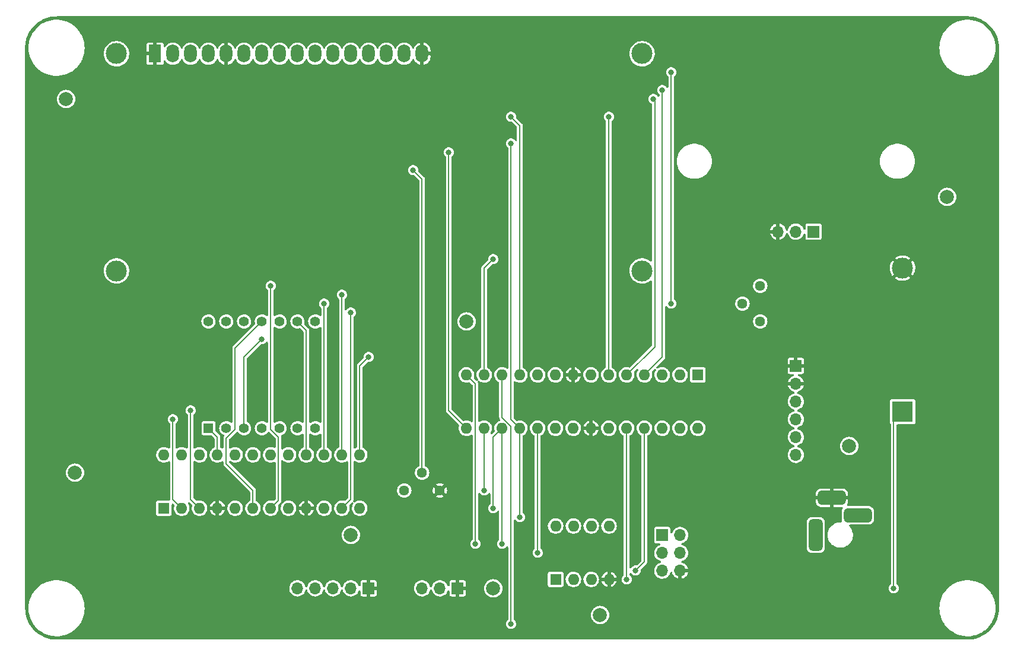
<source format=gbr>
%TF.GenerationSoftware,KiCad,Pcbnew,(6.0.5-0)*%
%TF.CreationDate,2022-07-22T18:33:55-05:00*%
%TF.ProjectId,calebs_HPS_clock,63616c65-6273-45f4-9850-535f636c6f63,C*%
%TF.SameCoordinates,PX4c4b400PY8a48640*%
%TF.FileFunction,Copper,L2,Bot*%
%TF.FilePolarity,Positive*%
%FSLAX46Y46*%
G04 Gerber Fmt 4.6, Leading zero omitted, Abs format (unit mm)*
G04 Created by KiCad (PCBNEW (6.0.5-0)) date 2022-07-22 18:33:55*
%MOMM*%
%LPD*%
G01*
G04 APERTURE LIST*
G04 Aperture macros list*
%AMRoundRect*
0 Rectangle with rounded corners*
0 $1 Rounding radius*
0 $2 $3 $4 $5 $6 $7 $8 $9 X,Y pos of 4 corners*
0 Add a 4 corners polygon primitive as box body*
4,1,4,$2,$3,$4,$5,$6,$7,$8,$9,$2,$3,0*
0 Add four circle primitives for the rounded corners*
1,1,$1+$1,$2,$3*
1,1,$1+$1,$4,$5*
1,1,$1+$1,$6,$7*
1,1,$1+$1,$8,$9*
0 Add four rect primitives between the rounded corners*
20,1,$1+$1,$2,$3,$4,$5,0*
20,1,$1+$1,$4,$5,$6,$7,0*
20,1,$1+$1,$6,$7,$8,$9,0*
20,1,$1+$1,$8,$9,$2,$3,0*%
G04 Aperture macros list end*
%TA.AperFunction,ComponentPad*%
%ADD10C,1.440000*%
%TD*%
%TA.AperFunction,ComponentPad*%
%ADD11R,1.400000X1.400000*%
%TD*%
%TA.AperFunction,ComponentPad*%
%ADD12C,1.400000*%
%TD*%
%TA.AperFunction,ComponentPad*%
%ADD13R,1.700000X1.700000*%
%TD*%
%TA.AperFunction,ComponentPad*%
%ADD14O,1.700000X1.700000*%
%TD*%
%TA.AperFunction,ComponentPad*%
%ADD15C,2.000000*%
%TD*%
%TA.AperFunction,ComponentPad*%
%ADD16R,1.600000X1.600000*%
%TD*%
%TA.AperFunction,ComponentPad*%
%ADD17O,1.600000X1.600000*%
%TD*%
%TA.AperFunction,ComponentPad*%
%ADD18C,3.000000*%
%TD*%
%TA.AperFunction,ComponentPad*%
%ADD19R,1.800000X2.600000*%
%TD*%
%TA.AperFunction,ComponentPad*%
%ADD20O,1.800000X2.600000*%
%TD*%
%TA.AperFunction,ComponentPad*%
%ADD21RoundRect,0.500000X-0.500000X1.750000X-0.500000X-1.750000X0.500000X-1.750000X0.500000X1.750000X0*%
%TD*%
%TA.AperFunction,ComponentPad*%
%ADD22RoundRect,0.500000X-1.500000X-0.500000X1.500000X-0.500000X1.500000X0.500000X-1.500000X0.500000X0*%
%TD*%
%TA.AperFunction,ComponentPad*%
%ADD23R,3.000000X3.000000*%
%TD*%
%TA.AperFunction,ViaPad*%
%ADD24C,0.812800*%
%TD*%
%TA.AperFunction,Conductor*%
%ADD25C,0.203200*%
%TD*%
G04 APERTURE END LIST*
D10*
%TO.P,RV2,1,1*%
%TO.N,GND*%
X59700000Y21810000D03*
%TO.P,RV2,2,2*%
%TO.N,Net-(DS1-Pad3)*%
X57160000Y24350000D03*
%TO.P,RV2,3,3*%
%TO.N,VCC*%
X54620000Y21810000D03*
%TD*%
D11*
%TO.P,DS2,1,E*%
%TO.N,/SEG_E*%
X26680000Y30700000D03*
D12*
%TO.P,DS2,2,D*%
%TO.N,/SEG_D*%
X29220000Y30700000D03*
%TO.P,DS2,3,DP*%
%TO.N,/SEG_DP*%
X31760000Y30700000D03*
%TO.P,DS2,4,C*%
%TO.N,/SEG_C*%
X34300000Y30700000D03*
%TO.P,DS2,5,G*%
%TO.N,/SEG_G*%
X36840000Y30700000D03*
%TO.P,DS2,6,COM_DIG.4*%
%TO.N,/DIG_3*%
X39380000Y30700000D03*
%TO.P,DS2,7,COM_COLON*%
%TO.N,/DIG_4*%
X41920000Y30700000D03*
%TO.P,DS2,8,COLON*%
%TO.N,/SEG_DP*%
X41920000Y45940000D03*
%TO.P,DS2,9,B*%
%TO.N,/SEG_B*%
X39380000Y45940000D03*
%TO.P,DS2,10,COM_DIG.3*%
%TO.N,/DIG_2*%
X36840000Y45940000D03*
%TO.P,DS2,11,COM_DIG.2*%
%TO.N,/DIG_1*%
X34300000Y45940000D03*
%TO.P,DS2,12,F*%
%TO.N,/SEG_F*%
X31760000Y45940000D03*
%TO.P,DS2,13,A*%
%TO.N,/SEG_A*%
X29220000Y45940000D03*
%TO.P,DS2,14,COM_DIG.1*%
%TO.N,/DIG_0*%
X26680000Y45940000D03*
%TD*%
D13*
%TO.P,J1,1,Pin_1*%
%TO.N,GND*%
X110500000Y39590000D03*
D14*
%TO.P,J1,2,Pin_2*%
X110500000Y37050000D03*
%TO.P,J1,3,Pin_3*%
%TO.N,unconnected-(J1-Pad3)*%
X110500000Y34510000D03*
%TO.P,J1,4,Pin_4*%
%TO.N,Net-(J1-Pad4)*%
X110500000Y31970000D03*
%TO.P,J1,5,Pin_5*%
%TO.N,Net-(J1-Pad5)*%
X110500000Y29430000D03*
%TO.P,J1,6,Pin_6*%
%TO.N,Net-(C3-Pad2)*%
X110500000Y26890000D03*
%TD*%
D15*
%TO.P,TP8,1,1*%
%TO.N,VCC*%
X47000000Y15460000D03*
%TD*%
%TO.P,TP5,1,1*%
%TO.N,VCC*%
X6360000Y77690000D03*
%TD*%
D13*
%TO.P,U5,1,VCC*%
%TO.N,VCC*%
X113040000Y58750000D03*
D14*
%TO.P,U5,2,DOUT*%
%TO.N,/PIR_Sensor_OUT*%
X110500000Y58750000D03*
%TO.P,U5,3,GND*%
%TO.N,GND*%
X107960000Y58750000D03*
%TD*%
D15*
%TO.P,TP2,1,1*%
%TO.N,VCC*%
X118120000Y28160000D03*
%TD*%
D16*
%TO.P,U1,1,~{RESET}/PC6*%
%TO.N,RESET_L*%
X96520000Y38310000D03*
D17*
%TO.P,U1,2,PD0*%
%TO.N,RXD*%
X93980000Y38310000D03*
%TO.P,U1,3,PD1*%
%TO.N,TXD*%
X91440000Y38310000D03*
%TO.P,U1,4,PD2*%
%TO.N,/LCD_D7*%
X88900000Y38310000D03*
%TO.P,U1,5,PD3*%
%TO.N,/LCD_D6*%
X86360000Y38310000D03*
%TO.P,U1,6,PD4*%
%TO.N,/LCD_D5*%
X83820000Y38310000D03*
%TO.P,U1,7,VCC*%
%TO.N,VCC*%
X81280000Y38310000D03*
%TO.P,U1,8,GND*%
%TO.N,GND*%
X78740000Y38310000D03*
%TO.P,U1,9,XTAL1/PB6*%
%TO.N,/XTAL1*%
X76200000Y38310000D03*
%TO.P,U1,10,XTAL2/PB7*%
%TO.N,/XTAL2*%
X73660000Y38310000D03*
%TO.P,U1,11,PD5*%
%TO.N,/LCD_D4*%
X71120000Y38310000D03*
%TO.P,U1,12,PD6*%
%TO.N,/Sound_Sensor_DO*%
X68580000Y38310000D03*
%TO.P,U1,13,PD7*%
%TO.N,/PIR_Sensor_OUT*%
X66040000Y38310000D03*
%TO.P,U1,14,PB0*%
%TO.N,/Button_SW*%
X63500000Y38310000D03*
%TO.P,U1,15,PB1*%
%TO.N,/LCD_RS*%
X63500000Y30690000D03*
%TO.P,U1,16,PB2*%
%TO.N,/MAX7219_CS*%
X66040000Y30690000D03*
%TO.P,U1,17,PB3*%
%TO.N,/MAX7219_DIN*%
X68580000Y30690000D03*
%TO.P,U1,18,PB4*%
%TO.N,/LCD_E*%
X71120000Y30690000D03*
%TO.P,U1,19,PB5*%
%TO.N,/MAX7219_CLK*%
X73660000Y30690000D03*
%TO.P,U1,20,AVCC*%
%TO.N,VCC*%
X76200000Y30690000D03*
%TO.P,U1,21,AREF*%
%TO.N,Net-(C1-Pad1)*%
X78740000Y30690000D03*
%TO.P,U1,22,GND*%
%TO.N,GND*%
X81280000Y30690000D03*
%TO.P,U1,23,PC0*%
%TO.N,unconnected-(U1-Pad23)*%
X83820000Y30690000D03*
%TO.P,U1,24,PC1*%
%TO.N,/Joystick_VRx*%
X86360000Y30690000D03*
%TO.P,U1,25,PC2*%
%TO.N,/Joystick_VRy*%
X88900000Y30690000D03*
%TO.P,U1,26,PC3*%
%TO.N,unconnected-(U1-Pad26)*%
X91440000Y30690000D03*
%TO.P,U1,27,PC4*%
%TO.N,/RTC_SDA*%
X93980000Y30690000D03*
%TO.P,U1,28,PC5*%
%TO.N,/RTC_SCL*%
X96520000Y30690000D03*
%TD*%
D13*
%TO.P,J6,1,Pin_1*%
%TO.N,/LCD_E*%
X91445000Y15445000D03*
D14*
%TO.P,J6,2,Pin_2*%
%TO.N,VCC*%
X93985000Y15445000D03*
%TO.P,J6,3,Pin_3*%
%TO.N,/MAX7219_CLK*%
X91445000Y12905000D03*
%TO.P,J6,4,Pin_4*%
%TO.N,/MAX7219_DIN*%
X93985000Y12905000D03*
%TO.P,J6,5,Pin_5*%
%TO.N,RESET_L*%
X91445000Y10365000D03*
%TO.P,J6,6,Pin_6*%
%TO.N,GND*%
X93985000Y10365000D03*
%TD*%
D16*
%TO.P,U3,1,X1*%
%TO.N,Net-(U3-Pad1)*%
X76220000Y9120000D03*
D17*
%TO.P,U3,2,X2*%
%TO.N,Net-(U3-Pad2)*%
X78760000Y9120000D03*
%TO.P,U3,3,VBAT*%
%TO.N,Net-(BT1-Pad1)*%
X81300000Y9120000D03*
%TO.P,U3,4,GND*%
%TO.N,GND*%
X83840000Y9120000D03*
%TO.P,U3,5,SDA*%
%TO.N,/RTC_SDA*%
X83840000Y16740000D03*
%TO.P,U3,6,SCL*%
%TO.N,/RTC_SCL*%
X81300000Y16740000D03*
%TO.P,U3,7,SQW/OUT*%
%TO.N,unconnected-(U3-Pad7)*%
X78760000Y16740000D03*
%TO.P,U3,8,VCC*%
%TO.N,VCC*%
X76220000Y16740000D03*
%TD*%
D13*
%TO.P,J3,1,Pin_1*%
%TO.N,GND*%
X49535000Y7840000D03*
D14*
%TO.P,J3,2,Pin_2*%
%TO.N,VCC*%
X46995000Y7840000D03*
%TO.P,J3,3,Pin_3*%
%TO.N,/Joystick_VRx*%
X44455000Y7840000D03*
%TO.P,J3,4,Pin_4*%
%TO.N,/Joystick_VRy*%
X41915000Y7840000D03*
%TO.P,J3,5,Pin_5*%
%TO.N,Net-(J3-Pad5)*%
X39375000Y7840000D03*
%TD*%
D13*
%TO.P,J5,1,Pin_1*%
%TO.N,GND*%
X62240000Y7840000D03*
D14*
%TO.P,J5,2,Pin_2*%
%TO.N,VCC*%
X59700000Y7840000D03*
%TO.P,J5,3,Pin_3*%
%TO.N,/Sound_Sensor_DO*%
X57160000Y7840000D03*
%TD*%
D15*
%TO.P,TP9,1,1*%
%TO.N,VCC*%
X7630000Y24350000D03*
%TD*%
D10*
%TO.P,RV1,1,1*%
%TO.N,unconnected-(RV1-Pad1)*%
X105420000Y51020000D03*
%TO.P,RV1,2,2*%
%TO.N,Net-(R8-Pad2)*%
X102880000Y48480000D03*
%TO.P,RV1,3,3*%
%TO.N,VCC*%
X105420000Y45940000D03*
%TD*%
D16*
%TO.P,U4,1,DIN*%
%TO.N,/MAX7219_DIN*%
X20325000Y19280000D03*
D17*
%TO.P,U4,2,DIG_0*%
%TO.N,/DIG_3*%
X22865000Y19280000D03*
%TO.P,U4,3,DIG_4*%
%TO.N,/DIG_4*%
X25405000Y19280000D03*
%TO.P,U4,4,GND*%
%TO.N,GND*%
X27945000Y19280000D03*
%TO.P,U4,5,DIG_6*%
%TO.N,unconnected-(U4-Pad5)*%
X30485000Y19280000D03*
%TO.P,U4,6,DIG_2*%
%TO.N,/DIG_1*%
X33025000Y19280000D03*
%TO.P,U4,7,DIG_3*%
%TO.N,/DIG_0*%
X35565000Y19280000D03*
%TO.P,U4,8,DIG_7*%
%TO.N,unconnected-(U4-Pad8)*%
X38105000Y19280000D03*
%TO.P,U4,9,GND*%
%TO.N,GND*%
X40645000Y19280000D03*
%TO.P,U4,10,DIG_5*%
%TO.N,unconnected-(U4-Pad10)*%
X43185000Y19280000D03*
%TO.P,U4,11,DIG_1*%
%TO.N,/DIG_2*%
X45725000Y19280000D03*
%TO.P,U4,12,LOAD*%
%TO.N,/MAX7219_CS*%
X48265000Y19280000D03*
%TO.P,U4,13,CLK*%
%TO.N,/MAX7219_CLK*%
X48265000Y26900000D03*
%TO.P,U4,14,SEG_A*%
%TO.N,/SEG_A*%
X45725000Y26900000D03*
%TO.P,U4,15,SEG_F*%
%TO.N,/SEG_F*%
X43185000Y26900000D03*
%TO.P,U4,16,SEG_B*%
%TO.N,/SEG_B*%
X40645000Y26900000D03*
%TO.P,U4,17,SEG_G*%
%TO.N,/SEG_G*%
X38105000Y26900000D03*
%TO.P,U4,18,ISET*%
%TO.N,Net-(R7-Pad2)*%
X35565000Y26900000D03*
%TO.P,U4,19,V+*%
%TO.N,VCC*%
X33025000Y26900000D03*
%TO.P,U4,20,SEG_C*%
%TO.N,/SEG_C*%
X30485000Y26900000D03*
%TO.P,U4,21,SEG_E*%
%TO.N,/SEG_E*%
X27945000Y26900000D03*
%TO.P,U4,22,SEG_DP*%
%TO.N,/SEG_DP*%
X25405000Y26900000D03*
%TO.P,U4,23,SEG_D*%
%TO.N,/SEG_D*%
X22865000Y26900000D03*
%TO.P,U4,24,DOUT*%
%TO.N,unconnected-(U4-Pad24)*%
X20325000Y26900000D03*
%TD*%
D15*
%TO.P,TP3,1,1*%
%TO.N,VCC*%
X82560000Y4030000D03*
%TD*%
%TO.P,TP6,1,1*%
%TO.N,VCC*%
X132090000Y63720000D03*
%TD*%
%TO.P,TP7,1,1*%
%TO.N,VCC*%
X67320000Y7840000D03*
%TD*%
D18*
%TO.P,DS1,*%
%TO.N,*%
X88560000Y84157500D03*
X88559480Y53156800D03*
X13560900Y53156800D03*
X13560900Y84157500D03*
D19*
%TO.P,DS1,1,VSS*%
%TO.N,GND*%
X19060000Y84157500D03*
D20*
%TO.P,DS1,2,VDD*%
%TO.N,VCC*%
X21600000Y84157500D03*
%TO.P,DS1,3,VO*%
%TO.N,Net-(DS1-Pad3)*%
X24140000Y84157500D03*
%TO.P,DS1,4,RS*%
%TO.N,/LCD_RS*%
X26680000Y84157500D03*
%TO.P,DS1,5,R/W*%
%TO.N,GND*%
X29220000Y84157500D03*
%TO.P,DS1,6,E*%
%TO.N,/LCD_E*%
X31760000Y84157500D03*
%TO.P,DS1,7,D0*%
%TO.N,unconnected-(DS1-Pad7)*%
X34300000Y84157500D03*
%TO.P,DS1,8,D1*%
%TO.N,unconnected-(DS1-Pad8)*%
X36840000Y84157500D03*
%TO.P,DS1,9,D2*%
%TO.N,unconnected-(DS1-Pad9)*%
X39380000Y84157500D03*
%TO.P,DS1,10,D3*%
%TO.N,unconnected-(DS1-Pad10)*%
X41920000Y84157500D03*
%TO.P,DS1,11,D4*%
%TO.N,/LCD_D4*%
X44460000Y84157500D03*
%TO.P,DS1,12,D5*%
%TO.N,/LCD_D5*%
X47000000Y84157500D03*
%TO.P,DS1,13,D6*%
%TO.N,/LCD_D6*%
X49540000Y84157500D03*
%TO.P,DS1,14,D7*%
%TO.N,/LCD_D7*%
X52080000Y84157500D03*
%TO.P,DS1,15,LED(+)*%
%TO.N,Net-(DS1-Pad15)*%
X54620000Y84157500D03*
%TO.P,DS1,16,LED(-)*%
%TO.N,GND*%
X57160000Y84157500D03*
%TD*%
D15*
%TO.P,TP1,1,1*%
%TO.N,VCC*%
X63510000Y45940000D03*
%TD*%
D21*
%TO.P,J2,1,POLE*%
%TO.N,Net-(C6-Pad1)*%
X113350000Y15460000D03*
D22*
%TO.P,J2,2,OUT*%
%TO.N,GND*%
X115650000Y20760000D03*
%TO.P,J2,3,OUT*%
%TO.N,unconnected-(J2-Pad3)*%
X119350000Y18260000D03*
%TD*%
D23*
%TO.P,BT1,1,+*%
%TO.N,Net-(BT1-Pad1)*%
X125739984Y33056314D03*
D18*
%TO.P,BT1,2,-*%
%TO.N,GND*%
X125739984Y53546314D03*
%TD*%
D24*
%TO.N,Net-(DS1-Pad3)*%
X55890000Y67530000D03*
%TO.N,Net-(BT1-Pad1)*%
X124470000Y7840000D03*
%TO.N,GND*%
X97800000Y12920000D03*
X16520000Y20540000D03*
X135900000Y24350000D03*
X80020000Y24350000D03*
X16520000Y16730000D03*
X99070000Y23080000D03*
X68590000Y48480000D03*
X26680000Y4030000D03*
X72400000Y21810000D03*
X97800000Y20540000D03*
X86370000Y48480000D03*
X125740000Y12920000D03*
X137170000Y15460000D03*
%TO.N,Net-(DS1-Pad15)*%
X92720000Y81500000D03*
X92720000Y48480000D03*
%TO.N,/LCD_D7*%
X91450000Y78960000D03*
%TO.N,/LCD_D6*%
X90180000Y77690000D03*
%TO.N,/LCD_D5*%
X83830000Y75150000D03*
%TO.N,/LCD_D4*%
X69860000Y75150000D03*
%TO.N,/LCD_E*%
X71130000Y18000000D03*
X69860000Y71340000D03*
%TO.N,/LCD_RS*%
X60970000Y70070000D03*
%TO.N,/SEG_DP*%
X34300000Y43400000D03*
%TO.N,/DIG_3*%
X21600000Y31970000D03*
%TO.N,/DIG_4*%
X24140000Y33240000D03*
%TO.N,/DIG_2*%
X47000000Y47210000D03*
%TO.N,/SEG_F*%
X43190000Y48480000D03*
%TO.N,/SEG_A*%
X45730000Y49750000D03*
%TO.N,/DIG_0*%
X35570000Y51020000D03*
%TO.N,/Joystick_VRx*%
X86370000Y9110000D03*
%TO.N,/Joystick_VRy*%
X87640000Y10380000D03*
%TO.N,/Button_SW*%
X64780000Y14190000D03*
%TO.N,/PIR_Sensor_OUT*%
X67320000Y54830000D03*
%TO.N,/Sound_Sensor_DO*%
X69860000Y2760000D03*
%TO.N,/MAX7219_CS*%
X66050000Y21810000D03*
%TO.N,/MAX7219_CLK*%
X49540000Y40860000D03*
X73670000Y12920000D03*
%TO.N,/MAX7219_DIN*%
X68590000Y14190000D03*
X67320000Y19270000D03*
%TD*%
D25*
%TO.N,Net-(DS1-Pad3)*%
X57160000Y24350000D02*
X57160000Y66260000D01*
X57160000Y66260000D02*
X55890000Y67530000D01*
%TO.N,Net-(BT1-Pad1)*%
X124470000Y7840000D02*
X124470000Y31786330D01*
X124470000Y31786330D02*
X125739984Y33056314D01*
%TO.N,Net-(DS1-Pad15)*%
X92720000Y81500000D02*
X92720000Y48480000D01*
%TO.N,/LCD_D7*%
X88900000Y38310000D02*
X91450000Y40860000D01*
X91450000Y40860000D02*
X91450000Y78960000D01*
%TO.N,/LCD_D6*%
X86360000Y38310000D02*
X90363791Y42313791D01*
X90363791Y42313791D02*
X90363791Y77506209D01*
X90363791Y77506209D02*
X90180000Y77690000D01*
%TO.N,/LCD_D5*%
X83820000Y75140000D02*
X83830000Y75150000D01*
X83820000Y38310000D02*
X83820000Y75140000D01*
%TO.N,/LCD_D4*%
X69860000Y75150000D02*
X71120000Y73890000D01*
X71120000Y73890000D02*
X71120000Y38310000D01*
%TO.N,/LCD_E*%
X71120000Y18010000D02*
X71130000Y18000000D01*
X71120000Y30690000D02*
X71120000Y18010000D01*
X69860000Y31950000D02*
X69860000Y71340000D01*
X71120000Y30690000D02*
X69860000Y31950000D01*
%TO.N,/LCD_RS*%
X63500000Y30690000D02*
X60970000Y33220000D01*
X60970000Y33220000D02*
X60970000Y70070000D01*
%TO.N,/SEG_E*%
X26680000Y30700000D02*
X27945000Y29435000D01*
X27945000Y29435000D02*
X27945000Y26900000D01*
%TO.N,/SEG_DP*%
X31760000Y30700000D02*
X31760000Y40860000D01*
X31760000Y40860000D02*
X34300000Y43400000D01*
%TO.N,/DIG_3*%
X21600000Y31970000D02*
X21600000Y20545000D01*
X21600000Y20545000D02*
X22865000Y19280000D01*
%TO.N,/DIG_4*%
X24140000Y20545000D02*
X25405000Y19280000D01*
X24140000Y33240000D02*
X24140000Y20545000D01*
%TO.N,/SEG_B*%
X39380000Y45940000D02*
X40645000Y44675000D01*
X40645000Y44675000D02*
X40645000Y26900000D01*
%TO.N,/DIG_2*%
X47000000Y47210000D02*
X47000000Y20555000D01*
X47000000Y20555000D02*
X45725000Y19280000D01*
%TO.N,/DIG_1*%
X29220000Y29279689D02*
X29220000Y25620000D01*
X33025000Y21815000D02*
X33025000Y19280000D01*
X34300000Y45940000D02*
X30490000Y42130000D01*
X30490000Y42130000D02*
X30490000Y30549689D01*
X30490000Y30549689D02*
X29220000Y29279689D01*
X29220000Y25620000D02*
X33025000Y21815000D01*
%TO.N,/SEG_F*%
X43190000Y48480000D02*
X43185000Y48475000D01*
X43185000Y48475000D02*
X43185000Y26900000D01*
%TO.N,/SEG_A*%
X45725000Y49745000D02*
X45725000Y26900000D01*
X45730000Y49750000D02*
X45725000Y49745000D01*
%TO.N,/DIG_0*%
X36669311Y20384311D02*
X35565000Y19280000D01*
X35570000Y30549689D02*
X36669311Y29450378D01*
X36669311Y29450378D02*
X36669311Y20384311D01*
X35570000Y51020000D02*
X35570000Y30549689D01*
%TO.N,/Joystick_VRx*%
X86360000Y30690000D02*
X86360000Y9120000D01*
X86360000Y9120000D02*
X86370000Y9110000D01*
%TO.N,/Joystick_VRy*%
X88900000Y30690000D02*
X88900000Y11640000D01*
X88900000Y11640000D02*
X87640000Y10380000D01*
%TO.N,/Button_SW*%
X64780000Y14190000D02*
X64780000Y37030000D01*
X64780000Y37030000D02*
X63500000Y38310000D01*
%TO.N,/PIR_Sensor_OUT*%
X67320000Y54830000D02*
X66040000Y53550000D01*
X66040000Y53550000D02*
X66040000Y38310000D01*
%TO.N,/Sound_Sensor_DO*%
X69860000Y2760000D02*
X69860000Y30971733D01*
X68580000Y32251733D02*
X68580000Y38310000D01*
X69860000Y30971733D02*
X68580000Y32251733D01*
%TO.N,/MAX7219_CS*%
X66040000Y21820000D02*
X66050000Y21810000D01*
X66040000Y30690000D02*
X66040000Y21820000D01*
%TO.N,/MAX7219_CLK*%
X48265000Y26900000D02*
X48265000Y39585000D01*
X73660000Y30690000D02*
X73660000Y12930000D01*
X73660000Y12930000D02*
X73670000Y12920000D01*
X48265000Y39585000D02*
X49540000Y40860000D01*
%TO.N,/MAX7219_DIN*%
X68580000Y14200000D02*
X68590000Y14190000D01*
X68580000Y30690000D02*
X68580000Y14200000D01*
X67320000Y19270000D02*
X67320000Y29430000D01*
X67320000Y29430000D02*
X68580000Y30690000D01*
%TD*%
%TA.AperFunction,Conductor*%
%TO.N,GND*%
G36*
X134971964Y89489697D02*
G01*
X134983061Y89487969D01*
X134983063Y89487969D01*
X134993724Y89486309D01*
X135004423Y89487708D01*
X135004424Y89487708D01*
X135011989Y89488697D01*
X135038222Y89489831D01*
X135384855Y89474696D01*
X135398012Y89473545D01*
X135773391Y89424126D01*
X135786399Y89421832D01*
X136156027Y89339888D01*
X136168785Y89336470D01*
X136529887Y89222614D01*
X136542298Y89218096D01*
X136892081Y89073211D01*
X136904042Y89067635D01*
X137239906Y88892795D01*
X137251327Y88886200D01*
X137570640Y88682775D01*
X137581459Y88675200D01*
X137881830Y88444718D01*
X137891948Y88436228D01*
X138171096Y88180436D01*
X138180436Y88171096D01*
X138436228Y87891948D01*
X138444718Y87881830D01*
X138675200Y87581459D01*
X138682775Y87570640D01*
X138886200Y87251327D01*
X138892795Y87239906D01*
X139067635Y86904042D01*
X139073211Y86892081D01*
X139218096Y86542298D01*
X139222614Y86529887D01*
X139324320Y86207321D01*
X139336470Y86168785D01*
X139339888Y86156027D01*
X139421832Y85786399D01*
X139424126Y85773391D01*
X139473545Y85398012D01*
X139474696Y85384855D01*
X139475713Y85361562D01*
X139484910Y85150941D01*
X139489493Y85045971D01*
X139487993Y85018930D01*
X139487969Y85016935D01*
X139486309Y85006276D01*
X139489825Y84979387D01*
X139490222Y84976352D01*
X139491500Y84956721D01*
X139491500Y5051329D01*
X139489697Y5028036D01*
X139489355Y5025836D01*
X139486309Y5006276D01*
X139487708Y4995577D01*
X139487708Y4995576D01*
X139488697Y4988011D01*
X139489831Y4961778D01*
X139474696Y4615145D01*
X139473545Y4601988D01*
X139424126Y4226609D01*
X139421832Y4213601D01*
X139339888Y3843973D01*
X139336470Y3831215D01*
X139222614Y3470113D01*
X139218096Y3457702D01*
X139073211Y3107919D01*
X139067635Y3095958D01*
X138892795Y2760094D01*
X138886200Y2748673D01*
X138682775Y2429360D01*
X138675200Y2418541D01*
X138444718Y2118170D01*
X138436228Y2108052D01*
X138180436Y1828904D01*
X138171096Y1819564D01*
X137891948Y1563772D01*
X137881830Y1555282D01*
X137581459Y1324800D01*
X137570640Y1317225D01*
X137251327Y1113800D01*
X137239906Y1107205D01*
X136904042Y932365D01*
X136892081Y926789D01*
X136542298Y781904D01*
X136529887Y777386D01*
X136168785Y663530D01*
X136156027Y660112D01*
X135786399Y578168D01*
X135773391Y575874D01*
X135398012Y526455D01*
X135384855Y525304D01*
X135200650Y517261D01*
X135045968Y510507D01*
X135018930Y512007D01*
X135016935Y512031D01*
X135006276Y513691D01*
X134977863Y509976D01*
X134976352Y509778D01*
X134956721Y508500D01*
X5051329Y508500D01*
X5028036Y510303D01*
X5016939Y512031D01*
X5016937Y512031D01*
X5006276Y513691D01*
X4995577Y512292D01*
X4995576Y512292D01*
X4988011Y511303D01*
X4961778Y510169D01*
X4615145Y525304D01*
X4601988Y526455D01*
X4226609Y575874D01*
X4213601Y578168D01*
X3843973Y660112D01*
X3831215Y663530D01*
X3470113Y777386D01*
X3457702Y781904D01*
X3107919Y926789D01*
X3095958Y932365D01*
X2760094Y1107205D01*
X2748673Y1113800D01*
X2429360Y1317225D01*
X2418541Y1324800D01*
X2118170Y1555282D01*
X2108052Y1563772D01*
X1828904Y1819564D01*
X1819564Y1828904D01*
X1563772Y2108052D01*
X1555282Y2118170D01*
X1324800Y2418541D01*
X1317225Y2429360D01*
X1113800Y2748673D01*
X1107205Y2760094D01*
X932365Y3095958D01*
X926789Y3107919D01*
X781904Y3457702D01*
X777386Y3470113D01*
X663530Y3831215D01*
X660112Y3843973D01*
X578168Y4213601D01*
X575874Y4226609D01*
X526455Y4601988D01*
X525304Y4615145D01*
X510678Y4950115D01*
X512263Y4975835D01*
X512083Y4975851D01*
X512606Y4981680D01*
X513576Y4987448D01*
X513729Y5000000D01*
X511727Y5013981D01*
X994883Y5013981D01*
X1013974Y4609167D01*
X1014538Y4605393D01*
X1014539Y4605383D01*
X1071148Y4226609D01*
X1073876Y4208354D01*
X1074821Y4204645D01*
X1074823Y4204637D01*
X1121016Y4023416D01*
X1173975Y3815648D01*
X1175293Y3812047D01*
X1311933Y3438659D01*
X1311937Y3438650D01*
X1313248Y3435067D01*
X1314917Y3431631D01*
X1314919Y3431625D01*
X1376133Y3305560D01*
X1490268Y3070509D01*
X1598505Y2895259D01*
X1694630Y2739620D01*
X1703223Y2725706D01*
X1705553Y2722670D01*
X1705554Y2722668D01*
X1729618Y2691307D01*
X1949932Y2404188D01*
X1952556Y2401403D01*
X1952559Y2401400D01*
X2048940Y2299123D01*
X2227869Y2109249D01*
X2534189Y1843906D01*
X2865755Y1610877D01*
X3219173Y1412548D01*
X3590825Y1250950D01*
X3976904Y1127736D01*
X4373458Y1044169D01*
X4377256Y1043763D01*
X4377263Y1043762D01*
X4657598Y1013803D01*
X4776427Y1001104D01*
X5000173Y999932D01*
X5177857Y999002D01*
X5177858Y999002D01*
X5181685Y998982D01*
X5321355Y1012431D01*
X5581262Y1037457D01*
X5581264Y1037457D01*
X5585083Y1037825D01*
X5588839Y1038576D01*
X5588849Y1038577D01*
X5978739Y1116485D01*
X5978744Y1116486D01*
X5982491Y1117235D01*
X6175919Y1176741D01*
X6366170Y1235270D01*
X6366175Y1235272D01*
X6369839Y1236399D01*
X6743162Y1394096D01*
X6746516Y1395932D01*
X7095284Y1586878D01*
X7095288Y1586881D01*
X7098637Y1588714D01*
X7134095Y1613083D01*
X7429467Y1816086D01*
X7432626Y1818257D01*
X7435547Y1820734D01*
X7435552Y1820738D01*
X7702350Y2047000D01*
X7741708Y2080378D01*
X7939004Y2285399D01*
X8020073Y2369642D01*
X8020077Y2369646D01*
X8022718Y2372391D01*
X8181150Y2574446D01*
X8270422Y2688298D01*
X8270425Y2688303D01*
X8272781Y2691307D01*
X8401714Y2895259D01*
X8487284Y3030617D01*
X8487290Y3030628D01*
X8489334Y3033861D01*
X8517463Y3090278D01*
X8668448Y3393108D01*
X8668449Y3393110D01*
X8670162Y3396546D01*
X8813412Y3775647D01*
X8917619Y4167284D01*
X8923602Y4204637D01*
X8981108Y4563655D01*
X8981109Y4563662D01*
X8981715Y4567447D01*
X8983903Y4605383D01*
X9004926Y4970010D01*
X9005043Y4972039D01*
X9005121Y4994154D01*
X9005134Y4997948D01*
X9005134Y4997955D01*
X9005141Y5000000D01*
X8988882Y5320957D01*
X8984832Y5400917D01*
X8984832Y5400919D01*
X8984638Y5404745D01*
X8923337Y5805345D01*
X8821867Y6197701D01*
X8681267Y6577793D01*
X8502975Y6941731D01*
X8361164Y7169560D01*
X8290839Y7282542D01*
X8290834Y7282549D01*
X8288818Y7285788D01*
X8279956Y7297255D01*
X8078627Y7557744D01*
X8040989Y7606442D01*
X8015807Y7632979D01*
X7876975Y7779277D01*
X7790529Y7870372D01*
X38215149Y7870372D01*
X38216648Y7847508D01*
X38228432Y7667716D01*
X38229036Y7658497D01*
X38230742Y7651778D01*
X38230743Y7651774D01*
X38272537Y7487209D01*
X38281301Y7452701D01*
X38370195Y7259876D01*
X38374201Y7254207D01*
X38374202Y7254206D01*
X38385122Y7238755D01*
X38492740Y7086479D01*
X38497710Y7081637D01*
X38497713Y7081634D01*
X38639860Y6943160D01*
X38639863Y6943157D01*
X38644832Y6938317D01*
X38650602Y6934461D01*
X38650604Y6934460D01*
X38815603Y6824211D01*
X38821377Y6820353D01*
X38827757Y6817612D01*
X39010089Y6739276D01*
X39010093Y6739275D01*
X39016463Y6736538D01*
X39023222Y6735008D01*
X39023227Y6735007D01*
X39216789Y6691208D01*
X39216794Y6691207D01*
X39223557Y6689677D01*
X39230488Y6689405D01*
X39230493Y6689404D01*
X39377217Y6683640D01*
X39435723Y6681341D01*
X39442599Y6682338D01*
X39442600Y6682338D01*
X39638981Y6710812D01*
X39638984Y6710813D01*
X39645855Y6711809D01*
X39846916Y6780060D01*
X40032172Y6883808D01*
X40060973Y6907761D01*
X40169189Y6997764D01*
X40195420Y7019580D01*
X40331192Y7182828D01*
X40434940Y7368084D01*
X40440975Y7385861D01*
X40503191Y7569145D01*
X40505360Y7568409D01*
X40537382Y7627382D01*
X40604206Y7668328D01*
X40682549Y7670376D01*
X40751421Y7632979D01*
X40793942Y7560428D01*
X40812537Y7487209D01*
X40821301Y7452701D01*
X40910195Y7259876D01*
X40914201Y7254207D01*
X40914202Y7254206D01*
X40925122Y7238755D01*
X41032740Y7086479D01*
X41037710Y7081637D01*
X41037713Y7081634D01*
X41179860Y6943160D01*
X41179863Y6943157D01*
X41184832Y6938317D01*
X41190602Y6934461D01*
X41190604Y6934460D01*
X41355603Y6824211D01*
X41361377Y6820353D01*
X41367757Y6817612D01*
X41550089Y6739276D01*
X41550093Y6739275D01*
X41556463Y6736538D01*
X41563222Y6735008D01*
X41563227Y6735007D01*
X41756789Y6691208D01*
X41756794Y6691207D01*
X41763557Y6689677D01*
X41770488Y6689405D01*
X41770493Y6689404D01*
X41917217Y6683640D01*
X41975723Y6681341D01*
X41982599Y6682338D01*
X41982600Y6682338D01*
X42178981Y6710812D01*
X42178984Y6710813D01*
X42185855Y6711809D01*
X42386916Y6780060D01*
X42572172Y6883808D01*
X42600973Y6907761D01*
X42709189Y6997764D01*
X42735420Y7019580D01*
X42871192Y7182828D01*
X42974940Y7368084D01*
X42980975Y7385861D01*
X43043191Y7569145D01*
X43045360Y7568409D01*
X43077382Y7627382D01*
X43144206Y7668328D01*
X43222549Y7670376D01*
X43291421Y7632979D01*
X43333942Y7560428D01*
X43352537Y7487209D01*
X43361301Y7452701D01*
X43450195Y7259876D01*
X43454201Y7254207D01*
X43454202Y7254206D01*
X43465122Y7238755D01*
X43572740Y7086479D01*
X43577710Y7081637D01*
X43577713Y7081634D01*
X43719860Y6943160D01*
X43719863Y6943157D01*
X43724832Y6938317D01*
X43730602Y6934461D01*
X43730604Y6934460D01*
X43895603Y6824211D01*
X43901377Y6820353D01*
X43907757Y6817612D01*
X44090089Y6739276D01*
X44090093Y6739275D01*
X44096463Y6736538D01*
X44103222Y6735008D01*
X44103227Y6735007D01*
X44296789Y6691208D01*
X44296794Y6691207D01*
X44303557Y6689677D01*
X44310488Y6689405D01*
X44310493Y6689404D01*
X44457217Y6683640D01*
X44515723Y6681341D01*
X44522599Y6682338D01*
X44522600Y6682338D01*
X44718981Y6710812D01*
X44718984Y6710813D01*
X44725855Y6711809D01*
X44926916Y6780060D01*
X45112172Y6883808D01*
X45140973Y6907761D01*
X45249189Y6997764D01*
X45275420Y7019580D01*
X45411192Y7182828D01*
X45514940Y7368084D01*
X45520975Y7385861D01*
X45583191Y7569145D01*
X45585360Y7568409D01*
X45617382Y7627382D01*
X45684206Y7668328D01*
X45762549Y7670376D01*
X45831421Y7632979D01*
X45873942Y7560428D01*
X45892537Y7487209D01*
X45901301Y7452701D01*
X45990195Y7259876D01*
X45994201Y7254207D01*
X45994202Y7254206D01*
X46005122Y7238755D01*
X46112740Y7086479D01*
X46117710Y7081637D01*
X46117713Y7081634D01*
X46259860Y6943160D01*
X46259863Y6943157D01*
X46264832Y6938317D01*
X46270602Y6934461D01*
X46270604Y6934460D01*
X46435603Y6824211D01*
X46441377Y6820353D01*
X46447757Y6817612D01*
X46630089Y6739276D01*
X46630093Y6739275D01*
X46636463Y6736538D01*
X46643222Y6735008D01*
X46643227Y6735007D01*
X46836789Y6691208D01*
X46836794Y6691207D01*
X46843557Y6689677D01*
X46850488Y6689405D01*
X46850493Y6689404D01*
X46997217Y6683640D01*
X47055723Y6681341D01*
X47062599Y6682338D01*
X47062600Y6682338D01*
X47258981Y6710812D01*
X47258984Y6710813D01*
X47265855Y6711809D01*
X47466916Y6780060D01*
X47652172Y6883808D01*
X47680973Y6907761D01*
X47789189Y6997764D01*
X47815420Y7019580D01*
X47951192Y7182828D01*
X48054940Y7368084D01*
X48058687Y7379123D01*
X48085435Y7457919D01*
X48128975Y7523082D01*
X48199264Y7557744D01*
X48277466Y7552618D01*
X48342629Y7509078D01*
X48377291Y7438789D01*
X48380200Y7409253D01*
X48380200Y6949193D01*
X48380730Y6940263D01*
X48382020Y6929420D01*
X48387972Y6907761D01*
X48423781Y6827144D01*
X48439348Y6804493D01*
X48499924Y6744022D01*
X48522595Y6728499D01*
X48603254Y6692840D01*
X48624977Y6686918D01*
X48635344Y6685709D01*
X48644110Y6685200D01*
X49261067Y6685200D01*
X49276788Y6689412D01*
X49281000Y6705133D01*
X49789000Y6705133D01*
X49793212Y6689412D01*
X49808933Y6685200D01*
X50425807Y6685200D01*
X50434737Y6685730D01*
X50445580Y6687020D01*
X50467239Y6692972D01*
X50547856Y6728781D01*
X50570507Y6744348D01*
X50630978Y6804924D01*
X50646501Y6827595D01*
X50682160Y6908254D01*
X50688082Y6929977D01*
X50689291Y6940344D01*
X50689800Y6949110D01*
X50689800Y7566067D01*
X50685588Y7581788D01*
X50669867Y7586000D01*
X49808933Y7586000D01*
X49793212Y7581788D01*
X49789000Y7566067D01*
X49789000Y6705133D01*
X49281000Y6705133D01*
X49281000Y7870372D01*
X56000149Y7870372D01*
X56001648Y7847508D01*
X56013432Y7667716D01*
X56014036Y7658497D01*
X56015742Y7651778D01*
X56015743Y7651774D01*
X56057537Y7487209D01*
X56066301Y7452701D01*
X56155195Y7259876D01*
X56159201Y7254207D01*
X56159202Y7254206D01*
X56170122Y7238755D01*
X56277740Y7086479D01*
X56282710Y7081637D01*
X56282713Y7081634D01*
X56424860Y6943160D01*
X56424863Y6943157D01*
X56429832Y6938317D01*
X56435602Y6934461D01*
X56435604Y6934460D01*
X56600603Y6824211D01*
X56606377Y6820353D01*
X56612757Y6817612D01*
X56795089Y6739276D01*
X56795093Y6739275D01*
X56801463Y6736538D01*
X56808222Y6735008D01*
X56808227Y6735007D01*
X57001789Y6691208D01*
X57001794Y6691207D01*
X57008557Y6689677D01*
X57015488Y6689405D01*
X57015493Y6689404D01*
X57162217Y6683640D01*
X57220723Y6681341D01*
X57227599Y6682338D01*
X57227600Y6682338D01*
X57423981Y6710812D01*
X57423984Y6710813D01*
X57430855Y6711809D01*
X57631916Y6780060D01*
X57817172Y6883808D01*
X57845973Y6907761D01*
X57954189Y6997764D01*
X57980420Y7019580D01*
X58116192Y7182828D01*
X58219940Y7368084D01*
X58225975Y7385861D01*
X58288191Y7569145D01*
X58290360Y7568409D01*
X58322382Y7627382D01*
X58389206Y7668328D01*
X58467549Y7670376D01*
X58536421Y7632979D01*
X58578942Y7560428D01*
X58597537Y7487209D01*
X58606301Y7452701D01*
X58695195Y7259876D01*
X58699201Y7254207D01*
X58699202Y7254206D01*
X58710122Y7238755D01*
X58817740Y7086479D01*
X58822710Y7081637D01*
X58822713Y7081634D01*
X58964860Y6943160D01*
X58964863Y6943157D01*
X58969832Y6938317D01*
X58975602Y6934461D01*
X58975604Y6934460D01*
X59140603Y6824211D01*
X59146377Y6820353D01*
X59152757Y6817612D01*
X59335089Y6739276D01*
X59335093Y6739275D01*
X59341463Y6736538D01*
X59348222Y6735008D01*
X59348227Y6735007D01*
X59541789Y6691208D01*
X59541794Y6691207D01*
X59548557Y6689677D01*
X59555488Y6689405D01*
X59555493Y6689404D01*
X59702217Y6683640D01*
X59760723Y6681341D01*
X59767599Y6682338D01*
X59767600Y6682338D01*
X59963981Y6710812D01*
X59963984Y6710813D01*
X59970855Y6711809D01*
X60171916Y6780060D01*
X60357172Y6883808D01*
X60385973Y6907761D01*
X60494189Y6997764D01*
X60520420Y7019580D01*
X60656192Y7182828D01*
X60759940Y7368084D01*
X60763687Y7379123D01*
X60790435Y7457919D01*
X60833975Y7523082D01*
X60904264Y7557744D01*
X60982466Y7552618D01*
X61047629Y7509078D01*
X61082291Y7438789D01*
X61085200Y7409253D01*
X61085200Y6949193D01*
X61085730Y6940263D01*
X61087020Y6929420D01*
X61092972Y6907761D01*
X61128781Y6827144D01*
X61144348Y6804493D01*
X61204924Y6744022D01*
X61227595Y6728499D01*
X61308254Y6692840D01*
X61329977Y6686918D01*
X61340344Y6685709D01*
X61349110Y6685200D01*
X61966067Y6685200D01*
X61981788Y6689412D01*
X61986000Y6705133D01*
X62494000Y6705133D01*
X62498212Y6689412D01*
X62513933Y6685200D01*
X63130807Y6685200D01*
X63139737Y6685730D01*
X63150580Y6687020D01*
X63172239Y6692972D01*
X63252856Y6728781D01*
X63275507Y6744348D01*
X63335978Y6804924D01*
X63351501Y6827595D01*
X63387160Y6908254D01*
X63393082Y6929977D01*
X63394291Y6940344D01*
X63394800Y6949110D01*
X63394800Y7566067D01*
X63390588Y7581788D01*
X63374867Y7586000D01*
X62513933Y7586000D01*
X62498212Y7581788D01*
X62494000Y7566067D01*
X62494000Y6705133D01*
X61986000Y6705133D01*
X61986000Y7840000D01*
X66009714Y7840000D01*
X66010290Y7833416D01*
X66027826Y7632979D01*
X66029620Y7612471D01*
X66031331Y7606085D01*
X66031332Y7606080D01*
X66061199Y7494618D01*
X66088734Y7391856D01*
X66091527Y7385866D01*
X66091529Y7385861D01*
X66108810Y7348803D01*
X66185259Y7184857D01*
X66189047Y7179447D01*
X66189050Y7179442D01*
X66279787Y7049857D01*
X66316263Y6997764D01*
X66477764Y6836263D01*
X66522521Y6804924D01*
X66659442Y6709050D01*
X66659447Y6709047D01*
X66664857Y6705259D01*
X66768357Y6656996D01*
X66865861Y6611529D01*
X66865866Y6611527D01*
X66871856Y6608734D01*
X66939409Y6590633D01*
X67086080Y6551332D01*
X67086085Y6551331D01*
X67092471Y6549620D01*
X67099056Y6549044D01*
X67099061Y6549043D01*
X67313416Y6530290D01*
X67320000Y6529714D01*
X67326584Y6530290D01*
X67540939Y6549043D01*
X67540944Y6549044D01*
X67547529Y6549620D01*
X67553915Y6551331D01*
X67553920Y6551332D01*
X67700591Y6590633D01*
X67768144Y6608734D01*
X67774134Y6611527D01*
X67774139Y6611529D01*
X67871643Y6656996D01*
X67975143Y6705259D01*
X67980553Y6709047D01*
X67980558Y6709050D01*
X68117479Y6804924D01*
X68162236Y6836263D01*
X68323737Y6997764D01*
X68360213Y7049857D01*
X68450950Y7179442D01*
X68450953Y7179447D01*
X68454741Y7184857D01*
X68531190Y7348803D01*
X68548471Y7385861D01*
X68548473Y7385866D01*
X68551266Y7391856D01*
X68578801Y7494618D01*
X68608668Y7606080D01*
X68608669Y7606085D01*
X68610380Y7612471D01*
X68612175Y7632979D01*
X68629710Y7833416D01*
X68630286Y7840000D01*
X68629629Y7847508D01*
X68610957Y8060939D01*
X68610956Y8060944D01*
X68610380Y8067529D01*
X68608666Y8073928D01*
X68562017Y8248022D01*
X68551266Y8288144D01*
X68548473Y8294134D01*
X68548471Y8294139D01*
X68498164Y8402022D01*
X68454741Y8495143D01*
X68450953Y8500553D01*
X68450950Y8500558D01*
X68327527Y8676823D01*
X68323737Y8682236D01*
X68162236Y8843737D01*
X68046972Y8924446D01*
X67980558Y8970950D01*
X67980553Y8970953D01*
X67975143Y8974741D01*
X67871643Y9023004D01*
X67774139Y9068471D01*
X67774134Y9068473D01*
X67768144Y9071266D01*
X67697907Y9090086D01*
X67553920Y9128668D01*
X67553915Y9128669D01*
X67547529Y9130380D01*
X67540944Y9130956D01*
X67540939Y9130957D01*
X67326584Y9149710D01*
X67320000Y9150286D01*
X67313416Y9149710D01*
X67099061Y9130957D01*
X67099056Y9130956D01*
X67092471Y9130380D01*
X67086085Y9128669D01*
X67086080Y9128668D01*
X66942093Y9090086D01*
X66871856Y9071266D01*
X66865866Y9068473D01*
X66865861Y9068471D01*
X66768357Y9023004D01*
X66664857Y8974741D01*
X66659447Y8970953D01*
X66659442Y8970950D01*
X66593028Y8924446D01*
X66477764Y8843737D01*
X66316263Y8682236D01*
X66312473Y8676823D01*
X66189050Y8500558D01*
X66189047Y8500553D01*
X66185259Y8495143D01*
X66141836Y8402022D01*
X66091529Y8294139D01*
X66091527Y8294134D01*
X66088734Y8288144D01*
X66077983Y8248022D01*
X66031335Y8073928D01*
X66029620Y8067529D01*
X66029044Y8060944D01*
X66029043Y8060939D01*
X66010371Y7847508D01*
X66009714Y7840000D01*
X61986000Y7840000D01*
X61986000Y8113933D01*
X62494000Y8113933D01*
X62498212Y8098212D01*
X62513933Y8094000D01*
X63374867Y8094000D01*
X63390588Y8098212D01*
X63394800Y8113933D01*
X63394800Y8730807D01*
X63394270Y8739737D01*
X63392980Y8750580D01*
X63387028Y8772239D01*
X63351219Y8852856D01*
X63335652Y8875507D01*
X63275076Y8935978D01*
X63252405Y8951501D01*
X63171746Y8987160D01*
X63150023Y8993082D01*
X63139656Y8994291D01*
X63130890Y8994800D01*
X62513933Y8994800D01*
X62498212Y8990588D01*
X62494000Y8974867D01*
X62494000Y8113933D01*
X61986000Y8113933D01*
X61986000Y8974867D01*
X61981788Y8990588D01*
X61966067Y8994800D01*
X61349193Y8994800D01*
X61340263Y8994270D01*
X61329420Y8992980D01*
X61307761Y8987028D01*
X61227144Y8951219D01*
X61204493Y8935652D01*
X61144022Y8875076D01*
X61128499Y8852405D01*
X61092840Y8771746D01*
X61086918Y8750023D01*
X61085709Y8739656D01*
X61085200Y8730890D01*
X61085200Y8279525D01*
X61064916Y8203825D01*
X61009500Y8148409D01*
X60933800Y8128125D01*
X60858100Y8148409D01*
X60802684Y8203825D01*
X60788084Y8238429D01*
X60783186Y8255796D01*
X60772544Y8277377D01*
X60714750Y8394570D01*
X60689275Y8446228D01*
X60652749Y8495143D01*
X60604641Y8559567D01*
X60562233Y8616358D01*
X60553178Y8624729D01*
X60411419Y8755769D01*
X60411418Y8755769D01*
X60406315Y8760487D01*
X60257640Y8854294D01*
X60232610Y8870087D01*
X60232606Y8870089D01*
X60226742Y8873789D01*
X60220303Y8876358D01*
X60220301Y8876359D01*
X60035971Y8949900D01*
X60035970Y8949900D01*
X60029529Y8952470D01*
X60022725Y8953823D01*
X60022723Y8953824D01*
X59903512Y8977536D01*
X59821279Y8993893D01*
X59814336Y8993984D01*
X59814335Y8993984D01*
X59738195Y8994981D01*
X59608968Y8996672D01*
X59602131Y8995497D01*
X59602129Y8995497D01*
X59406547Y8961890D01*
X59406544Y8961889D01*
X59399705Y8960714D01*
X59393192Y8958311D01*
X59393191Y8958311D01*
X59207013Y8889627D01*
X59207011Y8889626D01*
X59200500Y8887224D01*
X59167747Y8867738D01*
X59023984Y8782208D01*
X59023980Y8782205D01*
X59018023Y8778661D01*
X59012813Y8774092D01*
X59012809Y8774089D01*
X58870312Y8649123D01*
X58858385Y8638663D01*
X58726933Y8471917D01*
X58723704Y8465779D01*
X58723703Y8465778D01*
X58647101Y8320181D01*
X58628070Y8284008D01*
X58573829Y8109323D01*
X58573777Y8109157D01*
X58531957Y8042877D01*
X58462600Y8006387D01*
X58384290Y8009464D01*
X58318010Y8051284D01*
X58283471Y8112957D01*
X58266777Y8172149D01*
X58243186Y8255796D01*
X58232544Y8277377D01*
X58174750Y8394570D01*
X58149275Y8446228D01*
X58112749Y8495143D01*
X58064641Y8559567D01*
X58022233Y8616358D01*
X58013178Y8624729D01*
X57871419Y8755769D01*
X57871418Y8755769D01*
X57866315Y8760487D01*
X57717640Y8854294D01*
X57692610Y8870087D01*
X57692606Y8870089D01*
X57686742Y8873789D01*
X57680303Y8876358D01*
X57680301Y8876359D01*
X57495971Y8949900D01*
X57495970Y8949900D01*
X57489529Y8952470D01*
X57482725Y8953823D01*
X57482723Y8953824D01*
X57363512Y8977536D01*
X57281279Y8993893D01*
X57274336Y8993984D01*
X57274335Y8993984D01*
X57198195Y8994981D01*
X57068968Y8996672D01*
X57062131Y8995497D01*
X57062129Y8995497D01*
X56866547Y8961890D01*
X56866544Y8961889D01*
X56859705Y8960714D01*
X56853192Y8958311D01*
X56853191Y8958311D01*
X56667013Y8889627D01*
X56667011Y8889626D01*
X56660500Y8887224D01*
X56627747Y8867738D01*
X56483984Y8782208D01*
X56483980Y8782205D01*
X56478023Y8778661D01*
X56472813Y8774092D01*
X56472809Y8774089D01*
X56330312Y8649123D01*
X56318385Y8638663D01*
X56186933Y8471917D01*
X56183704Y8465779D01*
X56183703Y8465778D01*
X56107101Y8320181D01*
X56088070Y8284008D01*
X56025105Y8081229D01*
X56024290Y8074343D01*
X56016851Y8011486D01*
X56000149Y7870372D01*
X49281000Y7870372D01*
X49281000Y8113933D01*
X49789000Y8113933D01*
X49793212Y8098212D01*
X49808933Y8094000D01*
X50669867Y8094000D01*
X50685588Y8098212D01*
X50689800Y8113933D01*
X50689800Y8730807D01*
X50689270Y8739737D01*
X50687980Y8750580D01*
X50682028Y8772239D01*
X50646219Y8852856D01*
X50630652Y8875507D01*
X50570076Y8935978D01*
X50547405Y8951501D01*
X50466746Y8987160D01*
X50445023Y8993082D01*
X50434656Y8994291D01*
X50425890Y8994800D01*
X49808933Y8994800D01*
X49793212Y8990588D01*
X49789000Y8974867D01*
X49789000Y8113933D01*
X49281000Y8113933D01*
X49281000Y8974867D01*
X49276788Y8990588D01*
X49261067Y8994800D01*
X48644193Y8994800D01*
X48635263Y8994270D01*
X48624420Y8992980D01*
X48602761Y8987028D01*
X48522144Y8951219D01*
X48499493Y8935652D01*
X48439022Y8875076D01*
X48423499Y8852405D01*
X48387840Y8771746D01*
X48381918Y8750023D01*
X48380709Y8739656D01*
X48380200Y8730890D01*
X48380200Y8279525D01*
X48359916Y8203825D01*
X48304500Y8148409D01*
X48228800Y8128125D01*
X48153100Y8148409D01*
X48097684Y8203825D01*
X48083084Y8238429D01*
X48078186Y8255796D01*
X48067544Y8277377D01*
X48009750Y8394570D01*
X47984275Y8446228D01*
X47947749Y8495143D01*
X47899641Y8559567D01*
X47857233Y8616358D01*
X47848178Y8624729D01*
X47706419Y8755769D01*
X47706418Y8755769D01*
X47701315Y8760487D01*
X47552640Y8854294D01*
X47527610Y8870087D01*
X47527606Y8870089D01*
X47521742Y8873789D01*
X47515303Y8876358D01*
X47515301Y8876359D01*
X47330971Y8949900D01*
X47330970Y8949900D01*
X47324529Y8952470D01*
X47317725Y8953823D01*
X47317723Y8953824D01*
X47198512Y8977536D01*
X47116279Y8993893D01*
X47109336Y8993984D01*
X47109335Y8993984D01*
X47033195Y8994981D01*
X46903968Y8996672D01*
X46897131Y8995497D01*
X46897129Y8995497D01*
X46701547Y8961890D01*
X46701544Y8961889D01*
X46694705Y8960714D01*
X46688192Y8958311D01*
X46688191Y8958311D01*
X46502013Y8889627D01*
X46502011Y8889626D01*
X46495500Y8887224D01*
X46462747Y8867738D01*
X46318984Y8782208D01*
X46318980Y8782205D01*
X46313023Y8778661D01*
X46307813Y8774092D01*
X46307809Y8774089D01*
X46165312Y8649123D01*
X46153385Y8638663D01*
X46021933Y8471917D01*
X46018704Y8465779D01*
X46018703Y8465778D01*
X45942101Y8320181D01*
X45923070Y8284008D01*
X45868829Y8109323D01*
X45868777Y8109157D01*
X45826957Y8042877D01*
X45757600Y8006387D01*
X45679290Y8009464D01*
X45613010Y8051284D01*
X45578471Y8112957D01*
X45561777Y8172149D01*
X45538186Y8255796D01*
X45527544Y8277377D01*
X45469750Y8394570D01*
X45444275Y8446228D01*
X45407749Y8495143D01*
X45359641Y8559567D01*
X45317233Y8616358D01*
X45308178Y8624729D01*
X45166419Y8755769D01*
X45166418Y8755769D01*
X45161315Y8760487D01*
X45012640Y8854294D01*
X44987610Y8870087D01*
X44987606Y8870089D01*
X44981742Y8873789D01*
X44975303Y8876358D01*
X44975301Y8876359D01*
X44790971Y8949900D01*
X44790970Y8949900D01*
X44784529Y8952470D01*
X44777725Y8953823D01*
X44777723Y8953824D01*
X44658512Y8977536D01*
X44576279Y8993893D01*
X44569336Y8993984D01*
X44569335Y8993984D01*
X44493195Y8994981D01*
X44363968Y8996672D01*
X44357131Y8995497D01*
X44357129Y8995497D01*
X44161547Y8961890D01*
X44161544Y8961889D01*
X44154705Y8960714D01*
X44148192Y8958311D01*
X44148191Y8958311D01*
X43962013Y8889627D01*
X43962011Y8889626D01*
X43955500Y8887224D01*
X43922747Y8867738D01*
X43778984Y8782208D01*
X43778980Y8782205D01*
X43773023Y8778661D01*
X43767813Y8774092D01*
X43767809Y8774089D01*
X43625312Y8649123D01*
X43613385Y8638663D01*
X43481933Y8471917D01*
X43478704Y8465779D01*
X43478703Y8465778D01*
X43402101Y8320181D01*
X43383070Y8284008D01*
X43328829Y8109323D01*
X43328777Y8109157D01*
X43286957Y8042877D01*
X43217600Y8006387D01*
X43139290Y8009464D01*
X43073010Y8051284D01*
X43038471Y8112957D01*
X43021777Y8172149D01*
X42998186Y8255796D01*
X42987544Y8277377D01*
X42929750Y8394570D01*
X42904275Y8446228D01*
X42867749Y8495143D01*
X42819641Y8559567D01*
X42777233Y8616358D01*
X42768178Y8624729D01*
X42626419Y8755769D01*
X42626418Y8755769D01*
X42621315Y8760487D01*
X42472640Y8854294D01*
X42447610Y8870087D01*
X42447606Y8870089D01*
X42441742Y8873789D01*
X42435303Y8876358D01*
X42435301Y8876359D01*
X42250971Y8949900D01*
X42250970Y8949900D01*
X42244529Y8952470D01*
X42237725Y8953823D01*
X42237723Y8953824D01*
X42118512Y8977536D01*
X42036279Y8993893D01*
X42029336Y8993984D01*
X42029335Y8993984D01*
X41953195Y8994981D01*
X41823968Y8996672D01*
X41817131Y8995497D01*
X41817129Y8995497D01*
X41621547Y8961890D01*
X41621544Y8961889D01*
X41614705Y8960714D01*
X41608192Y8958311D01*
X41608191Y8958311D01*
X41422013Y8889627D01*
X41422011Y8889626D01*
X41415500Y8887224D01*
X41382747Y8867738D01*
X41238984Y8782208D01*
X41238980Y8782205D01*
X41233023Y8778661D01*
X41227813Y8774092D01*
X41227809Y8774089D01*
X41085312Y8649123D01*
X41073385Y8638663D01*
X40941933Y8471917D01*
X40938704Y8465779D01*
X40938703Y8465778D01*
X40862101Y8320181D01*
X40843070Y8284008D01*
X40788829Y8109323D01*
X40788777Y8109157D01*
X40746957Y8042877D01*
X40677600Y8006387D01*
X40599290Y8009464D01*
X40533010Y8051284D01*
X40498471Y8112957D01*
X40481777Y8172149D01*
X40458186Y8255796D01*
X40447544Y8277377D01*
X40389750Y8394570D01*
X40364275Y8446228D01*
X40327749Y8495143D01*
X40279641Y8559567D01*
X40237233Y8616358D01*
X40228178Y8624729D01*
X40086419Y8755769D01*
X40086418Y8755769D01*
X40081315Y8760487D01*
X39932640Y8854294D01*
X39907610Y8870087D01*
X39907606Y8870089D01*
X39901742Y8873789D01*
X39895303Y8876358D01*
X39895301Y8876359D01*
X39710971Y8949900D01*
X39710970Y8949900D01*
X39704529Y8952470D01*
X39697725Y8953823D01*
X39697723Y8953824D01*
X39578512Y8977536D01*
X39496279Y8993893D01*
X39489336Y8993984D01*
X39489335Y8993984D01*
X39413195Y8994981D01*
X39283968Y8996672D01*
X39277131Y8995497D01*
X39277129Y8995497D01*
X39081547Y8961890D01*
X39081544Y8961889D01*
X39074705Y8960714D01*
X39068192Y8958311D01*
X39068191Y8958311D01*
X38882013Y8889627D01*
X38882011Y8889626D01*
X38875500Y8887224D01*
X38842747Y8867738D01*
X38698984Y8782208D01*
X38698980Y8782205D01*
X38693023Y8778661D01*
X38687813Y8774092D01*
X38687809Y8774089D01*
X38545312Y8649123D01*
X38533385Y8638663D01*
X38401933Y8471917D01*
X38398704Y8465779D01*
X38398703Y8465778D01*
X38322101Y8320181D01*
X38303070Y8284008D01*
X38240105Y8081229D01*
X38239290Y8074343D01*
X38231851Y8011486D01*
X38215149Y7870372D01*
X7790529Y7870372D01*
X7762024Y7900410D01*
X7454779Y8164682D01*
X7122401Y8396552D01*
X6768293Y8593646D01*
X6758323Y8597940D01*
X6579213Y8675077D01*
X6396080Y8753947D01*
X6392431Y8755098D01*
X6392427Y8755099D01*
X6013234Y8874658D01*
X6013228Y8874659D01*
X6009573Y8875812D01*
X6005819Y8876589D01*
X6005809Y8876592D01*
X5616484Y8957217D01*
X5616476Y8957218D01*
X5612730Y8957994D01*
X5608925Y8958387D01*
X5608920Y8958388D01*
X5213416Y8999259D01*
X5209613Y8999652D01*
X5205799Y8999659D01*
X5205792Y8999659D01*
X5001109Y9000016D01*
X4804350Y9000359D01*
X4800535Y8999978D01*
X4800531Y8999978D01*
X4670788Y8987028D01*
X4401090Y8960109D01*
X4377753Y8955361D01*
X4007715Y8880076D01*
X4007707Y8880074D01*
X4003962Y8879312D01*
X3617032Y8758797D01*
X3244262Y8599797D01*
X3240898Y8597940D01*
X2892826Y8405794D01*
X2892822Y8405791D01*
X2889468Y8403940D01*
X2556283Y8173232D01*
X2248118Y7910034D01*
X2245465Y7907258D01*
X2245461Y7907254D01*
X1983358Y7632979D01*
X1968128Y7617042D01*
X1965782Y7614029D01*
X1965779Y7614025D01*
X1772230Y7365399D01*
X1719181Y7297255D01*
X1503824Y6953947D01*
X1502127Y6950513D01*
X1502124Y6950508D01*
X1497786Y6941731D01*
X1324263Y6590633D01*
X1322921Y6587043D01*
X1322919Y6587039D01*
X1301486Y6529714D01*
X1182337Y6211034D01*
X1079498Y5819036D01*
X1016800Y5418651D01*
X1016592Y5414820D01*
X1016592Y5414815D01*
X1011509Y5320957D01*
X994883Y5013981D01*
X511727Y5013981D01*
X510029Y5025837D01*
X508500Y5047299D01*
X508500Y15460000D01*
X45689714Y15460000D01*
X45690290Y15453416D01*
X45706906Y15263497D01*
X45709620Y15232471D01*
X45711331Y15226085D01*
X45711332Y15226080D01*
X45727011Y15167567D01*
X45768734Y15011856D01*
X45771527Y15005866D01*
X45771529Y15005861D01*
X45805852Y14932255D01*
X45865259Y14804857D01*
X45869047Y14799447D01*
X45869050Y14799442D01*
X45948040Y14686634D01*
X45996263Y14617764D01*
X46157764Y14456263D01*
X46191971Y14432311D01*
X46339442Y14329050D01*
X46339447Y14329047D01*
X46344857Y14325259D01*
X46414322Y14292867D01*
X46545861Y14231529D01*
X46545866Y14231527D01*
X46551856Y14228734D01*
X46606844Y14214000D01*
X46766080Y14171332D01*
X46766085Y14171331D01*
X46772471Y14169620D01*
X46779056Y14169044D01*
X46779061Y14169043D01*
X46993416Y14150290D01*
X47000000Y14149714D01*
X47006584Y14150290D01*
X47220939Y14169043D01*
X47220944Y14169044D01*
X47227529Y14169620D01*
X47233915Y14171331D01*
X47233920Y14171332D01*
X47393156Y14214000D01*
X47448144Y14228734D01*
X47454134Y14231527D01*
X47454139Y14231529D01*
X47585678Y14292867D01*
X47655143Y14325259D01*
X47660553Y14329047D01*
X47660558Y14329050D01*
X47808029Y14432311D01*
X47842236Y14456263D01*
X48003737Y14617764D01*
X48051960Y14686634D01*
X48130950Y14799442D01*
X48130953Y14799447D01*
X48134741Y14804857D01*
X48194148Y14932255D01*
X48228471Y15005861D01*
X48228473Y15005866D01*
X48231266Y15011856D01*
X48272989Y15167567D01*
X48288668Y15226080D01*
X48288669Y15226085D01*
X48290380Y15232471D01*
X48293095Y15263497D01*
X48309710Y15453416D01*
X48310286Y15460000D01*
X48302021Y15554469D01*
X48290957Y15680939D01*
X48290956Y15680944D01*
X48290380Y15687529D01*
X48280688Y15723703D01*
X48242284Y15867024D01*
X48231266Y15908144D01*
X48228473Y15914134D01*
X48228471Y15914139D01*
X48161951Y16056791D01*
X48134741Y16115143D01*
X48130953Y16120553D01*
X48130950Y16120558D01*
X48007527Y16296823D01*
X48003737Y16302236D01*
X47842236Y16463737D01*
X47790143Y16500213D01*
X47660558Y16590950D01*
X47660553Y16590953D01*
X47655143Y16594741D01*
X47540564Y16648170D01*
X47454139Y16688471D01*
X47454134Y16688473D01*
X47448144Y16691266D01*
X47378715Y16709869D01*
X47233920Y16748668D01*
X47233915Y16748669D01*
X47227529Y16750380D01*
X47220944Y16750956D01*
X47220939Y16750957D01*
X47006584Y16769710D01*
X47000000Y16770286D01*
X46993416Y16769710D01*
X46779061Y16750957D01*
X46779056Y16750956D01*
X46772471Y16750380D01*
X46766085Y16748669D01*
X46766080Y16748668D01*
X46621285Y16709869D01*
X46551856Y16691266D01*
X46545866Y16688473D01*
X46545861Y16688471D01*
X46459436Y16648170D01*
X46344857Y16594741D01*
X46339447Y16590953D01*
X46339442Y16590950D01*
X46209857Y16500213D01*
X46157764Y16463737D01*
X45996263Y16302236D01*
X45992473Y16296823D01*
X45869050Y16120558D01*
X45869047Y16120553D01*
X45865259Y16115143D01*
X45838049Y16056791D01*
X45771529Y15914139D01*
X45771527Y15914134D01*
X45768734Y15908144D01*
X45757716Y15867024D01*
X45719313Y15723703D01*
X45709620Y15687529D01*
X45709044Y15680944D01*
X45709043Y15680939D01*
X45697979Y15554469D01*
X45689714Y15460000D01*
X508500Y15460000D01*
X508500Y24350000D01*
X6319714Y24350000D01*
X6339620Y24122471D01*
X6341331Y24116085D01*
X6341332Y24116080D01*
X6378371Y23977851D01*
X6398734Y23901856D01*
X6401527Y23895866D01*
X6401529Y23895861D01*
X6446935Y23798488D01*
X6495259Y23694857D01*
X6499047Y23689447D01*
X6499050Y23689442D01*
X6541006Y23629523D01*
X6626263Y23507764D01*
X6787764Y23346263D01*
X6839857Y23309787D01*
X6969442Y23219050D01*
X6969447Y23219047D01*
X6974857Y23215259D01*
X7078357Y23166996D01*
X7175861Y23121529D01*
X7175866Y23121527D01*
X7181856Y23118734D01*
X7251285Y23100131D01*
X7396080Y23061332D01*
X7396085Y23061331D01*
X7402471Y23059620D01*
X7409056Y23059044D01*
X7409061Y23059043D01*
X7623416Y23040290D01*
X7630000Y23039714D01*
X7636584Y23040290D01*
X7850939Y23059043D01*
X7850944Y23059044D01*
X7857529Y23059620D01*
X7863915Y23061331D01*
X7863920Y23061332D01*
X8008715Y23100131D01*
X8078144Y23118734D01*
X8084134Y23121527D01*
X8084139Y23121529D01*
X8181643Y23166996D01*
X8285143Y23215259D01*
X8290553Y23219047D01*
X8290558Y23219050D01*
X8420143Y23309787D01*
X8472236Y23346263D01*
X8633737Y23507764D01*
X8718994Y23629523D01*
X8760950Y23689442D01*
X8760953Y23689447D01*
X8764741Y23694857D01*
X8813065Y23798488D01*
X8858471Y23895861D01*
X8858473Y23895866D01*
X8861266Y23901856D01*
X8881629Y23977851D01*
X8918668Y24116080D01*
X8918669Y24116085D01*
X8920380Y24122471D01*
X8940286Y24350000D01*
X8939673Y24357007D01*
X8920957Y24570939D01*
X8920956Y24570944D01*
X8920380Y24577529D01*
X8861266Y24798144D01*
X8858473Y24804134D01*
X8858471Y24804139D01*
X8796173Y24937737D01*
X8764741Y25005143D01*
X8760953Y25010553D01*
X8760950Y25010558D01*
X8637527Y25186823D01*
X8633737Y25192236D01*
X8472236Y25353737D01*
X8372853Y25423326D01*
X8290558Y25480950D01*
X8290553Y25480953D01*
X8285143Y25484741D01*
X8175108Y25536051D01*
X8084139Y25578471D01*
X8084134Y25578473D01*
X8078144Y25581266D01*
X8008715Y25599869D01*
X7863920Y25638668D01*
X7863915Y25638669D01*
X7857529Y25640380D01*
X7850944Y25640956D01*
X7850939Y25640957D01*
X7636584Y25659710D01*
X7630000Y25660286D01*
X7623416Y25659710D01*
X7409061Y25640957D01*
X7409056Y25640956D01*
X7402471Y25640380D01*
X7396085Y25638669D01*
X7396080Y25638668D01*
X7251285Y25599869D01*
X7181856Y25581266D01*
X7175866Y25578473D01*
X7175861Y25578471D01*
X7084892Y25536051D01*
X6974857Y25484741D01*
X6969447Y25480953D01*
X6969442Y25480950D01*
X6887147Y25423326D01*
X6787764Y25353737D01*
X6626263Y25192236D01*
X6622473Y25186823D01*
X6499050Y25010558D01*
X6499047Y25010553D01*
X6495259Y25005143D01*
X6463827Y24937737D01*
X6401529Y24804139D01*
X6401527Y24804134D01*
X6398734Y24798144D01*
X6339620Y24577529D01*
X6339044Y24570944D01*
X6339043Y24570939D01*
X6320327Y24357007D01*
X6319714Y24350000D01*
X508500Y24350000D01*
X508500Y26929057D01*
X19215345Y26929057D01*
X19228631Y26726352D01*
X19230338Y26719630D01*
X19230339Y26719625D01*
X19255858Y26619145D01*
X19278635Y26529463D01*
X19281542Y26523158D01*
X19281542Y26523157D01*
X19332773Y26412029D01*
X19363681Y26344983D01*
X19480923Y26179090D01*
X19485893Y26174248D01*
X19485896Y26174245D01*
X19518841Y26142152D01*
X19626432Y26037341D01*
X19632207Y26033482D01*
X19632211Y26033479D01*
X19705574Y25984460D01*
X19795337Y25924482D01*
X19801718Y25921740D01*
X19801719Y25921740D01*
X19965778Y25851255D01*
X19981980Y25844294D01*
X19988749Y25842762D01*
X19988750Y25842762D01*
X20124391Y25812070D01*
X20180111Y25799462D01*
X20187045Y25799190D01*
X20187049Y25799189D01*
X20314559Y25794179D01*
X20383095Y25791486D01*
X20389971Y25792483D01*
X20389972Y25792483D01*
X20449480Y25801111D01*
X20584133Y25820635D01*
X20590703Y25822865D01*
X20590706Y25822866D01*
X20769923Y25883703D01*
X20769924Y25883703D01*
X20776492Y25885933D01*
X20953731Y25985191D01*
X20956888Y25987817D01*
X21029817Y26013645D01*
X21106876Y25999365D01*
X21166470Y25948469D01*
X21192633Y25874595D01*
X21193100Y25862712D01*
X21193100Y20536700D01*
X21172816Y20461000D01*
X21117400Y20405584D01*
X21041700Y20385300D01*
X19479642Y20385300D01*
X19467289Y20383830D01*
X19464301Y20383475D01*
X19464300Y20383475D01*
X19453022Y20382133D01*
X19415202Y20365334D01*
X19361856Y20341639D01*
X19361854Y20341637D01*
X19349081Y20335964D01*
X19268730Y20255472D01*
X19251627Y20216786D01*
X19228446Y20164352D01*
X19222742Y20151451D01*
X19219700Y20125358D01*
X19219700Y18434642D01*
X19222867Y18408022D01*
X19243214Y18362215D01*
X19263361Y18316856D01*
X19263363Y18316854D01*
X19269036Y18304081D01*
X19349528Y18223730D01*
X19453549Y18177742D01*
X19464856Y18176424D01*
X19464859Y18176423D01*
X19471092Y18175697D01*
X19479642Y18174700D01*
X21170358Y18174700D01*
X21184841Y18176423D01*
X21185699Y18176525D01*
X21185700Y18176525D01*
X21196978Y18177867D01*
X21254362Y18203356D01*
X21288144Y18218361D01*
X21288146Y18218363D01*
X21300919Y18224036D01*
X21381270Y18304528D01*
X21427258Y18408549D01*
X21430300Y18434642D01*
X21430300Y19773745D01*
X21450584Y19849445D01*
X21506000Y19904861D01*
X21581700Y19925145D01*
X21657400Y19904861D01*
X21688756Y19880801D01*
X21780813Y19788744D01*
X21819998Y19720873D01*
X21818347Y19636793D01*
X21779222Y19510789D01*
X21771960Y19449436D01*
X21758809Y19338320D01*
X21755345Y19309057D01*
X21758889Y19254986D01*
X21768041Y19115361D01*
X21768631Y19106352D01*
X21770338Y19099630D01*
X21770339Y19099625D01*
X21809731Y18944522D01*
X21818635Y18909463D01*
X21821542Y18903158D01*
X21821542Y18903157D01*
X21900661Y18731535D01*
X21903681Y18724983D01*
X22020923Y18559090D01*
X22025893Y18554248D01*
X22025896Y18554245D01*
X22045081Y18535556D01*
X22166432Y18417341D01*
X22172207Y18413482D01*
X22172211Y18413479D01*
X22249555Y18361800D01*
X22335337Y18304482D01*
X22521980Y18224294D01*
X22528749Y18222762D01*
X22528750Y18222762D01*
X22713340Y18180994D01*
X22720111Y18179462D01*
X22727045Y18179190D01*
X22727049Y18179189D01*
X22854559Y18174179D01*
X22923095Y18171486D01*
X22929971Y18172483D01*
X22929972Y18172483D01*
X22989480Y18181111D01*
X23124133Y18200635D01*
X23130703Y18202865D01*
X23130706Y18202866D01*
X23309923Y18263703D01*
X23309924Y18263703D01*
X23316492Y18265933D01*
X23493731Y18365191D01*
X23649913Y18495087D01*
X23779809Y18651269D01*
X23879067Y18828508D01*
X23906548Y18909463D01*
X23942134Y19014294D01*
X23942135Y19014297D01*
X23944365Y19020867D01*
X23973514Y19221905D01*
X23973677Y19228101D01*
X23974918Y19275540D01*
X23975035Y19280000D01*
X23956447Y19482288D01*
X23901307Y19677801D01*
X23887997Y19704792D01*
X23846596Y19788744D01*
X23811460Y19859992D01*
X23797693Y19878429D01*
X23775793Y19907756D01*
X23746752Y19980547D01*
X23757998Y20058106D01*
X23806517Y20119652D01*
X23879308Y20148693D01*
X23956867Y20137447D01*
X24004159Y20105398D01*
X24320813Y19788744D01*
X24359998Y19720873D01*
X24358347Y19636793D01*
X24319222Y19510789D01*
X24311960Y19449436D01*
X24298809Y19338320D01*
X24295345Y19309057D01*
X24298889Y19254986D01*
X24308041Y19115361D01*
X24308631Y19106352D01*
X24310338Y19099630D01*
X24310339Y19099625D01*
X24349731Y18944522D01*
X24358635Y18909463D01*
X24361542Y18903158D01*
X24361542Y18903157D01*
X24440661Y18731535D01*
X24443681Y18724983D01*
X24560923Y18559090D01*
X24565893Y18554248D01*
X24565896Y18554245D01*
X24585081Y18535556D01*
X24706432Y18417341D01*
X24712207Y18413482D01*
X24712211Y18413479D01*
X24789555Y18361800D01*
X24875337Y18304482D01*
X25061980Y18224294D01*
X25068749Y18222762D01*
X25068750Y18222762D01*
X25253340Y18180994D01*
X25260111Y18179462D01*
X25267045Y18179190D01*
X25267049Y18179189D01*
X25394559Y18174179D01*
X25463095Y18171486D01*
X25469971Y18172483D01*
X25469972Y18172483D01*
X25529480Y18181111D01*
X25664133Y18200635D01*
X25670703Y18202865D01*
X25670706Y18202866D01*
X25849923Y18263703D01*
X25849924Y18263703D01*
X25856492Y18265933D01*
X26033731Y18365191D01*
X26189913Y18495087D01*
X26319809Y18651269D01*
X26419067Y18828508D01*
X26446548Y18909463D01*
X26482134Y19014294D01*
X26482135Y19014297D01*
X26482634Y19015767D01*
X26872153Y19015767D01*
X26897399Y18916359D01*
X26902015Y18903325D01*
X26981211Y18731535D01*
X26988121Y18719567D01*
X27097297Y18565085D01*
X27106278Y18554570D01*
X27241771Y18422579D01*
X27252526Y18413870D01*
X27409799Y18308784D01*
X27421959Y18302181D01*
X27595757Y18227511D01*
X27608905Y18223239D01*
X27671561Y18209062D01*
X27687821Y18209701D01*
X27691000Y18215743D01*
X27691000Y18220329D01*
X28199000Y18220329D01*
X28203212Y18204608D01*
X28209165Y18203013D01*
X28210593Y18203356D01*
X28389716Y18264160D01*
X28402341Y18269781D01*
X28567393Y18362215D01*
X28578780Y18370042D01*
X28724223Y18491005D01*
X28733995Y18500777D01*
X28854958Y18646220D01*
X28862785Y18657607D01*
X28955219Y18822659D01*
X28960840Y18835284D01*
X29021005Y19012523D01*
X29019831Y19022436D01*
X29011535Y19026000D01*
X28218933Y19026000D01*
X28203212Y19021788D01*
X28199000Y19006067D01*
X28199000Y18220329D01*
X27691000Y18220329D01*
X27691000Y19006067D01*
X27686788Y19021788D01*
X27671067Y19026000D01*
X26889487Y19026000D01*
X26873766Y19021788D01*
X26872153Y19015767D01*
X26482634Y19015767D01*
X26484365Y19020867D01*
X26513514Y19221905D01*
X26513677Y19228101D01*
X26514918Y19275540D01*
X26515035Y19280000D01*
X26512365Y19309057D01*
X29375345Y19309057D01*
X29378889Y19254986D01*
X29388041Y19115361D01*
X29388631Y19106352D01*
X29390338Y19099630D01*
X29390339Y19099625D01*
X29429731Y18944522D01*
X29438635Y18909463D01*
X29441542Y18903158D01*
X29441542Y18903157D01*
X29520661Y18731535D01*
X29523681Y18724983D01*
X29640923Y18559090D01*
X29645893Y18554248D01*
X29645896Y18554245D01*
X29665081Y18535556D01*
X29786432Y18417341D01*
X29792207Y18413482D01*
X29792211Y18413479D01*
X29869555Y18361800D01*
X29955337Y18304482D01*
X30141980Y18224294D01*
X30148749Y18222762D01*
X30148750Y18222762D01*
X30333340Y18180994D01*
X30340111Y18179462D01*
X30347045Y18179190D01*
X30347049Y18179189D01*
X30474559Y18174179D01*
X30543095Y18171486D01*
X30549971Y18172483D01*
X30549972Y18172483D01*
X30609480Y18181111D01*
X30744133Y18200635D01*
X30750703Y18202865D01*
X30750706Y18202866D01*
X30929923Y18263703D01*
X30929924Y18263703D01*
X30936492Y18265933D01*
X31113731Y18365191D01*
X31269913Y18495087D01*
X31399809Y18651269D01*
X31499067Y18828508D01*
X31526548Y18909463D01*
X31562134Y19014294D01*
X31562135Y19014297D01*
X31564365Y19020867D01*
X31593514Y19221905D01*
X31593677Y19228101D01*
X31594918Y19275540D01*
X31595035Y19280000D01*
X31576447Y19482288D01*
X31521307Y19677801D01*
X31507997Y19704792D01*
X31466596Y19788744D01*
X31431460Y19859992D01*
X31417693Y19878429D01*
X31364280Y19949957D01*
X31309917Y20022758D01*
X31160746Y20160650D01*
X30988945Y20269048D01*
X30879157Y20312849D01*
X30806710Y20341753D01*
X30806705Y20341754D01*
X30800267Y20344323D01*
X30601030Y20383954D01*
X30594087Y20384045D01*
X30594086Y20384045D01*
X30523065Y20384975D01*
X30397908Y20386613D01*
X30391071Y20385438D01*
X30391069Y20385438D01*
X30204545Y20353387D01*
X30204543Y20353387D01*
X30197702Y20352211D01*
X30191189Y20349808D01*
X30191188Y20349808D01*
X30013631Y20284304D01*
X30013629Y20284303D01*
X30007118Y20281901D01*
X29978530Y20264893D01*
X29838499Y20181584D01*
X29838495Y20181581D01*
X29832538Y20178037D01*
X29827328Y20173468D01*
X29827324Y20173465D01*
X29739218Y20096198D01*
X29679809Y20044098D01*
X29554046Y19884568D01*
X29550817Y19878430D01*
X29550816Y19878429D01*
X29467922Y19720873D01*
X29459461Y19704792D01*
X29399222Y19510789D01*
X29391960Y19449436D01*
X29378809Y19338320D01*
X29375345Y19309057D01*
X26512365Y19309057D01*
X26496447Y19482288D01*
X26481080Y19536774D01*
X26872223Y19536774D01*
X26876066Y19534349D01*
X26878370Y19534000D01*
X27671067Y19534000D01*
X27686788Y19538212D01*
X27691000Y19553933D01*
X28199000Y19553933D01*
X28203212Y19538212D01*
X28218933Y19534000D01*
X29001411Y19534000D01*
X29017132Y19538212D01*
X29018575Y19543600D01*
X29018517Y19544024D01*
X28982721Y19670945D01*
X28977768Y19683846D01*
X28894103Y19853501D01*
X28886878Y19865292D01*
X28773695Y20016862D01*
X28764450Y20027131D01*
X28625540Y20155539D01*
X28614568Y20163958D01*
X28454594Y20264893D01*
X28442264Y20271175D01*
X28266575Y20341269D01*
X28253312Y20345197D01*
X28218550Y20352111D01*
X28202310Y20351047D01*
X28199000Y20344335D01*
X28199000Y19553933D01*
X27691000Y19553933D01*
X27691000Y20337493D01*
X27686788Y20353214D01*
X27678855Y20355339D01*
X27664676Y20352903D01*
X27651319Y20349324D01*
X27473848Y20283851D01*
X27461366Y20277897D01*
X27298794Y20181178D01*
X27287619Y20173059D01*
X27145386Y20048324D01*
X27135879Y20038306D01*
X27018760Y19889741D01*
X27011237Y19878156D01*
X26923159Y19710747D01*
X26917866Y19697969D01*
X26872862Y19553034D01*
X26872223Y19536774D01*
X26481080Y19536774D01*
X26441307Y19677801D01*
X26427997Y19704792D01*
X26386596Y19788744D01*
X26351460Y19859992D01*
X26337693Y19878429D01*
X26284280Y19949957D01*
X26229917Y20022758D01*
X26080746Y20160650D01*
X25908945Y20269048D01*
X25799157Y20312849D01*
X25726710Y20341753D01*
X25726705Y20341754D01*
X25720267Y20344323D01*
X25521030Y20383954D01*
X25514087Y20384045D01*
X25514086Y20384045D01*
X25443065Y20384975D01*
X25317908Y20386613D01*
X25311071Y20385438D01*
X25311069Y20385438D01*
X25124545Y20353387D01*
X25124543Y20353387D01*
X25117702Y20352211D01*
X25089662Y20341867D01*
X25055608Y20329304D01*
X24977566Y20322134D01*
X24906395Y20354946D01*
X24896152Y20364291D01*
X24591244Y20669199D01*
X24552059Y20737070D01*
X24546900Y20776255D01*
X24546900Y25860688D01*
X24567184Y25936388D01*
X24622600Y25991804D01*
X24698300Y26012088D01*
X24774000Y25991804D01*
X24782413Y25986572D01*
X24875337Y25924482D01*
X24881718Y25921740D01*
X24881719Y25921740D01*
X25045778Y25851255D01*
X25061980Y25844294D01*
X25068749Y25842762D01*
X25068750Y25842762D01*
X25204391Y25812070D01*
X25260111Y25799462D01*
X25267045Y25799190D01*
X25267049Y25799189D01*
X25394559Y25794179D01*
X25463095Y25791486D01*
X25469971Y25792483D01*
X25469972Y25792483D01*
X25529480Y25801111D01*
X25664133Y25820635D01*
X25670703Y25822865D01*
X25670706Y25822866D01*
X25849923Y25883703D01*
X25849924Y25883703D01*
X25856492Y25885933D01*
X26033731Y25985191D01*
X26189913Y26115087D01*
X26203392Y26131293D01*
X26247862Y26184763D01*
X26319809Y26271269D01*
X26419067Y26448508D01*
X26446548Y26529463D01*
X26482134Y26634294D01*
X26482135Y26634297D01*
X26484365Y26640867D01*
X26513514Y26841905D01*
X26513719Y26849714D01*
X26514918Y26895540D01*
X26515035Y26900000D01*
X26496447Y27102288D01*
X26441307Y27297801D01*
X26437365Y27305796D01*
X26354531Y27473764D01*
X26351460Y27479992D01*
X26337693Y27498429D01*
X26234073Y27637192D01*
X26229917Y27642758D01*
X26080746Y27780650D01*
X25908945Y27889048D01*
X25796706Y27933827D01*
X25726710Y27961753D01*
X25726705Y27961754D01*
X25720267Y27964323D01*
X25521030Y28003954D01*
X25514087Y28004045D01*
X25514086Y28004045D01*
X25443065Y28004975D01*
X25317908Y28006613D01*
X25311071Y28005438D01*
X25311069Y28005438D01*
X25124545Y27973387D01*
X25124543Y27973387D01*
X25117702Y27972211D01*
X25111189Y27969808D01*
X25111188Y27969808D01*
X24933631Y27904304D01*
X24933629Y27904303D01*
X24927118Y27901901D01*
X24896811Y27883870D01*
X24775710Y27811823D01*
X24700282Y27790550D01*
X24624323Y27809841D01*
X24568186Y27864527D01*
X24546900Y27941937D01*
X24546900Y29954642D01*
X25674700Y29954642D01*
X25677867Y29928022D01*
X25689868Y29901005D01*
X25718361Y29836856D01*
X25718363Y29836854D01*
X25724036Y29824081D01*
X25804528Y29743730D01*
X25860954Y29718784D01*
X25895833Y29703364D01*
X25908549Y29697742D01*
X25919856Y29696424D01*
X25919859Y29696423D01*
X25926092Y29695697D01*
X25934642Y29694700D01*
X27047145Y29694700D01*
X27122845Y29674416D01*
X27154201Y29650356D01*
X27493756Y29310801D01*
X27532941Y29242930D01*
X27538100Y29203745D01*
X27538100Y28030225D01*
X27517816Y27954525D01*
X27464109Y27900111D01*
X27298504Y27801587D01*
X27298499Y27801584D01*
X27292538Y27798037D01*
X27287328Y27793468D01*
X27287324Y27793465D01*
X27161610Y27683217D01*
X27139809Y27664098D01*
X27014046Y27504568D01*
X27010817Y27498430D01*
X27010816Y27498429D01*
X26924310Y27334008D01*
X26919461Y27324792D01*
X26859222Y27130789D01*
X26835345Y26929057D01*
X26848631Y26726352D01*
X26850338Y26719630D01*
X26850339Y26719625D01*
X26875858Y26619145D01*
X26898635Y26529463D01*
X26901542Y26523158D01*
X26901542Y26523157D01*
X26952773Y26412029D01*
X26983681Y26344983D01*
X27100923Y26179090D01*
X27105893Y26174248D01*
X27105896Y26174245D01*
X27138841Y26142152D01*
X27246432Y26037341D01*
X27252207Y26033482D01*
X27252211Y26033479D01*
X27325574Y25984460D01*
X27415337Y25924482D01*
X27421718Y25921740D01*
X27421719Y25921740D01*
X27585778Y25851255D01*
X27601980Y25844294D01*
X27608749Y25842762D01*
X27608750Y25842762D01*
X27744391Y25812070D01*
X27800111Y25799462D01*
X27807045Y25799190D01*
X27807049Y25799189D01*
X27934559Y25794179D01*
X28003095Y25791486D01*
X28009971Y25792483D01*
X28009972Y25792483D01*
X28069480Y25801111D01*
X28204133Y25820635D01*
X28210703Y25822865D01*
X28210706Y25822866D01*
X28389923Y25883703D01*
X28389924Y25883703D01*
X28396492Y25885933D01*
X28573731Y25985191D01*
X28576888Y25987817D01*
X28649817Y26013645D01*
X28726876Y25999365D01*
X28786470Y25948469D01*
X28812633Y25874595D01*
X28813100Y25862712D01*
X28813100Y25555554D01*
X28816782Y25544222D01*
X28819437Y25536051D01*
X28824982Y25512955D01*
X28828191Y25492694D01*
X28833599Y25482080D01*
X28833601Y25482074D01*
X28837502Y25474418D01*
X28846591Y25452475D01*
X28849247Y25444302D01*
X28852930Y25432968D01*
X28859934Y25423329D01*
X28859935Y25423326D01*
X28864985Y25416375D01*
X28877399Y25396117D01*
X28881294Y25388472D01*
X28881299Y25388466D01*
X28886708Y25377849D01*
X32573756Y21690801D01*
X32612941Y21622930D01*
X32618100Y21583745D01*
X32618100Y20410225D01*
X32597816Y20334525D01*
X32544109Y20280111D01*
X32378504Y20181587D01*
X32378499Y20181584D01*
X32372538Y20178037D01*
X32367328Y20173468D01*
X32367324Y20173465D01*
X32279218Y20096198D01*
X32219809Y20044098D01*
X32094046Y19884568D01*
X32090817Y19878430D01*
X32090816Y19878429D01*
X32007922Y19720873D01*
X31999461Y19704792D01*
X31939222Y19510789D01*
X31931960Y19449436D01*
X31918809Y19338320D01*
X31915345Y19309057D01*
X31918889Y19254986D01*
X31928041Y19115361D01*
X31928631Y19106352D01*
X31930338Y19099630D01*
X31930339Y19099625D01*
X31969731Y18944522D01*
X31978635Y18909463D01*
X31981542Y18903158D01*
X31981542Y18903157D01*
X32060661Y18731535D01*
X32063681Y18724983D01*
X32180923Y18559090D01*
X32185893Y18554248D01*
X32185896Y18554245D01*
X32205081Y18535556D01*
X32326432Y18417341D01*
X32332207Y18413482D01*
X32332211Y18413479D01*
X32409555Y18361800D01*
X32495337Y18304482D01*
X32681980Y18224294D01*
X32688749Y18222762D01*
X32688750Y18222762D01*
X32873340Y18180994D01*
X32880111Y18179462D01*
X32887045Y18179190D01*
X32887049Y18179189D01*
X33014559Y18174179D01*
X33083095Y18171486D01*
X33089971Y18172483D01*
X33089972Y18172483D01*
X33149480Y18181111D01*
X33284133Y18200635D01*
X33290703Y18202865D01*
X33290706Y18202866D01*
X33469923Y18263703D01*
X33469924Y18263703D01*
X33476492Y18265933D01*
X33653731Y18365191D01*
X33809913Y18495087D01*
X33939809Y18651269D01*
X34039067Y18828508D01*
X34066548Y18909463D01*
X34102134Y19014294D01*
X34102135Y19014297D01*
X34104365Y19020867D01*
X34133514Y19221905D01*
X34133677Y19228101D01*
X34134918Y19275540D01*
X34135035Y19280000D01*
X34116447Y19482288D01*
X34061307Y19677801D01*
X34047997Y19704792D01*
X34006596Y19788744D01*
X33971460Y19859992D01*
X33957693Y19878429D01*
X33904280Y19949957D01*
X33849917Y20022758D01*
X33700746Y20160650D01*
X33528945Y20269048D01*
X33522493Y20271622D01*
X33516311Y20274772D01*
X33517456Y20277019D01*
X33464402Y20316637D01*
X33433467Y20388644D01*
X33431900Y20410367D01*
X33431900Y21879446D01*
X33425563Y21898949D01*
X33420018Y21922045D01*
X33416809Y21942306D01*
X33411401Y21952920D01*
X33411399Y21952926D01*
X33407498Y21960582D01*
X33398409Y21982525D01*
X33395753Y21990698D01*
X33395752Y21990700D01*
X33392070Y22002032D01*
X33385066Y22011671D01*
X33385065Y22011674D01*
X33380015Y22018625D01*
X33367601Y22038883D01*
X33363706Y22046528D01*
X33363701Y22046534D01*
X33358292Y22057151D01*
X29671244Y25744199D01*
X29632059Y25812070D01*
X29626900Y25851255D01*
X29626900Y25860688D01*
X29647184Y25936388D01*
X29702600Y25991804D01*
X29778300Y26012088D01*
X29854000Y25991804D01*
X29862413Y25986572D01*
X29955337Y25924482D01*
X29961718Y25921740D01*
X29961719Y25921740D01*
X30125778Y25851255D01*
X30141980Y25844294D01*
X30148749Y25842762D01*
X30148750Y25842762D01*
X30284391Y25812070D01*
X30340111Y25799462D01*
X30347045Y25799190D01*
X30347049Y25799189D01*
X30474559Y25794179D01*
X30543095Y25791486D01*
X30549971Y25792483D01*
X30549972Y25792483D01*
X30609480Y25801111D01*
X30744133Y25820635D01*
X30750703Y25822865D01*
X30750706Y25822866D01*
X30929923Y25883703D01*
X30929924Y25883703D01*
X30936492Y25885933D01*
X31113731Y25985191D01*
X31269913Y26115087D01*
X31283392Y26131293D01*
X31327862Y26184763D01*
X31399809Y26271269D01*
X31499067Y26448508D01*
X31526548Y26529463D01*
X31562134Y26634294D01*
X31562135Y26634297D01*
X31564365Y26640867D01*
X31593514Y26841905D01*
X31593719Y26849714D01*
X31594918Y26895540D01*
X31595035Y26900000D01*
X31592365Y26929057D01*
X31915345Y26929057D01*
X31928631Y26726352D01*
X31930338Y26719630D01*
X31930339Y26719625D01*
X31955858Y26619145D01*
X31978635Y26529463D01*
X31981542Y26523158D01*
X31981542Y26523157D01*
X32032773Y26412029D01*
X32063681Y26344983D01*
X32180923Y26179090D01*
X32185893Y26174248D01*
X32185896Y26174245D01*
X32218841Y26142152D01*
X32326432Y26037341D01*
X32332207Y26033482D01*
X32332211Y26033479D01*
X32405574Y25984460D01*
X32495337Y25924482D01*
X32501718Y25921740D01*
X32501719Y25921740D01*
X32665778Y25851255D01*
X32681980Y25844294D01*
X32688749Y25842762D01*
X32688750Y25842762D01*
X32824391Y25812070D01*
X32880111Y25799462D01*
X32887045Y25799190D01*
X32887049Y25799189D01*
X33014559Y25794179D01*
X33083095Y25791486D01*
X33089971Y25792483D01*
X33089972Y25792483D01*
X33149480Y25801111D01*
X33284133Y25820635D01*
X33290703Y25822865D01*
X33290706Y25822866D01*
X33469923Y25883703D01*
X33469924Y25883703D01*
X33476492Y25885933D01*
X33653731Y25985191D01*
X33809913Y26115087D01*
X33823392Y26131293D01*
X33867862Y26184763D01*
X33939809Y26271269D01*
X34039067Y26448508D01*
X34066548Y26529463D01*
X34102134Y26634294D01*
X34102135Y26634297D01*
X34104365Y26640867D01*
X34133514Y26841905D01*
X34133719Y26849714D01*
X34134918Y26895540D01*
X34135035Y26900000D01*
X34116447Y27102288D01*
X34061307Y27297801D01*
X34057365Y27305796D01*
X33974531Y27473764D01*
X33971460Y27479992D01*
X33957693Y27498429D01*
X33854073Y27637192D01*
X33849917Y27642758D01*
X33700746Y27780650D01*
X33528945Y27889048D01*
X33416706Y27933827D01*
X33346710Y27961753D01*
X33346705Y27961754D01*
X33340267Y27964323D01*
X33141030Y28003954D01*
X33134087Y28004045D01*
X33134086Y28004045D01*
X33063065Y28004975D01*
X32937908Y28006613D01*
X32931071Y28005438D01*
X32931069Y28005438D01*
X32744545Y27973387D01*
X32744543Y27973387D01*
X32737702Y27972211D01*
X32731189Y27969808D01*
X32731188Y27969808D01*
X32553631Y27904304D01*
X32553629Y27904303D01*
X32547118Y27901901D01*
X32516811Y27883870D01*
X32378499Y27801584D01*
X32378495Y27801581D01*
X32372538Y27798037D01*
X32367328Y27793468D01*
X32367324Y27793465D01*
X32241610Y27683217D01*
X32219809Y27664098D01*
X32094046Y27504568D01*
X32090817Y27498430D01*
X32090816Y27498429D01*
X32004310Y27334008D01*
X31999461Y27324792D01*
X31939222Y27130789D01*
X31915345Y26929057D01*
X31592365Y26929057D01*
X31576447Y27102288D01*
X31521307Y27297801D01*
X31517365Y27305796D01*
X31434531Y27473764D01*
X31431460Y27479992D01*
X31417693Y27498429D01*
X31314073Y27637192D01*
X31309917Y27642758D01*
X31160746Y27780650D01*
X30988945Y27889048D01*
X30876706Y27933827D01*
X30806710Y27961753D01*
X30806705Y27961754D01*
X30800267Y27964323D01*
X30601030Y28003954D01*
X30594087Y28004045D01*
X30594086Y28004045D01*
X30523065Y28004975D01*
X30397908Y28006613D01*
X30391071Y28005438D01*
X30391069Y28005438D01*
X30204545Y27973387D01*
X30204543Y27973387D01*
X30197702Y27972211D01*
X30191189Y27969808D01*
X30191188Y27969808D01*
X30013631Y27904304D01*
X30013629Y27904303D01*
X30007118Y27901901D01*
X29976811Y27883870D01*
X29855710Y27811823D01*
X29780282Y27790550D01*
X29704323Y27809841D01*
X29648186Y27864527D01*
X29626900Y27941937D01*
X29626900Y29048434D01*
X29647184Y29124134D01*
X29671244Y29155490D01*
X30683761Y30168006D01*
X30751632Y30207191D01*
X30830002Y30207191D01*
X30897873Y30168006D01*
X30910442Y30152431D01*
X30910890Y30152786D01*
X31003273Y30036228D01*
X31033349Y29998281D01*
X31183486Y29870505D01*
X31355582Y29774323D01*
X31543082Y29713401D01*
X31550428Y29712525D01*
X31550433Y29712524D01*
X31695638Y29695210D01*
X31738845Y29690058D01*
X31746227Y29690626D01*
X31746229Y29690626D01*
X31838708Y29697742D01*
X31935413Y29705183D01*
X32125300Y29758200D01*
X32301273Y29847090D01*
X32307589Y29852024D01*
X32450794Y29963909D01*
X32450795Y29963910D01*
X32456629Y29968468D01*
X32585450Y30117709D01*
X32589106Y30124145D01*
X32589109Y30124149D01*
X32679172Y30282687D01*
X32679174Y30282692D01*
X32682831Y30289129D01*
X32690880Y30313325D01*
X32742724Y30469173D01*
X32742725Y30469178D01*
X32745061Y30476200D01*
X32769770Y30671795D01*
X32770164Y30700000D01*
X32768781Y30714104D01*
X32751649Y30888837D01*
X32751649Y30888839D01*
X32750926Y30896209D01*
X32693943Y31084944D01*
X32690466Y31091484D01*
X32690464Y31091488D01*
X32604863Y31252479D01*
X32604862Y31252481D01*
X32601387Y31259016D01*
X32592435Y31269992D01*
X32481459Y31406063D01*
X32481457Y31406065D01*
X32476783Y31411796D01*
X32389098Y31484336D01*
X32330578Y31532748D01*
X32330576Y31532749D01*
X32324877Y31537464D01*
X32278224Y31562689D01*
X32246291Y31579955D01*
X32189349Y31633802D01*
X32166900Y31713134D01*
X32166900Y40628745D01*
X32187184Y40704445D01*
X32211244Y40735801D01*
X34120399Y42644955D01*
X34188270Y42684140D01*
X34229832Y42689280D01*
X34282476Y42688453D01*
X34365810Y42687143D01*
X34365814Y42687143D01*
X34374939Y42687000D01*
X34542850Y42725457D01*
X34551005Y42729559D01*
X34551009Y42729560D01*
X34688587Y42798755D01*
X34696741Y42802856D01*
X34703678Y42808780D01*
X34703680Y42808782D01*
X34762235Y42858793D01*
X34827728Y42914729D01*
X34833053Y42922140D01*
X34833057Y42922144D01*
X34888751Y42999650D01*
X34949397Y43049288D01*
X35026737Y43061953D01*
X35100048Y43034251D01*
X35149686Y42973605D01*
X35163100Y42911302D01*
X35163100Y31612494D01*
X35142816Y31536794D01*
X35087400Y31481378D01*
X35011700Y31461094D01*
X34936000Y31481378D01*
X34915194Y31495838D01*
X34870578Y31532748D01*
X34870576Y31532749D01*
X34864877Y31537464D01*
X34691454Y31631233D01*
X34503122Y31689532D01*
X34411657Y31699145D01*
X34314410Y31709366D01*
X34314407Y31709366D01*
X34307052Y31710139D01*
X34110714Y31692271D01*
X34103610Y31690180D01*
X34103609Y31690180D01*
X33977594Y31653092D01*
X33921586Y31636608D01*
X33915025Y31633178D01*
X33915020Y31633176D01*
X33780192Y31562689D01*
X33746871Y31545269D01*
X33736330Y31536794D01*
X33598998Y31426377D01*
X33598996Y31426375D01*
X33593225Y31421735D01*
X33466500Y31270709D01*
X33442792Y31227584D01*
X33384160Y31120932D01*
X33371523Y31097946D01*
X33369284Y31090889D01*
X33369284Y31090888D01*
X33314150Y30917085D01*
X33314149Y30917080D01*
X33311911Y30910025D01*
X33311085Y30902665D01*
X33311085Y30902663D01*
X33310361Y30896209D01*
X33289934Y30714104D01*
X33306432Y30517646D01*
X33360773Y30328134D01*
X33450890Y30152786D01*
X33455483Y30146990D01*
X33455487Y30146985D01*
X33548209Y30030000D01*
X33573349Y29998281D01*
X33723486Y29870505D01*
X33895582Y29774323D01*
X34083082Y29713401D01*
X34090428Y29712525D01*
X34090433Y29712524D01*
X34235638Y29695210D01*
X34278845Y29690058D01*
X34286227Y29690626D01*
X34286229Y29690626D01*
X34378708Y29697742D01*
X34475413Y29705183D01*
X34665300Y29758200D01*
X34841273Y29847090D01*
X34847589Y29852024D01*
X34990794Y29963909D01*
X34990795Y29963910D01*
X34996629Y29968468D01*
X35125450Y30117709D01*
X35129106Y30124145D01*
X35129109Y30124149D01*
X35136362Y30136917D01*
X35191391Y30192718D01*
X35266948Y30213528D01*
X35342787Y30193772D01*
X35375058Y30169188D01*
X36218067Y29326179D01*
X36257252Y29258308D01*
X36262411Y29219123D01*
X36262411Y28035270D01*
X36242127Y27959570D01*
X36186711Y27904154D01*
X36111011Y27883870D01*
X36054909Y27894648D01*
X35886710Y27961753D01*
X35886705Y27961754D01*
X35880267Y27964323D01*
X35681030Y28003954D01*
X35674087Y28004045D01*
X35674086Y28004045D01*
X35603065Y28004975D01*
X35477908Y28006613D01*
X35471071Y28005438D01*
X35471069Y28005438D01*
X35284545Y27973387D01*
X35284543Y27973387D01*
X35277702Y27972211D01*
X35271189Y27969808D01*
X35271188Y27969808D01*
X35093631Y27904304D01*
X35093629Y27904303D01*
X35087118Y27901901D01*
X35056811Y27883870D01*
X34918499Y27801584D01*
X34918495Y27801581D01*
X34912538Y27798037D01*
X34907328Y27793468D01*
X34907324Y27793465D01*
X34781610Y27683217D01*
X34759809Y27664098D01*
X34634046Y27504568D01*
X34630817Y27498430D01*
X34630816Y27498429D01*
X34544310Y27334008D01*
X34539461Y27324792D01*
X34479222Y27130789D01*
X34455345Y26929057D01*
X34468631Y26726352D01*
X34470338Y26719630D01*
X34470339Y26719625D01*
X34495858Y26619145D01*
X34518635Y26529463D01*
X34521542Y26523158D01*
X34521542Y26523157D01*
X34572773Y26412029D01*
X34603681Y26344983D01*
X34720923Y26179090D01*
X34725893Y26174248D01*
X34725896Y26174245D01*
X34758841Y26142152D01*
X34866432Y26037341D01*
X34872207Y26033482D01*
X34872211Y26033479D01*
X34945574Y25984460D01*
X35035337Y25924482D01*
X35041718Y25921740D01*
X35041719Y25921740D01*
X35205778Y25851255D01*
X35221980Y25844294D01*
X35228749Y25842762D01*
X35228750Y25842762D01*
X35364391Y25812070D01*
X35420111Y25799462D01*
X35427045Y25799190D01*
X35427049Y25799189D01*
X35554559Y25794179D01*
X35623095Y25791486D01*
X35629971Y25792483D01*
X35629972Y25792483D01*
X35689480Y25801111D01*
X35824133Y25820635D01*
X35830703Y25822865D01*
X35830706Y25822866D01*
X36009923Y25883703D01*
X36009924Y25883703D01*
X36016492Y25885933D01*
X36037034Y25897437D01*
X36112993Y25916728D01*
X36188421Y25895455D01*
X36243107Y25839318D01*
X36262411Y25765341D01*
X36262411Y20615566D01*
X36242127Y20539866D01*
X36218067Y20508510D01*
X36074891Y20365334D01*
X36007020Y20326149D01*
X35928650Y20326149D01*
X35911750Y20331762D01*
X35880267Y20344323D01*
X35681030Y20383954D01*
X35674087Y20384045D01*
X35674086Y20384045D01*
X35603065Y20384975D01*
X35477908Y20386613D01*
X35471071Y20385438D01*
X35471069Y20385438D01*
X35284545Y20353387D01*
X35284543Y20353387D01*
X35277702Y20352211D01*
X35271189Y20349808D01*
X35271188Y20349808D01*
X35093631Y20284304D01*
X35093629Y20284303D01*
X35087118Y20281901D01*
X35058530Y20264893D01*
X34918499Y20181584D01*
X34918495Y20181581D01*
X34912538Y20178037D01*
X34907328Y20173468D01*
X34907324Y20173465D01*
X34819218Y20096198D01*
X34759809Y20044098D01*
X34634046Y19884568D01*
X34630817Y19878430D01*
X34630816Y19878429D01*
X34547922Y19720873D01*
X34539461Y19704792D01*
X34479222Y19510789D01*
X34471960Y19449436D01*
X34458809Y19338320D01*
X34455345Y19309057D01*
X34458889Y19254986D01*
X34468041Y19115361D01*
X34468631Y19106352D01*
X34470338Y19099630D01*
X34470339Y19099625D01*
X34509731Y18944522D01*
X34518635Y18909463D01*
X34521542Y18903158D01*
X34521542Y18903157D01*
X34600661Y18731535D01*
X34603681Y18724983D01*
X34720923Y18559090D01*
X34725893Y18554248D01*
X34725896Y18554245D01*
X34745081Y18535556D01*
X34866432Y18417341D01*
X34872207Y18413482D01*
X34872211Y18413479D01*
X34949555Y18361800D01*
X35035337Y18304482D01*
X35221980Y18224294D01*
X35228749Y18222762D01*
X35228750Y18222762D01*
X35413340Y18180994D01*
X35420111Y18179462D01*
X35427045Y18179190D01*
X35427049Y18179189D01*
X35554559Y18174179D01*
X35623095Y18171486D01*
X35629971Y18172483D01*
X35629972Y18172483D01*
X35689480Y18181111D01*
X35824133Y18200635D01*
X35830703Y18202865D01*
X35830706Y18202866D01*
X36009923Y18263703D01*
X36009924Y18263703D01*
X36016492Y18265933D01*
X36193731Y18365191D01*
X36349913Y18495087D01*
X36479809Y18651269D01*
X36579067Y18828508D01*
X36606548Y18909463D01*
X36642134Y19014294D01*
X36642135Y19014297D01*
X36644365Y19020867D01*
X36673514Y19221905D01*
X36673677Y19228101D01*
X36674918Y19275540D01*
X36675035Y19280000D01*
X36672365Y19309057D01*
X36995345Y19309057D01*
X36998889Y19254986D01*
X37008041Y19115361D01*
X37008631Y19106352D01*
X37010338Y19099630D01*
X37010339Y19099625D01*
X37049731Y18944522D01*
X37058635Y18909463D01*
X37061542Y18903158D01*
X37061542Y18903157D01*
X37140661Y18731535D01*
X37143681Y18724983D01*
X37260923Y18559090D01*
X37265893Y18554248D01*
X37265896Y18554245D01*
X37285081Y18535556D01*
X37406432Y18417341D01*
X37412207Y18413482D01*
X37412211Y18413479D01*
X37489555Y18361800D01*
X37575337Y18304482D01*
X37761980Y18224294D01*
X37768749Y18222762D01*
X37768750Y18222762D01*
X37953340Y18180994D01*
X37960111Y18179462D01*
X37967045Y18179190D01*
X37967049Y18179189D01*
X38094559Y18174179D01*
X38163095Y18171486D01*
X38169971Y18172483D01*
X38169972Y18172483D01*
X38229480Y18181111D01*
X38364133Y18200635D01*
X38370703Y18202865D01*
X38370706Y18202866D01*
X38549923Y18263703D01*
X38549924Y18263703D01*
X38556492Y18265933D01*
X38733731Y18365191D01*
X38889913Y18495087D01*
X39019809Y18651269D01*
X39119067Y18828508D01*
X39146548Y18909463D01*
X39182134Y19014294D01*
X39182135Y19014297D01*
X39182634Y19015767D01*
X39572153Y19015767D01*
X39597399Y18916359D01*
X39602015Y18903325D01*
X39681211Y18731535D01*
X39688121Y18719567D01*
X39797297Y18565085D01*
X39806278Y18554570D01*
X39941771Y18422579D01*
X39952526Y18413870D01*
X40109799Y18308784D01*
X40121959Y18302181D01*
X40295757Y18227511D01*
X40308905Y18223239D01*
X40371561Y18209062D01*
X40387821Y18209701D01*
X40391000Y18215743D01*
X40391000Y18220329D01*
X40899000Y18220329D01*
X40903212Y18204608D01*
X40909165Y18203013D01*
X40910593Y18203356D01*
X41089716Y18264160D01*
X41102341Y18269781D01*
X41267393Y18362215D01*
X41278780Y18370042D01*
X41424223Y18491005D01*
X41433995Y18500777D01*
X41554958Y18646220D01*
X41562785Y18657607D01*
X41655219Y18822659D01*
X41660840Y18835284D01*
X41721005Y19012523D01*
X41719831Y19022436D01*
X41711535Y19026000D01*
X40918933Y19026000D01*
X40903212Y19021788D01*
X40899000Y19006067D01*
X40899000Y18220329D01*
X40391000Y18220329D01*
X40391000Y19006067D01*
X40386788Y19021788D01*
X40371067Y19026000D01*
X39589487Y19026000D01*
X39573766Y19021788D01*
X39572153Y19015767D01*
X39182634Y19015767D01*
X39184365Y19020867D01*
X39213514Y19221905D01*
X39213677Y19228101D01*
X39214918Y19275540D01*
X39215035Y19280000D01*
X39212365Y19309057D01*
X42075345Y19309057D01*
X42078889Y19254986D01*
X42088041Y19115361D01*
X42088631Y19106352D01*
X42090338Y19099630D01*
X42090339Y19099625D01*
X42129731Y18944522D01*
X42138635Y18909463D01*
X42141542Y18903158D01*
X42141542Y18903157D01*
X42220661Y18731535D01*
X42223681Y18724983D01*
X42340923Y18559090D01*
X42345893Y18554248D01*
X42345896Y18554245D01*
X42365081Y18535556D01*
X42486432Y18417341D01*
X42492207Y18413482D01*
X42492211Y18413479D01*
X42569555Y18361800D01*
X42655337Y18304482D01*
X42841980Y18224294D01*
X42848749Y18222762D01*
X42848750Y18222762D01*
X43033340Y18180994D01*
X43040111Y18179462D01*
X43047045Y18179190D01*
X43047049Y18179189D01*
X43174559Y18174179D01*
X43243095Y18171486D01*
X43249971Y18172483D01*
X43249972Y18172483D01*
X43309480Y18181111D01*
X43444133Y18200635D01*
X43450703Y18202865D01*
X43450706Y18202866D01*
X43629923Y18263703D01*
X43629924Y18263703D01*
X43636492Y18265933D01*
X43813731Y18365191D01*
X43969913Y18495087D01*
X44099809Y18651269D01*
X44199067Y18828508D01*
X44226548Y18909463D01*
X44262134Y19014294D01*
X44262135Y19014297D01*
X44264365Y19020867D01*
X44293514Y19221905D01*
X44293677Y19228101D01*
X44294918Y19275540D01*
X44295035Y19280000D01*
X44292365Y19309057D01*
X44615345Y19309057D01*
X44618889Y19254986D01*
X44628041Y19115361D01*
X44628631Y19106352D01*
X44630338Y19099630D01*
X44630339Y19099625D01*
X44669731Y18944522D01*
X44678635Y18909463D01*
X44681542Y18903158D01*
X44681542Y18903157D01*
X44760661Y18731535D01*
X44763681Y18724983D01*
X44880923Y18559090D01*
X44885893Y18554248D01*
X44885896Y18554245D01*
X44905081Y18535556D01*
X45026432Y18417341D01*
X45032207Y18413482D01*
X45032211Y18413479D01*
X45109555Y18361800D01*
X45195337Y18304482D01*
X45381980Y18224294D01*
X45388749Y18222762D01*
X45388750Y18222762D01*
X45573340Y18180994D01*
X45580111Y18179462D01*
X45587045Y18179190D01*
X45587049Y18179189D01*
X45714559Y18174179D01*
X45783095Y18171486D01*
X45789971Y18172483D01*
X45789972Y18172483D01*
X45849480Y18181111D01*
X45984133Y18200635D01*
X45990703Y18202865D01*
X45990706Y18202866D01*
X46169923Y18263703D01*
X46169924Y18263703D01*
X46176492Y18265933D01*
X46353731Y18365191D01*
X46509913Y18495087D01*
X46639809Y18651269D01*
X46739067Y18828508D01*
X46766548Y18909463D01*
X46802134Y19014294D01*
X46802135Y19014297D01*
X46804365Y19020867D01*
X46833514Y19221905D01*
X46833677Y19228101D01*
X46834918Y19275540D01*
X46835035Y19280000D01*
X46816447Y19482288D01*
X46771521Y19641586D01*
X46770496Y19719950D01*
X46810181Y19789738D01*
X47116638Y20096194D01*
X47184509Y20135379D01*
X47262879Y20135379D01*
X47330750Y20096194D01*
X47369935Y20028323D01*
X47369935Y19949953D01*
X47342590Y19895406D01*
X47334046Y19884568D01*
X47330817Y19878430D01*
X47330816Y19878429D01*
X47247922Y19720873D01*
X47239461Y19704792D01*
X47179222Y19510789D01*
X47171960Y19449436D01*
X47158809Y19338320D01*
X47155345Y19309057D01*
X47158889Y19254986D01*
X47168041Y19115361D01*
X47168631Y19106352D01*
X47170338Y19099630D01*
X47170339Y19099625D01*
X47209731Y18944522D01*
X47218635Y18909463D01*
X47221542Y18903158D01*
X47221542Y18903157D01*
X47300661Y18731535D01*
X47303681Y18724983D01*
X47420923Y18559090D01*
X47425893Y18554248D01*
X47425896Y18554245D01*
X47445081Y18535556D01*
X47566432Y18417341D01*
X47572207Y18413482D01*
X47572211Y18413479D01*
X47649555Y18361800D01*
X47735337Y18304482D01*
X47921980Y18224294D01*
X47928749Y18222762D01*
X47928750Y18222762D01*
X48113340Y18180994D01*
X48120111Y18179462D01*
X48127045Y18179190D01*
X48127049Y18179189D01*
X48254559Y18174179D01*
X48323095Y18171486D01*
X48329971Y18172483D01*
X48329972Y18172483D01*
X48389480Y18181111D01*
X48524133Y18200635D01*
X48530703Y18202865D01*
X48530706Y18202866D01*
X48709923Y18263703D01*
X48709924Y18263703D01*
X48716492Y18265933D01*
X48893731Y18365191D01*
X49049913Y18495087D01*
X49179809Y18651269D01*
X49279067Y18828508D01*
X49306548Y18909463D01*
X49342134Y19014294D01*
X49342135Y19014297D01*
X49344365Y19020867D01*
X49373514Y19221905D01*
X49373677Y19228101D01*
X49374918Y19275540D01*
X49375035Y19280000D01*
X49356447Y19482288D01*
X49301307Y19677801D01*
X49287997Y19704792D01*
X49246596Y19788744D01*
X49211460Y19859992D01*
X49197693Y19878429D01*
X49144280Y19949957D01*
X49089917Y20022758D01*
X48940746Y20160650D01*
X48768945Y20269048D01*
X48659157Y20312849D01*
X48586710Y20341753D01*
X48586705Y20341754D01*
X48580267Y20344323D01*
X48381030Y20383954D01*
X48374087Y20384045D01*
X48374086Y20384045D01*
X48303065Y20384975D01*
X48177908Y20386613D01*
X48171071Y20385438D01*
X48171069Y20385438D01*
X47984545Y20353387D01*
X47984543Y20353387D01*
X47977702Y20352211D01*
X47971189Y20349808D01*
X47971188Y20349808D01*
X47793631Y20284304D01*
X47793629Y20284303D01*
X47787118Y20281901D01*
X47758530Y20264893D01*
X47618499Y20181584D01*
X47618495Y20181581D01*
X47612538Y20178037D01*
X47607325Y20173465D01*
X47607318Y20173460D01*
X47576034Y20146025D01*
X47505746Y20111363D01*
X47427543Y20116489D01*
X47362381Y20160030D01*
X47327719Y20230318D01*
X47332845Y20308521D01*
X47341309Y20328583D01*
X47342599Y20331115D01*
X47355012Y20351372D01*
X47367070Y20367968D01*
X47370753Y20379303D01*
X47373407Y20387471D01*
X47382501Y20409427D01*
X47386399Y20417077D01*
X47391809Y20427694D01*
X47395018Y20447954D01*
X47400563Y20471049D01*
X47403218Y20479220D01*
X47403219Y20479227D01*
X47406899Y20490553D01*
X47406899Y20522970D01*
X47406900Y20522976D01*
X47406900Y21824385D01*
X53589839Y21824385D01*
X53592231Y21795904D01*
X53604781Y21646457D01*
X53606665Y21624018D01*
X53608705Y21616902D01*
X53608706Y21616899D01*
X53636272Y21520766D01*
X53662088Y21430736D01*
X53665470Y21424154D01*
X53665471Y21424153D01*
X53750610Y21258488D01*
X53750614Y21258482D01*
X53753997Y21251899D01*
X53758599Y21246093D01*
X53841815Y21141101D01*
X53878892Y21094321D01*
X54032016Y20964002D01*
X54207536Y20865907D01*
X54214581Y20863618D01*
X54391724Y20806061D01*
X54391728Y20806060D01*
X54398767Y20803773D01*
X54406116Y20802897D01*
X54406119Y20802896D01*
X54545667Y20786256D01*
X54598424Y20779965D01*
X54605806Y20780533D01*
X54605807Y20780533D01*
X54680183Y20786256D01*
X54798903Y20795391D01*
X54992568Y20849463D01*
X55148220Y20928089D01*
X59183257Y20928089D01*
X59186028Y20923290D01*
X59186427Y20922987D01*
X59281269Y20869982D01*
X59294782Y20864078D01*
X59471833Y20806551D01*
X59486225Y20803386D01*
X59671080Y20781344D01*
X59685818Y20781035D01*
X59871435Y20795317D01*
X59885946Y20797876D01*
X60065258Y20847941D01*
X60078995Y20853269D01*
X60206389Y20917621D01*
X60218522Y20928470D01*
X60217727Y20932274D01*
X60215661Y20935129D01*
X59714096Y21436694D01*
X59700000Y21444832D01*
X59685904Y21436694D01*
X59191395Y20942185D01*
X59183257Y20928089D01*
X55148220Y20928089D01*
X55172041Y20940122D01*
X55330488Y21063914D01*
X55365841Y21104871D01*
X55457037Y21210521D01*
X55457039Y21210524D01*
X55461873Y21216124D01*
X55529630Y21335399D01*
X55557532Y21384515D01*
X55557533Y21384518D01*
X55561190Y21390955D01*
X55567409Y21409650D01*
X55622321Y21574720D01*
X55622322Y21574725D01*
X55624658Y21581747D01*
X55649859Y21781233D01*
X55650261Y21810000D01*
X55649575Y21817000D01*
X58670961Y21817000D01*
X58686538Y21631491D01*
X58689200Y21616987D01*
X58740512Y21438042D01*
X58745941Y21424329D01*
X58807838Y21303892D01*
X58818772Y21291833D01*
X58822844Y21292714D01*
X58825280Y21294490D01*
X59326694Y21795904D01*
X59334832Y21810000D01*
X60065168Y21810000D01*
X60073306Y21795904D01*
X60567700Y21301510D01*
X60581796Y21293372D01*
X60586832Y21296279D01*
X60637073Y21384717D01*
X60643070Y21398187D01*
X60701831Y21574830D01*
X60705097Y21589207D01*
X60728828Y21777055D01*
X60729417Y21785473D01*
X60729700Y21805768D01*
X60729346Y21814214D01*
X60710870Y22002640D01*
X60708005Y22017109D01*
X60654200Y22195322D01*
X60648585Y22208947D01*
X60591838Y22315671D01*
X60580738Y22327574D01*
X60576144Y22326513D01*
X60574526Y22325316D01*
X60073306Y21824096D01*
X60065168Y21810000D01*
X59334832Y21810000D01*
X59326694Y21824096D01*
X58832033Y22318757D01*
X58817937Y22326895D01*
X58813374Y22324261D01*
X58812774Y22323462D01*
X58757078Y22222152D01*
X58751273Y22208607D01*
X58694983Y22031159D01*
X58691918Y22016737D01*
X58671167Y21831738D01*
X58670961Y21817000D01*
X55649575Y21817000D01*
X55630640Y22010112D01*
X55572524Y22202602D01*
X55526204Y22289718D01*
X55481602Y22373601D01*
X55481601Y22373603D01*
X55478126Y22380138D01*
X55351043Y22535957D01*
X55345346Y22540670D01*
X55345343Y22540673D01*
X55275941Y22598087D01*
X55196115Y22664125D01*
X55146476Y22690965D01*
X59182149Y22690965D01*
X59183117Y22686631D01*
X59184607Y22684603D01*
X59685904Y22183306D01*
X59700000Y22175168D01*
X59714096Y22183306D01*
X60208947Y22678157D01*
X60217085Y22692253D01*
X60214589Y22696577D01*
X60213380Y22697478D01*
X60105557Y22755778D01*
X60091977Y22761486D01*
X59914135Y22816537D01*
X59899702Y22819500D01*
X59714546Y22838961D01*
X59699820Y22839063D01*
X59514416Y22822190D01*
X59499937Y22819428D01*
X59321353Y22766868D01*
X59307679Y22761343D01*
X59194128Y22701981D01*
X59182149Y22690965D01*
X55146476Y22690965D01*
X55026607Y22755778D01*
X55025751Y22756241D01*
X55025748Y22756242D01*
X55019242Y22759760D01*
X55012173Y22761948D01*
X55012171Y22761949D01*
X54834236Y22817029D01*
X54834232Y22817030D01*
X54827163Y22819218D01*
X54819807Y22819991D01*
X54819803Y22819992D01*
X54634550Y22839463D01*
X54634547Y22839463D01*
X54627193Y22840236D01*
X54495486Y22828250D01*
X54434319Y22822683D01*
X54434317Y22822683D01*
X54426948Y22822012D01*
X54417455Y22819218D01*
X54241160Y22767332D01*
X54241156Y22767330D01*
X54234057Y22765241D01*
X54055867Y22672086D01*
X53899164Y22546093D01*
X53769918Y22392063D01*
X53673051Y22215863D01*
X53670812Y22208806D01*
X53670812Y22208805D01*
X53614492Y22031263D01*
X53614491Y22031258D01*
X53612253Y22024203D01*
X53611427Y22016843D01*
X53611427Y22016841D01*
X53604910Y21958743D01*
X53589839Y21824385D01*
X47406900Y21824385D01*
X47406900Y25860688D01*
X47427184Y25936388D01*
X47482600Y25991804D01*
X47558300Y26012088D01*
X47634000Y25991804D01*
X47642413Y25986572D01*
X47735337Y25924482D01*
X47741718Y25921740D01*
X47741719Y25921740D01*
X47905778Y25851255D01*
X47921980Y25844294D01*
X47928749Y25842762D01*
X47928750Y25842762D01*
X48064391Y25812070D01*
X48120111Y25799462D01*
X48127045Y25799190D01*
X48127049Y25799189D01*
X48254559Y25794179D01*
X48323095Y25791486D01*
X48329971Y25792483D01*
X48329972Y25792483D01*
X48389480Y25801111D01*
X48524133Y25820635D01*
X48530703Y25822865D01*
X48530706Y25822866D01*
X48709923Y25883703D01*
X48709924Y25883703D01*
X48716492Y25885933D01*
X48893731Y25985191D01*
X49049913Y26115087D01*
X49063392Y26131293D01*
X49107862Y26184763D01*
X49179809Y26271269D01*
X49279067Y26448508D01*
X49306548Y26529463D01*
X49342134Y26634294D01*
X49342135Y26634297D01*
X49344365Y26640867D01*
X49373514Y26841905D01*
X49373719Y26849714D01*
X49374918Y26895540D01*
X49375035Y26900000D01*
X49356447Y27102288D01*
X49301307Y27297801D01*
X49297365Y27305796D01*
X49214531Y27473764D01*
X49211460Y27479992D01*
X49197693Y27498429D01*
X49094073Y27637192D01*
X49089917Y27642758D01*
X48940746Y27780650D01*
X48768945Y27889048D01*
X48762493Y27891622D01*
X48756311Y27894772D01*
X48757456Y27897019D01*
X48704402Y27936637D01*
X48673467Y28008644D01*
X48671900Y28030367D01*
X48671900Y39353745D01*
X48692184Y39429445D01*
X48716244Y39460801D01*
X49360399Y40104955D01*
X49428270Y40144140D01*
X49469832Y40149280D01*
X49522476Y40148453D01*
X49605810Y40147143D01*
X49605814Y40147143D01*
X49614939Y40147000D01*
X49782850Y40185457D01*
X49791005Y40189559D01*
X49791009Y40189560D01*
X49928587Y40258755D01*
X49936741Y40262856D01*
X49943678Y40268780D01*
X49943680Y40268782D01*
X50002234Y40318792D01*
X50067728Y40374729D01*
X50168248Y40514618D01*
X50214127Y40628745D01*
X50229096Y40665983D01*
X50229096Y40665984D01*
X50232498Y40674446D01*
X50249735Y40795554D01*
X50256073Y40840086D01*
X50256073Y40840092D01*
X50256770Y40844986D01*
X50256927Y40860000D01*
X50236232Y41031011D01*
X50230179Y41047032D01*
X50178569Y41183612D01*
X50178569Y41183613D01*
X50175343Y41192149D01*
X50077775Y41334112D01*
X49949160Y41448704D01*
X49796924Y41529309D01*
X49629855Y41571274D01*
X49620733Y41571322D01*
X49620731Y41571322D01*
X49538937Y41571750D01*
X49457598Y41572176D01*
X49290099Y41531963D01*
X49137027Y41452956D01*
X49117402Y41435836D01*
X49014096Y41345718D01*
X49014092Y41345714D01*
X49007219Y41339718D01*
X48908170Y41198784D01*
X48867562Y41094630D01*
X48849005Y41047032D01*
X48845597Y41038292D01*
X48840283Y40997926D01*
X48829040Y40912531D01*
X48823112Y40867508D01*
X48824114Y40858436D01*
X48829944Y40805627D01*
X48818090Y40728159D01*
X48786514Y40681957D01*
X47931708Y39827151D01*
X47926299Y39816534D01*
X47926294Y39816528D01*
X47922399Y39808883D01*
X47909985Y39788625D01*
X47904935Y39781674D01*
X47904934Y39781671D01*
X47897930Y39772032D01*
X47894248Y39760700D01*
X47894247Y39760698D01*
X47891591Y39752525D01*
X47882502Y39730582D01*
X47878601Y39722926D01*
X47878599Y39722920D01*
X47873191Y39712306D01*
X47869982Y39692045D01*
X47864437Y39668949D01*
X47858100Y39649446D01*
X47858100Y28030225D01*
X47837816Y27954525D01*
X47784109Y27900111D01*
X47635709Y27811823D01*
X47560281Y27790550D01*
X47484322Y27809841D01*
X47428186Y27864528D01*
X47406900Y27941937D01*
X47406900Y46551736D01*
X47427184Y46627436D01*
X47459974Y46666862D01*
X47476217Y46680735D01*
X47527728Y46724729D01*
X47539812Y46741545D01*
X47622924Y46857209D01*
X47628248Y46864618D01*
X47660054Y46943737D01*
X47689096Y47015983D01*
X47689096Y47015984D01*
X47692498Y47024446D01*
X47701070Y47084674D01*
X47716073Y47190086D01*
X47716073Y47190092D01*
X47716770Y47194986D01*
X47716927Y47210000D01*
X47696232Y47381011D01*
X47670177Y47449965D01*
X47638569Y47533612D01*
X47638569Y47533613D01*
X47635343Y47542149D01*
X47537775Y47684112D01*
X47409160Y47798704D01*
X47385747Y47811101D01*
X47264992Y47875037D01*
X47256924Y47879309D01*
X47089855Y47921274D01*
X47080733Y47921322D01*
X47080731Y47921322D01*
X46998937Y47921750D01*
X46917598Y47922176D01*
X46750099Y47881963D01*
X46597027Y47802956D01*
X46577402Y47785836D01*
X46474096Y47695718D01*
X46474092Y47695714D01*
X46467219Y47689718D01*
X46428062Y47634002D01*
X46407168Y47604273D01*
X46347046Y47554002D01*
X46269842Y47540527D01*
X46196245Y47567460D01*
X46145974Y47627582D01*
X46131900Y47691328D01*
X46131900Y49087465D01*
X46152184Y49163165D01*
X46184973Y49202590D01*
X46250788Y49258802D01*
X46257728Y49264729D01*
X46269812Y49281545D01*
X46352924Y49397209D01*
X46358248Y49404618D01*
X46369695Y49433092D01*
X46419096Y49555983D01*
X46419096Y49555984D01*
X46422498Y49564446D01*
X46446770Y49734986D01*
X46446927Y49750000D01*
X46426232Y49921011D01*
X46400177Y49989965D01*
X46368569Y50073612D01*
X46368569Y50073613D01*
X46365343Y50082149D01*
X46267775Y50224112D01*
X46139160Y50338704D01*
X45986924Y50419309D01*
X45819855Y50461274D01*
X45810733Y50461322D01*
X45810731Y50461322D01*
X45728937Y50461750D01*
X45647598Y50462176D01*
X45480099Y50421963D01*
X45327027Y50342956D01*
X45307402Y50325836D01*
X45204096Y50235718D01*
X45204092Y50235714D01*
X45197219Y50229718D01*
X45098170Y50088784D01*
X45035597Y49928292D01*
X45013112Y49757508D01*
X45032015Y49586289D01*
X45091213Y49424522D01*
X45096303Y49416948D01*
X45182197Y49289123D01*
X45182200Y49289119D01*
X45187290Y49281545D01*
X45243571Y49230334D01*
X45268594Y49207564D01*
X45310933Y49141615D01*
X45318100Y49095584D01*
X45318100Y28030225D01*
X45297816Y27954525D01*
X45244109Y27900111D01*
X45078504Y27801587D01*
X45078499Y27801584D01*
X45072538Y27798037D01*
X45067328Y27793468D01*
X45067324Y27793465D01*
X44941610Y27683217D01*
X44919809Y27664098D01*
X44794046Y27504568D01*
X44790817Y27498430D01*
X44790816Y27498429D01*
X44704310Y27334008D01*
X44699461Y27324792D01*
X44639222Y27130789D01*
X44615345Y26929057D01*
X44628631Y26726352D01*
X44630338Y26719630D01*
X44630339Y26719625D01*
X44655858Y26619145D01*
X44678635Y26529463D01*
X44681542Y26523158D01*
X44681542Y26523157D01*
X44732773Y26412029D01*
X44763681Y26344983D01*
X44880923Y26179090D01*
X44885893Y26174248D01*
X44885896Y26174245D01*
X44918841Y26142152D01*
X45026432Y26037341D01*
X45032207Y26033482D01*
X45032211Y26033479D01*
X45105574Y25984460D01*
X45195337Y25924482D01*
X45201718Y25921740D01*
X45201719Y25921740D01*
X45365778Y25851255D01*
X45381980Y25844294D01*
X45388749Y25842762D01*
X45388750Y25842762D01*
X45524391Y25812070D01*
X45580111Y25799462D01*
X45587045Y25799190D01*
X45587049Y25799189D01*
X45714559Y25794179D01*
X45783095Y25791486D01*
X45789971Y25792483D01*
X45789972Y25792483D01*
X45849480Y25801111D01*
X45984133Y25820635D01*
X45990703Y25822865D01*
X45990706Y25822866D01*
X46169923Y25883703D01*
X46169924Y25883703D01*
X46176492Y25885933D01*
X46353731Y25985191D01*
X46356888Y25987817D01*
X46429817Y26013645D01*
X46506876Y25999365D01*
X46566470Y25948469D01*
X46592633Y25874595D01*
X46593100Y25862712D01*
X46593100Y20786256D01*
X46572816Y20710556D01*
X46548756Y20679200D01*
X46234891Y20365335D01*
X46167020Y20326150D01*
X46088650Y20326150D01*
X46071734Y20331769D01*
X46040267Y20344323D01*
X45841030Y20383954D01*
X45834087Y20384045D01*
X45834086Y20384045D01*
X45763065Y20384975D01*
X45637908Y20386613D01*
X45631071Y20385438D01*
X45631069Y20385438D01*
X45444545Y20353387D01*
X45444543Y20353387D01*
X45437702Y20352211D01*
X45431189Y20349808D01*
X45431188Y20349808D01*
X45253631Y20284304D01*
X45253629Y20284303D01*
X45247118Y20281901D01*
X45218530Y20264893D01*
X45078499Y20181584D01*
X45078495Y20181581D01*
X45072538Y20178037D01*
X45067328Y20173468D01*
X45067324Y20173465D01*
X44979218Y20096198D01*
X44919809Y20044098D01*
X44794046Y19884568D01*
X44790817Y19878430D01*
X44790816Y19878429D01*
X44707922Y19720873D01*
X44699461Y19704792D01*
X44639222Y19510789D01*
X44631960Y19449436D01*
X44618809Y19338320D01*
X44615345Y19309057D01*
X44292365Y19309057D01*
X44276447Y19482288D01*
X44221307Y19677801D01*
X44207997Y19704792D01*
X44166596Y19788744D01*
X44131460Y19859992D01*
X44117693Y19878429D01*
X44064280Y19949957D01*
X44009917Y20022758D01*
X43860746Y20160650D01*
X43688945Y20269048D01*
X43579157Y20312849D01*
X43506710Y20341753D01*
X43506705Y20341754D01*
X43500267Y20344323D01*
X43301030Y20383954D01*
X43294087Y20384045D01*
X43294086Y20384045D01*
X43223065Y20384975D01*
X43097908Y20386613D01*
X43091071Y20385438D01*
X43091069Y20385438D01*
X42904545Y20353387D01*
X42904543Y20353387D01*
X42897702Y20352211D01*
X42891189Y20349808D01*
X42891188Y20349808D01*
X42713631Y20284304D01*
X42713629Y20284303D01*
X42707118Y20281901D01*
X42678530Y20264893D01*
X42538499Y20181584D01*
X42538495Y20181581D01*
X42532538Y20178037D01*
X42527328Y20173468D01*
X42527324Y20173465D01*
X42439218Y20096198D01*
X42379809Y20044098D01*
X42254046Y19884568D01*
X42250817Y19878430D01*
X42250816Y19878429D01*
X42167922Y19720873D01*
X42159461Y19704792D01*
X42099222Y19510789D01*
X42091960Y19449436D01*
X42078809Y19338320D01*
X42075345Y19309057D01*
X39212365Y19309057D01*
X39196447Y19482288D01*
X39181080Y19536774D01*
X39572223Y19536774D01*
X39576066Y19534349D01*
X39578370Y19534000D01*
X40371067Y19534000D01*
X40386788Y19538212D01*
X40391000Y19553933D01*
X40899000Y19553933D01*
X40903212Y19538212D01*
X40918933Y19534000D01*
X41701411Y19534000D01*
X41717132Y19538212D01*
X41718575Y19543600D01*
X41718517Y19544024D01*
X41682721Y19670945D01*
X41677768Y19683846D01*
X41594103Y19853501D01*
X41586878Y19865292D01*
X41473695Y20016862D01*
X41464450Y20027131D01*
X41325540Y20155539D01*
X41314568Y20163958D01*
X41154594Y20264893D01*
X41142264Y20271175D01*
X40966575Y20341269D01*
X40953312Y20345197D01*
X40918550Y20352111D01*
X40902310Y20351047D01*
X40899000Y20344335D01*
X40899000Y19553933D01*
X40391000Y19553933D01*
X40391000Y20337493D01*
X40386788Y20353214D01*
X40378855Y20355339D01*
X40364676Y20352903D01*
X40351319Y20349324D01*
X40173848Y20283851D01*
X40161366Y20277897D01*
X39998794Y20181178D01*
X39987619Y20173059D01*
X39845386Y20048324D01*
X39835879Y20038306D01*
X39718760Y19889741D01*
X39711237Y19878156D01*
X39623159Y19710747D01*
X39617866Y19697969D01*
X39572862Y19553034D01*
X39572223Y19536774D01*
X39181080Y19536774D01*
X39141307Y19677801D01*
X39127997Y19704792D01*
X39086596Y19788744D01*
X39051460Y19859992D01*
X39037693Y19878429D01*
X38984280Y19949957D01*
X38929917Y20022758D01*
X38780746Y20160650D01*
X38608945Y20269048D01*
X38499157Y20312849D01*
X38426710Y20341753D01*
X38426705Y20341754D01*
X38420267Y20344323D01*
X38221030Y20383954D01*
X38214087Y20384045D01*
X38214086Y20384045D01*
X38143065Y20384975D01*
X38017908Y20386613D01*
X38011071Y20385438D01*
X38011069Y20385438D01*
X37824545Y20353387D01*
X37824543Y20353387D01*
X37817702Y20352211D01*
X37811189Y20349808D01*
X37811188Y20349808D01*
X37633631Y20284304D01*
X37633629Y20284303D01*
X37627118Y20281901D01*
X37598530Y20264893D01*
X37458499Y20181584D01*
X37458495Y20181581D01*
X37452538Y20178037D01*
X37447328Y20173468D01*
X37447324Y20173465D01*
X37359218Y20096198D01*
X37299809Y20044098D01*
X37295519Y20038656D01*
X37295518Y20038655D01*
X37280032Y20019011D01*
X37217236Y19972121D01*
X37209938Y19971257D01*
X37209938Y19949957D01*
X37182594Y19895411D01*
X37174046Y19884568D01*
X37170817Y19878430D01*
X37170816Y19878429D01*
X37087922Y19720873D01*
X37079461Y19704792D01*
X37019222Y19510789D01*
X37011960Y19449436D01*
X36998809Y19338320D01*
X36995345Y19309057D01*
X36672365Y19309057D01*
X36656447Y19482288D01*
X36611521Y19641586D01*
X36610496Y19719950D01*
X36650181Y19789738D01*
X36956641Y20096198D01*
X37012047Y20128186D01*
X37011303Y20134471D01*
X37026239Y20181481D01*
X37029376Y20187638D01*
X37036381Y20197279D01*
X37040105Y20208741D01*
X37042720Y20216786D01*
X37051809Y20238729D01*
X37055710Y20246385D01*
X37055712Y20246391D01*
X37061120Y20257005D01*
X37064329Y20277266D01*
X37069874Y20300362D01*
X37072529Y20308533D01*
X37076211Y20319865D01*
X37076211Y26000177D01*
X37096495Y26075877D01*
X37151911Y26131293D01*
X37227611Y26151577D01*
X37303311Y26131293D01*
X37333258Y26108625D01*
X37406432Y26037341D01*
X37412207Y26033482D01*
X37412211Y26033479D01*
X37485574Y25984460D01*
X37575337Y25924482D01*
X37581718Y25921740D01*
X37581719Y25921740D01*
X37745778Y25851255D01*
X37761980Y25844294D01*
X37768749Y25842762D01*
X37768750Y25842762D01*
X37904391Y25812070D01*
X37960111Y25799462D01*
X37967045Y25799190D01*
X37967049Y25799189D01*
X38094559Y25794179D01*
X38163095Y25791486D01*
X38169971Y25792483D01*
X38169972Y25792483D01*
X38229480Y25801111D01*
X38364133Y25820635D01*
X38370703Y25822865D01*
X38370706Y25822866D01*
X38549923Y25883703D01*
X38549924Y25883703D01*
X38556492Y25885933D01*
X38733731Y25985191D01*
X38889913Y26115087D01*
X38903392Y26131293D01*
X38947862Y26184763D01*
X39019809Y26271269D01*
X39119067Y26448508D01*
X39146548Y26529463D01*
X39182134Y26634294D01*
X39182135Y26634297D01*
X39184365Y26640867D01*
X39213514Y26841905D01*
X39213719Y26849714D01*
X39214918Y26895540D01*
X39215035Y26900000D01*
X39196447Y27102288D01*
X39141307Y27297801D01*
X39137365Y27305796D01*
X39054531Y27473764D01*
X39051460Y27479992D01*
X39037693Y27498429D01*
X38934073Y27637192D01*
X38929917Y27642758D01*
X38780746Y27780650D01*
X38608945Y27889048D01*
X38496706Y27933827D01*
X38426710Y27961753D01*
X38426705Y27961754D01*
X38420267Y27964323D01*
X38221030Y28003954D01*
X38214087Y28004045D01*
X38214086Y28004045D01*
X38143065Y28004975D01*
X38017908Y28006613D01*
X38011071Y28005438D01*
X38011069Y28005438D01*
X37824545Y27973387D01*
X37824543Y27973387D01*
X37817702Y27972211D01*
X37811189Y27969808D01*
X37811188Y27969808D01*
X37633631Y27904304D01*
X37633629Y27904303D01*
X37627118Y27901901D01*
X37596811Y27883870D01*
X37458499Y27801584D01*
X37458495Y27801581D01*
X37452538Y27798037D01*
X37447328Y27793468D01*
X37447324Y27793465D01*
X37327436Y27688326D01*
X37257147Y27653664D01*
X37178945Y27658790D01*
X37113782Y27702330D01*
X37079120Y27772619D01*
X37076211Y27802155D01*
X37076211Y29514824D01*
X37069874Y29534327D01*
X37064329Y29557423D01*
X37061120Y29577684D01*
X37061119Y29577685D01*
X37061119Y29577687D01*
X37065139Y29578324D01*
X37062222Y29633874D01*
X37097795Y29703706D01*
X37169602Y29748233D01*
X37170798Y29748567D01*
X37205300Y29758200D01*
X37381273Y29847090D01*
X37387589Y29852024D01*
X37530794Y29963909D01*
X37530795Y29963910D01*
X37536629Y29968468D01*
X37665450Y30117709D01*
X37669106Y30124145D01*
X37669109Y30124149D01*
X37759172Y30282687D01*
X37759174Y30282692D01*
X37762831Y30289129D01*
X37770880Y30313325D01*
X37822724Y30469173D01*
X37822725Y30469178D01*
X37825061Y30476200D01*
X37849770Y30671795D01*
X37850164Y30700000D01*
X37848781Y30714104D01*
X38369934Y30714104D01*
X38386432Y30517646D01*
X38440773Y30328134D01*
X38530890Y30152786D01*
X38535483Y30146990D01*
X38535487Y30146985D01*
X38628209Y30030000D01*
X38653349Y29998281D01*
X38803486Y29870505D01*
X38975582Y29774323D01*
X39163082Y29713401D01*
X39170428Y29712525D01*
X39170433Y29712524D01*
X39315638Y29695210D01*
X39358845Y29690058D01*
X39366227Y29690626D01*
X39366229Y29690626D01*
X39458708Y29697742D01*
X39555413Y29705183D01*
X39745300Y29758200D01*
X39921273Y29847090D01*
X39993489Y29903511D01*
X40065628Y29934133D01*
X40143415Y29924583D01*
X40206004Y29877419D01*
X40236626Y29805279D01*
X40238100Y29784207D01*
X40238100Y28030225D01*
X40217816Y27954525D01*
X40164109Y27900111D01*
X39998504Y27801587D01*
X39998499Y27801584D01*
X39992538Y27798037D01*
X39987328Y27793468D01*
X39987324Y27793465D01*
X39861610Y27683217D01*
X39839809Y27664098D01*
X39714046Y27504568D01*
X39710817Y27498430D01*
X39710816Y27498429D01*
X39624310Y27334008D01*
X39619461Y27324792D01*
X39559222Y27130789D01*
X39535345Y26929057D01*
X39548631Y26726352D01*
X39550338Y26719630D01*
X39550339Y26719625D01*
X39575858Y26619145D01*
X39598635Y26529463D01*
X39601542Y26523158D01*
X39601542Y26523157D01*
X39652773Y26412029D01*
X39683681Y26344983D01*
X39800923Y26179090D01*
X39805893Y26174248D01*
X39805896Y26174245D01*
X39838841Y26142152D01*
X39946432Y26037341D01*
X39952207Y26033482D01*
X39952211Y26033479D01*
X40025574Y25984460D01*
X40115337Y25924482D01*
X40121718Y25921740D01*
X40121719Y25921740D01*
X40285778Y25851255D01*
X40301980Y25844294D01*
X40308749Y25842762D01*
X40308750Y25842762D01*
X40444391Y25812070D01*
X40500111Y25799462D01*
X40507045Y25799190D01*
X40507049Y25799189D01*
X40634559Y25794179D01*
X40703095Y25791486D01*
X40709971Y25792483D01*
X40709972Y25792483D01*
X40769480Y25801111D01*
X40904133Y25820635D01*
X40910703Y25822865D01*
X40910706Y25822866D01*
X41089923Y25883703D01*
X41089924Y25883703D01*
X41096492Y25885933D01*
X41273731Y25985191D01*
X41429913Y26115087D01*
X41443392Y26131293D01*
X41487862Y26184763D01*
X41559809Y26271269D01*
X41659067Y26448508D01*
X41686548Y26529463D01*
X41722134Y26634294D01*
X41722135Y26634297D01*
X41724365Y26640867D01*
X41753514Y26841905D01*
X41753719Y26849714D01*
X41754918Y26895540D01*
X41755035Y26900000D01*
X41736447Y27102288D01*
X41681307Y27297801D01*
X41677365Y27305796D01*
X41594531Y27473764D01*
X41591460Y27479992D01*
X41577693Y27498429D01*
X41474073Y27637192D01*
X41469917Y27642758D01*
X41320746Y27780650D01*
X41148945Y27889048D01*
X41142493Y27891622D01*
X41136311Y27894772D01*
X41137456Y27897019D01*
X41084402Y27936637D01*
X41053467Y28008644D01*
X41051900Y28030367D01*
X41051900Y29791005D01*
X41072184Y29866705D01*
X41127600Y29922121D01*
X41203300Y29942405D01*
X41279000Y29922121D01*
X41301417Y29906308D01*
X41343486Y29870505D01*
X41515582Y29774323D01*
X41703082Y29713401D01*
X41710428Y29712525D01*
X41710433Y29712524D01*
X41855638Y29695210D01*
X41898845Y29690058D01*
X41906227Y29690626D01*
X41906229Y29690626D01*
X41998708Y29697742D01*
X42095413Y29705183D01*
X42285300Y29758200D01*
X42461273Y29847090D01*
X42533489Y29903511D01*
X42605628Y29934133D01*
X42683415Y29924583D01*
X42746004Y29877419D01*
X42776626Y29805279D01*
X42778100Y29784207D01*
X42778100Y28030225D01*
X42757816Y27954525D01*
X42704109Y27900111D01*
X42538504Y27801587D01*
X42538499Y27801584D01*
X42532538Y27798037D01*
X42527328Y27793468D01*
X42527324Y27793465D01*
X42401610Y27683217D01*
X42379809Y27664098D01*
X42254046Y27504568D01*
X42250817Y27498430D01*
X42250816Y27498429D01*
X42164310Y27334008D01*
X42159461Y27324792D01*
X42099222Y27130789D01*
X42075345Y26929057D01*
X42088631Y26726352D01*
X42090338Y26719630D01*
X42090339Y26719625D01*
X42115858Y26619145D01*
X42138635Y26529463D01*
X42141542Y26523158D01*
X42141542Y26523157D01*
X42192773Y26412029D01*
X42223681Y26344983D01*
X42340923Y26179090D01*
X42345893Y26174248D01*
X42345896Y26174245D01*
X42378841Y26142152D01*
X42486432Y26037341D01*
X42492207Y26033482D01*
X42492211Y26033479D01*
X42565574Y25984460D01*
X42655337Y25924482D01*
X42661718Y25921740D01*
X42661719Y25921740D01*
X42825778Y25851255D01*
X42841980Y25844294D01*
X42848749Y25842762D01*
X42848750Y25842762D01*
X42984391Y25812070D01*
X43040111Y25799462D01*
X43047045Y25799190D01*
X43047049Y25799189D01*
X43174559Y25794179D01*
X43243095Y25791486D01*
X43249971Y25792483D01*
X43249972Y25792483D01*
X43309480Y25801111D01*
X43444133Y25820635D01*
X43450703Y25822865D01*
X43450706Y25822866D01*
X43629923Y25883703D01*
X43629924Y25883703D01*
X43636492Y25885933D01*
X43813731Y25985191D01*
X43969913Y26115087D01*
X43983392Y26131293D01*
X44027862Y26184763D01*
X44099809Y26271269D01*
X44199067Y26448508D01*
X44226548Y26529463D01*
X44262134Y26634294D01*
X44262135Y26634297D01*
X44264365Y26640867D01*
X44293514Y26841905D01*
X44293719Y26849714D01*
X44294918Y26895540D01*
X44295035Y26900000D01*
X44276447Y27102288D01*
X44221307Y27297801D01*
X44217365Y27305796D01*
X44134531Y27473764D01*
X44131460Y27479992D01*
X44117693Y27498429D01*
X44014073Y27637192D01*
X44009917Y27642758D01*
X43860746Y27780650D01*
X43688945Y27889048D01*
X43682493Y27891622D01*
X43676311Y27894772D01*
X43677456Y27897019D01*
X43624402Y27936637D01*
X43593467Y28008644D01*
X43591900Y28030367D01*
X43591900Y47817465D01*
X43612184Y47893165D01*
X43644973Y47932590D01*
X43710788Y47988802D01*
X43717728Y47994729D01*
X43729812Y48011545D01*
X43812924Y48127209D01*
X43818248Y48134618D01*
X43829695Y48163092D01*
X43879096Y48285983D01*
X43879096Y48285984D01*
X43882498Y48294446D01*
X43891070Y48354674D01*
X43906073Y48460086D01*
X43906073Y48460092D01*
X43906770Y48464986D01*
X43906927Y48480000D01*
X43886232Y48651011D01*
X43878023Y48672737D01*
X43828569Y48803612D01*
X43828569Y48803613D01*
X43825343Y48812149D01*
X43727775Y48954112D01*
X43599160Y49068704D01*
X43556932Y49091063D01*
X43454992Y49145037D01*
X43446924Y49149309D01*
X43279855Y49191274D01*
X43270733Y49191322D01*
X43270731Y49191322D01*
X43188937Y49191750D01*
X43107598Y49192176D01*
X42940099Y49151963D01*
X42787027Y49072956D01*
X42774540Y49062063D01*
X42664096Y48965718D01*
X42664092Y48965714D01*
X42657219Y48959718D01*
X42558170Y48818784D01*
X42495597Y48658292D01*
X42473112Y48487508D01*
X42492015Y48316289D01*
X42495152Y48307718D01*
X42495152Y48307716D01*
X42515634Y48251747D01*
X42551213Y48154522D01*
X42564588Y48134618D01*
X42642197Y48019123D01*
X42642200Y48019119D01*
X42647290Y48011545D01*
X42703571Y47960334D01*
X42728594Y47937564D01*
X42770933Y47871615D01*
X42778100Y47825584D01*
X42778100Y46856630D01*
X42757816Y46780930D01*
X42702400Y46725514D01*
X42626700Y46705230D01*
X42551000Y46725514D01*
X42530193Y46739975D01*
X42490579Y46772747D01*
X42490578Y46772748D01*
X42484877Y46777464D01*
X42311454Y46871233D01*
X42123122Y46929532D01*
X42032447Y46939062D01*
X41934410Y46949366D01*
X41934407Y46949366D01*
X41927052Y46950139D01*
X41730714Y46932271D01*
X41723610Y46930180D01*
X41723609Y46930180D01*
X41593238Y46891810D01*
X41541586Y46876608D01*
X41535025Y46873178D01*
X41535020Y46873176D01*
X41373430Y46788698D01*
X41366871Y46785269D01*
X41356366Y46776823D01*
X41218998Y46666377D01*
X41218996Y46666375D01*
X41213225Y46661735D01*
X41086500Y46510709D01*
X41080072Y46499016D01*
X40999442Y46352350D01*
X40991523Y46337946D01*
X40989284Y46330889D01*
X40989284Y46330888D01*
X40934150Y46157085D01*
X40934149Y46157080D01*
X40931911Y46150025D01*
X40909934Y45954104D01*
X40926432Y45757646D01*
X40980773Y45568134D01*
X41070890Y45392786D01*
X41075483Y45386990D01*
X41075487Y45386985D01*
X41156433Y45284857D01*
X41193349Y45238281D01*
X41343486Y45110505D01*
X41515582Y45014323D01*
X41703082Y44953401D01*
X41710428Y44952525D01*
X41710433Y44952524D01*
X41853785Y44935431D01*
X41898845Y44930058D01*
X41906227Y44930626D01*
X41906229Y44930626D01*
X41997129Y44937621D01*
X42095413Y44945183D01*
X42285300Y44998200D01*
X42461273Y45087090D01*
X42533489Y45143511D01*
X42605628Y45174133D01*
X42683415Y45164583D01*
X42746004Y45117419D01*
X42776626Y45045279D01*
X42778100Y45024207D01*
X42778100Y31616630D01*
X42757816Y31540930D01*
X42702400Y31485514D01*
X42626700Y31465230D01*
X42551000Y31485514D01*
X42530193Y31499975D01*
X42516920Y31510956D01*
X42484877Y31537464D01*
X42311454Y31631233D01*
X42123122Y31689532D01*
X42031657Y31699145D01*
X41934410Y31709366D01*
X41934407Y31709366D01*
X41927052Y31710139D01*
X41730714Y31692271D01*
X41723610Y31690180D01*
X41723609Y31690180D01*
X41597594Y31653092D01*
X41541586Y31636608D01*
X41535025Y31633178D01*
X41535020Y31633176D01*
X41400192Y31562689D01*
X41366871Y31545269D01*
X41361105Y31540633D01*
X41361099Y31540629D01*
X41298167Y31490031D01*
X41226461Y31458405D01*
X41148549Y31466869D01*
X41085308Y31513156D01*
X41053682Y31584862D01*
X41051900Y31608023D01*
X41051900Y44739447D01*
X41045561Y44758958D01*
X41040017Y44782052D01*
X41038673Y44790536D01*
X41036809Y44802306D01*
X41027497Y44820581D01*
X41018407Y44842527D01*
X41012070Y44862032D01*
X41005064Y44871675D01*
X41000015Y44878625D01*
X40987601Y44898883D01*
X40983706Y44906528D01*
X40983701Y44906534D01*
X40978292Y44917151D01*
X40384797Y45510646D01*
X40345612Y45578517D01*
X40345612Y45656887D01*
X40348193Y45665490D01*
X40362724Y45709173D01*
X40362725Y45709179D01*
X40365061Y45716200D01*
X40365990Y45723548D01*
X40389240Y45907600D01*
X40389770Y45911795D01*
X40390164Y45940000D01*
X40389751Y45944213D01*
X40371649Y46128837D01*
X40371649Y46128839D01*
X40370926Y46136209D01*
X40313943Y46324944D01*
X40310466Y46331484D01*
X40310464Y46331488D01*
X40224863Y46492479D01*
X40224862Y46492481D01*
X40221387Y46499016D01*
X40212316Y46510138D01*
X40101459Y46646063D01*
X40101457Y46646065D01*
X40096783Y46651796D01*
X40012673Y46721378D01*
X39950578Y46772748D01*
X39950576Y46772749D01*
X39944877Y46777464D01*
X39771454Y46871233D01*
X39583122Y46929532D01*
X39492447Y46939062D01*
X39394410Y46949366D01*
X39394407Y46949366D01*
X39387052Y46950139D01*
X39190714Y46932271D01*
X39183610Y46930180D01*
X39183609Y46930180D01*
X39053238Y46891810D01*
X39001586Y46876608D01*
X38995025Y46873178D01*
X38995020Y46873176D01*
X38833430Y46788698D01*
X38826871Y46785269D01*
X38816366Y46776823D01*
X38678998Y46666377D01*
X38678996Y46666375D01*
X38673225Y46661735D01*
X38546500Y46510709D01*
X38540072Y46499016D01*
X38459442Y46352350D01*
X38451523Y46337946D01*
X38449284Y46330889D01*
X38449284Y46330888D01*
X38394150Y46157085D01*
X38394149Y46157080D01*
X38391911Y46150025D01*
X38369934Y45954104D01*
X38386432Y45757646D01*
X38440773Y45568134D01*
X38530890Y45392786D01*
X38535483Y45386990D01*
X38535487Y45386985D01*
X38616433Y45284857D01*
X38653349Y45238281D01*
X38803486Y45110505D01*
X38975582Y45014323D01*
X39163082Y44953401D01*
X39170428Y44952525D01*
X39170433Y44952524D01*
X39313785Y44935431D01*
X39358845Y44930058D01*
X39366227Y44930626D01*
X39366229Y44930626D01*
X39457129Y44937621D01*
X39555413Y44945183D01*
X39610757Y44960635D01*
X39660915Y44974639D01*
X39739282Y44975459D01*
X39808685Y44935872D01*
X40193756Y44550801D01*
X40232941Y44482930D01*
X40238100Y44443745D01*
X40238100Y31616630D01*
X40217816Y31540930D01*
X40162400Y31485514D01*
X40086700Y31465230D01*
X40011000Y31485514D01*
X39990193Y31499975D01*
X39976920Y31510956D01*
X39944877Y31537464D01*
X39771454Y31631233D01*
X39583122Y31689532D01*
X39491657Y31699145D01*
X39394410Y31709366D01*
X39394407Y31709366D01*
X39387052Y31710139D01*
X39190714Y31692271D01*
X39183610Y31690180D01*
X39183609Y31690180D01*
X39057594Y31653092D01*
X39001586Y31636608D01*
X38995025Y31633178D01*
X38995020Y31633176D01*
X38860192Y31562689D01*
X38826871Y31545269D01*
X38816330Y31536794D01*
X38678998Y31426377D01*
X38678996Y31426375D01*
X38673225Y31421735D01*
X38546500Y31270709D01*
X38522792Y31227584D01*
X38464160Y31120932D01*
X38451523Y31097946D01*
X38449284Y31090889D01*
X38449284Y31090888D01*
X38394150Y30917085D01*
X38394149Y30917080D01*
X38391911Y30910025D01*
X38391085Y30902665D01*
X38391085Y30902663D01*
X38390361Y30896209D01*
X38369934Y30714104D01*
X37848781Y30714104D01*
X37831649Y30888837D01*
X37831649Y30888839D01*
X37830926Y30896209D01*
X37773943Y31084944D01*
X37770466Y31091484D01*
X37770464Y31091488D01*
X37684863Y31252479D01*
X37684862Y31252481D01*
X37681387Y31259016D01*
X37672435Y31269992D01*
X37561459Y31406063D01*
X37561457Y31406065D01*
X37556783Y31411796D01*
X37469098Y31484336D01*
X37410578Y31532748D01*
X37410576Y31532749D01*
X37404877Y31537464D01*
X37231454Y31631233D01*
X37043122Y31689532D01*
X36951657Y31699145D01*
X36854410Y31709366D01*
X36854407Y31709366D01*
X36847052Y31710139D01*
X36650714Y31692271D01*
X36643610Y31690180D01*
X36643609Y31690180D01*
X36517594Y31653092D01*
X36461586Y31636608D01*
X36455025Y31633178D01*
X36455020Y31633176D01*
X36320192Y31562689D01*
X36286871Y31545269D01*
X36281105Y31540633D01*
X36281099Y31540629D01*
X36223167Y31494051D01*
X36151461Y31462425D01*
X36073549Y31470889D01*
X36010308Y31517176D01*
X35978682Y31588882D01*
X35976900Y31612043D01*
X35976900Y45026749D01*
X35997184Y45102449D01*
X36052600Y45157865D01*
X36128300Y45178149D01*
X36204000Y45157865D01*
X36226425Y45142046D01*
X36263486Y45110505D01*
X36435582Y45014323D01*
X36623082Y44953401D01*
X36630428Y44952525D01*
X36630433Y44952524D01*
X36773785Y44935431D01*
X36818845Y44930058D01*
X36826227Y44930626D01*
X36826229Y44930626D01*
X36917129Y44937621D01*
X37015413Y44945183D01*
X37205300Y44998200D01*
X37381273Y45087090D01*
X37388952Y45093089D01*
X37530794Y45203909D01*
X37530795Y45203910D01*
X37536629Y45208468D01*
X37665450Y45357709D01*
X37669106Y45364145D01*
X37669109Y45364149D01*
X37759172Y45522687D01*
X37759174Y45522692D01*
X37762831Y45529129D01*
X37780347Y45581784D01*
X37822724Y45709173D01*
X37822725Y45709178D01*
X37825061Y45716200D01*
X37849770Y45911795D01*
X37850164Y45940000D01*
X37849751Y45944213D01*
X37831649Y46128837D01*
X37831649Y46128839D01*
X37830926Y46136209D01*
X37773943Y46324944D01*
X37770466Y46331484D01*
X37770464Y46331488D01*
X37684863Y46492479D01*
X37684862Y46492481D01*
X37681387Y46499016D01*
X37672316Y46510138D01*
X37561459Y46646063D01*
X37561457Y46646065D01*
X37556783Y46651796D01*
X37472673Y46721378D01*
X37410578Y46772748D01*
X37410576Y46772749D01*
X37404877Y46777464D01*
X37231454Y46871233D01*
X37043122Y46929532D01*
X36952447Y46939062D01*
X36854410Y46949366D01*
X36854407Y46949366D01*
X36847052Y46950139D01*
X36650714Y46932271D01*
X36643610Y46930180D01*
X36643609Y46930180D01*
X36513238Y46891810D01*
X36461586Y46876608D01*
X36455025Y46873178D01*
X36455020Y46873176D01*
X36293430Y46788698D01*
X36286871Y46785269D01*
X36281105Y46780633D01*
X36281099Y46780629D01*
X36223167Y46734051D01*
X36151461Y46702425D01*
X36073549Y46710889D01*
X36010308Y46757176D01*
X35978682Y46828882D01*
X35976900Y46852043D01*
X35976900Y50361736D01*
X35997184Y50437436D01*
X36029974Y50476862D01*
X36090789Y50528803D01*
X36097728Y50534729D01*
X36109812Y50551545D01*
X36192924Y50667209D01*
X36198248Y50674618D01*
X36209695Y50703092D01*
X36259096Y50825983D01*
X36259096Y50825984D01*
X36262498Y50834446D01*
X36271070Y50894674D01*
X36286073Y51000086D01*
X36286073Y51000092D01*
X36286770Y51004986D01*
X36286927Y51020000D01*
X36266232Y51191011D01*
X36258023Y51212737D01*
X36208569Y51343612D01*
X36208569Y51343613D01*
X36205343Y51352149D01*
X36107775Y51494112D01*
X35979160Y51608704D01*
X35826924Y51689309D01*
X35659855Y51731274D01*
X35650733Y51731322D01*
X35650731Y51731322D01*
X35568937Y51731750D01*
X35487598Y51732176D01*
X35320099Y51691963D01*
X35167027Y51612956D01*
X35154540Y51602063D01*
X35044096Y51505718D01*
X35044092Y51505714D01*
X35037219Y51499718D01*
X34938170Y51358784D01*
X34875597Y51198292D01*
X34853112Y51027508D01*
X34872015Y50856289D01*
X34875152Y50847718D01*
X34875152Y50847716D01*
X34895634Y50791747D01*
X34931213Y50694522D01*
X34936303Y50686948D01*
X35022197Y50559123D01*
X35022200Y50559119D01*
X35027290Y50551545D01*
X35113596Y50473013D01*
X35155933Y50407066D01*
X35163100Y50361035D01*
X35163100Y46852494D01*
X35142816Y46776794D01*
X35087400Y46721378D01*
X35011700Y46701094D01*
X34936000Y46721378D01*
X34915194Y46735838D01*
X34870578Y46772748D01*
X34870576Y46772749D01*
X34864877Y46777464D01*
X34691454Y46871233D01*
X34503122Y46929532D01*
X34412447Y46939062D01*
X34314410Y46949366D01*
X34314407Y46949366D01*
X34307052Y46950139D01*
X34110714Y46932271D01*
X34103610Y46930180D01*
X34103609Y46930180D01*
X33973238Y46891810D01*
X33921586Y46876608D01*
X33915025Y46873178D01*
X33915020Y46873176D01*
X33753430Y46788698D01*
X33746871Y46785269D01*
X33736366Y46776823D01*
X33598998Y46666377D01*
X33598996Y46666375D01*
X33593225Y46661735D01*
X33466500Y46510709D01*
X33460072Y46499016D01*
X33379442Y46352350D01*
X33371523Y46337946D01*
X33369284Y46330889D01*
X33369284Y46330888D01*
X33314150Y46157085D01*
X33314149Y46157080D01*
X33311911Y46150025D01*
X33289934Y45954104D01*
X33306432Y45757646D01*
X33334391Y45660140D01*
X33335759Y45581784D01*
X33295912Y45511355D01*
X30156708Y42372151D01*
X30151299Y42361534D01*
X30151294Y42361528D01*
X30147399Y42353883D01*
X30134985Y42333625D01*
X30129935Y42326674D01*
X30129934Y42326671D01*
X30122930Y42317032D01*
X30119248Y42305700D01*
X30119247Y42305698D01*
X30116591Y42297525D01*
X30107502Y42275582D01*
X30103601Y42267926D01*
X30103599Y42267920D01*
X30098191Y42257306D01*
X30094982Y42237045D01*
X30089437Y42213949D01*
X30083100Y42194446D01*
X30083100Y31612494D01*
X30062816Y31536794D01*
X30007400Y31481378D01*
X29931700Y31461094D01*
X29856000Y31481378D01*
X29835194Y31495838D01*
X29790578Y31532748D01*
X29790576Y31532749D01*
X29784877Y31537464D01*
X29611454Y31631233D01*
X29423122Y31689532D01*
X29331657Y31699145D01*
X29234410Y31709366D01*
X29234407Y31709366D01*
X29227052Y31710139D01*
X29030714Y31692271D01*
X29023610Y31690180D01*
X29023609Y31690180D01*
X28897594Y31653092D01*
X28841586Y31636608D01*
X28835025Y31633178D01*
X28835020Y31633176D01*
X28700192Y31562689D01*
X28666871Y31545269D01*
X28656330Y31536794D01*
X28518998Y31426377D01*
X28518996Y31426375D01*
X28513225Y31421735D01*
X28386500Y31270709D01*
X28362792Y31227584D01*
X28304160Y31120932D01*
X28291523Y31097946D01*
X28289284Y31090889D01*
X28289284Y31090888D01*
X28234150Y30917085D01*
X28234149Y30917080D01*
X28231911Y30910025D01*
X28231085Y30902665D01*
X28231085Y30902663D01*
X28230361Y30896209D01*
X28209934Y30714104D01*
X28226432Y30517646D01*
X28280773Y30328134D01*
X28370890Y30152786D01*
X28375483Y30146990D01*
X28375487Y30146985D01*
X28468209Y30030000D01*
X28493349Y29998281D01*
X28643486Y29870505D01*
X28815582Y29774323D01*
X28822627Y29772034D01*
X28825209Y29771195D01*
X28826570Y29770311D01*
X28829411Y29769070D01*
X28829205Y29768600D01*
X28890936Y29728511D01*
X28926516Y29658683D01*
X28922414Y29580420D01*
X28900908Y29538212D01*
X28895137Y29530269D01*
X28886708Y29521840D01*
X28881296Y29511219D01*
X28881295Y29511217D01*
X28877399Y29503572D01*
X28864985Y29483314D01*
X28859935Y29476363D01*
X28859934Y29476360D01*
X28852930Y29466721D01*
X28849248Y29455389D01*
X28849247Y29455387D01*
X28846591Y29447214D01*
X28837502Y29425271D01*
X28833601Y29417615D01*
X28833599Y29417609D01*
X28828191Y29406995D01*
X28824982Y29386734D01*
X28819437Y29363638D01*
X28813100Y29344135D01*
X28813100Y27933827D01*
X28792816Y27858127D01*
X28737400Y27802711D01*
X28661700Y27782427D01*
X28580911Y27805784D01*
X28454822Y27885340D01*
X28454821Y27885340D01*
X28448945Y27889048D01*
X28442493Y27891622D01*
X28436311Y27894772D01*
X28437456Y27897019D01*
X28384402Y27936637D01*
X28353467Y28008644D01*
X28351900Y28030367D01*
X28351900Y29499447D01*
X28345561Y29518958D01*
X28340017Y29542052D01*
X28338673Y29550536D01*
X28336809Y29562306D01*
X28327497Y29580581D01*
X28318407Y29602527D01*
X28317093Y29606572D01*
X28312070Y29622032D01*
X28304274Y29632762D01*
X28300015Y29638625D01*
X28287601Y29658883D01*
X28283706Y29666528D01*
X28283701Y29666534D01*
X28278292Y29677151D01*
X27729644Y30225799D01*
X27690459Y30293670D01*
X27685300Y30332855D01*
X27685300Y31445358D01*
X27682133Y31471978D01*
X27653045Y31537464D01*
X27641639Y31563144D01*
X27641637Y31563146D01*
X27635964Y31575919D01*
X27622979Y31588882D01*
X27588920Y31622881D01*
X27555472Y31656270D01*
X27480236Y31689532D01*
X27461863Y31697655D01*
X27461862Y31697655D01*
X27451451Y31702258D01*
X27440144Y31703576D01*
X27440141Y31703577D01*
X27433908Y31704303D01*
X27425358Y31705300D01*
X25934642Y31705300D01*
X25922289Y31703830D01*
X25919301Y31703475D01*
X25919300Y31703475D01*
X25908022Y31702133D01*
X25861845Y31681622D01*
X25816856Y31661639D01*
X25816854Y31661637D01*
X25804081Y31655964D01*
X25723730Y31575472D01*
X25704842Y31532748D01*
X25686840Y31492029D01*
X25677742Y31471451D01*
X25676424Y31460144D01*
X25676423Y31460141D01*
X25675719Y31454098D01*
X25674700Y31445358D01*
X25674700Y29954642D01*
X24546900Y29954642D01*
X24546900Y32581736D01*
X24567184Y32657436D01*
X24599974Y32696862D01*
X24651418Y32740799D01*
X24667728Y32754729D01*
X24679812Y32771545D01*
X24762924Y32887209D01*
X24768248Y32894618D01*
X24779695Y32923092D01*
X24829096Y33045983D01*
X24829096Y33045984D01*
X24832498Y33054446D01*
X24856770Y33224986D01*
X24856927Y33240000D01*
X24836232Y33411011D01*
X24820196Y33453451D01*
X24778569Y33563612D01*
X24778569Y33563613D01*
X24775343Y33572149D01*
X24677775Y33714112D01*
X24549160Y33828704D01*
X24513684Y33847488D01*
X24404992Y33905037D01*
X24396924Y33909309D01*
X24229855Y33951274D01*
X24220733Y33951322D01*
X24220731Y33951322D01*
X24138937Y33951750D01*
X24057598Y33952176D01*
X23890099Y33911963D01*
X23737027Y33832956D01*
X23717402Y33815836D01*
X23614096Y33725718D01*
X23614092Y33725714D01*
X23607219Y33719718D01*
X23508170Y33578784D01*
X23445597Y33418292D01*
X23423112Y33247508D01*
X23427447Y33208242D01*
X23440688Y33088311D01*
X23442015Y33076289D01*
X23445152Y33067718D01*
X23445152Y33067716D01*
X23463940Y33016375D01*
X23501213Y32914522D01*
X23538367Y32859232D01*
X23592197Y32779123D01*
X23592200Y32779119D01*
X23597290Y32771545D01*
X23683596Y32693013D01*
X23725933Y32627066D01*
X23733100Y32581035D01*
X23733100Y27933827D01*
X23712816Y27858127D01*
X23657400Y27802711D01*
X23581700Y27782427D01*
X23500911Y27805784D01*
X23374822Y27885340D01*
X23374821Y27885340D01*
X23368945Y27889048D01*
X23256706Y27933827D01*
X23186710Y27961753D01*
X23186705Y27961754D01*
X23180267Y27964323D01*
X22981030Y28003954D01*
X22974087Y28004045D01*
X22974086Y28004045D01*
X22903065Y28004975D01*
X22777908Y28006613D01*
X22771071Y28005438D01*
X22771069Y28005438D01*
X22584545Y27973387D01*
X22584543Y27973387D01*
X22577702Y27972211D01*
X22571189Y27969808D01*
X22571188Y27969808D01*
X22393631Y27904304D01*
X22393629Y27904303D01*
X22387118Y27901901D01*
X22356811Y27883870D01*
X22235710Y27811823D01*
X22160282Y27790550D01*
X22084323Y27809841D01*
X22028186Y27864527D01*
X22006900Y27941937D01*
X22006900Y31311736D01*
X22027184Y31387436D01*
X22059974Y31426862D01*
X22096906Y31458405D01*
X22127728Y31484729D01*
X22137325Y31498084D01*
X22195638Y31579236D01*
X22228248Y31624618D01*
X22236873Y31646072D01*
X22289096Y31775983D01*
X22289096Y31775984D01*
X22292498Y31784446D01*
X22301070Y31844674D01*
X22316073Y31950086D01*
X22316073Y31950092D01*
X22316770Y31954986D01*
X22316927Y31970000D01*
X22296232Y32141011D01*
X22290398Y32156452D01*
X22238569Y32293612D01*
X22238569Y32293613D01*
X22235343Y32302149D01*
X22137775Y32444112D01*
X22009160Y32558704D01*
X21965557Y32581791D01*
X21864992Y32635037D01*
X21856924Y32639309D01*
X21689855Y32681274D01*
X21680733Y32681322D01*
X21680731Y32681322D01*
X21598937Y32681750D01*
X21517598Y32682176D01*
X21350099Y32641963D01*
X21197027Y32562956D01*
X21177402Y32545836D01*
X21074096Y32455718D01*
X21074092Y32455714D01*
X21067219Y32449718D01*
X20968170Y32308784D01*
X20964854Y32300278D01*
X20913197Y32167784D01*
X20905597Y32148292D01*
X20904406Y32139245D01*
X20887335Y32009582D01*
X20883112Y31977508D01*
X20890153Y31913734D01*
X20898572Y31837478D01*
X20902015Y31806289D01*
X20905152Y31797718D01*
X20905152Y31797716D01*
X20920712Y31755197D01*
X20961213Y31644522D01*
X20996084Y31592629D01*
X21052197Y31509123D01*
X21052200Y31509119D01*
X21057290Y31501545D01*
X21143596Y31423013D01*
X21185933Y31357066D01*
X21193100Y31311035D01*
X21193100Y27933827D01*
X21172816Y27858127D01*
X21117400Y27802711D01*
X21041700Y27782427D01*
X20960911Y27805784D01*
X20834822Y27885340D01*
X20834821Y27885340D01*
X20828945Y27889048D01*
X20716706Y27933827D01*
X20646710Y27961753D01*
X20646705Y27961754D01*
X20640267Y27964323D01*
X20441030Y28003954D01*
X20434087Y28004045D01*
X20434086Y28004045D01*
X20363065Y28004975D01*
X20237908Y28006613D01*
X20231071Y28005438D01*
X20231069Y28005438D01*
X20044545Y27973387D01*
X20044543Y27973387D01*
X20037702Y27972211D01*
X20031189Y27969808D01*
X20031188Y27969808D01*
X19853631Y27904304D01*
X19853629Y27904303D01*
X19847118Y27901901D01*
X19816811Y27883870D01*
X19678499Y27801584D01*
X19678495Y27801581D01*
X19672538Y27798037D01*
X19667328Y27793468D01*
X19667324Y27793465D01*
X19541610Y27683217D01*
X19519809Y27664098D01*
X19394046Y27504568D01*
X19390817Y27498430D01*
X19390816Y27498429D01*
X19304310Y27334008D01*
X19299461Y27324792D01*
X19239222Y27130789D01*
X19215345Y26929057D01*
X508500Y26929057D01*
X508500Y45954104D01*
X25669934Y45954104D01*
X25686432Y45757646D01*
X25740773Y45568134D01*
X25830890Y45392786D01*
X25835483Y45386990D01*
X25835487Y45386985D01*
X25916433Y45284857D01*
X25953349Y45238281D01*
X26103486Y45110505D01*
X26275582Y45014323D01*
X26463082Y44953401D01*
X26470428Y44952525D01*
X26470433Y44952524D01*
X26613785Y44935431D01*
X26658845Y44930058D01*
X26666227Y44930626D01*
X26666229Y44930626D01*
X26757129Y44937621D01*
X26855413Y44945183D01*
X27045300Y44998200D01*
X27221273Y45087090D01*
X27228952Y45093089D01*
X27370794Y45203909D01*
X27370795Y45203910D01*
X27376629Y45208468D01*
X27505450Y45357709D01*
X27509106Y45364145D01*
X27509109Y45364149D01*
X27599172Y45522687D01*
X27599174Y45522692D01*
X27602831Y45529129D01*
X27620347Y45581784D01*
X27662724Y45709173D01*
X27662725Y45709178D01*
X27665061Y45716200D01*
X27689770Y45911795D01*
X27690164Y45940000D01*
X27689751Y45944213D01*
X27688781Y45954104D01*
X28209934Y45954104D01*
X28226432Y45757646D01*
X28280773Y45568134D01*
X28370890Y45392786D01*
X28375483Y45386990D01*
X28375487Y45386985D01*
X28456433Y45284857D01*
X28493349Y45238281D01*
X28643486Y45110505D01*
X28815582Y45014323D01*
X29003082Y44953401D01*
X29010428Y44952525D01*
X29010433Y44952524D01*
X29153785Y44935431D01*
X29198845Y44930058D01*
X29206227Y44930626D01*
X29206229Y44930626D01*
X29297129Y44937621D01*
X29395413Y44945183D01*
X29585300Y44998200D01*
X29761273Y45087090D01*
X29768952Y45093089D01*
X29910794Y45203909D01*
X29910795Y45203910D01*
X29916629Y45208468D01*
X30045450Y45357709D01*
X30049106Y45364145D01*
X30049109Y45364149D01*
X30139172Y45522687D01*
X30139174Y45522692D01*
X30142831Y45529129D01*
X30160347Y45581784D01*
X30202724Y45709173D01*
X30202725Y45709178D01*
X30205061Y45716200D01*
X30229770Y45911795D01*
X30230164Y45940000D01*
X30229751Y45944213D01*
X30228781Y45954104D01*
X30749934Y45954104D01*
X30766432Y45757646D01*
X30820773Y45568134D01*
X30910890Y45392786D01*
X30915483Y45386990D01*
X30915487Y45386985D01*
X30996433Y45284857D01*
X31033349Y45238281D01*
X31183486Y45110505D01*
X31355582Y45014323D01*
X31543082Y44953401D01*
X31550428Y44952525D01*
X31550433Y44952524D01*
X31693785Y44935431D01*
X31738845Y44930058D01*
X31746227Y44930626D01*
X31746229Y44930626D01*
X31837129Y44937621D01*
X31935413Y44945183D01*
X32125300Y44998200D01*
X32301273Y45087090D01*
X32308952Y45093089D01*
X32450794Y45203909D01*
X32450795Y45203910D01*
X32456629Y45208468D01*
X32585450Y45357709D01*
X32589106Y45364145D01*
X32589109Y45364149D01*
X32679172Y45522687D01*
X32679174Y45522692D01*
X32682831Y45529129D01*
X32700347Y45581784D01*
X32742724Y45709173D01*
X32742725Y45709178D01*
X32745061Y45716200D01*
X32769770Y45911795D01*
X32770164Y45940000D01*
X32769751Y45944213D01*
X32751649Y46128837D01*
X32751649Y46128839D01*
X32750926Y46136209D01*
X32693943Y46324944D01*
X32690466Y46331484D01*
X32690464Y46331488D01*
X32604863Y46492479D01*
X32604862Y46492481D01*
X32601387Y46499016D01*
X32592316Y46510138D01*
X32481459Y46646063D01*
X32481457Y46646065D01*
X32476783Y46651796D01*
X32392673Y46721378D01*
X32330578Y46772748D01*
X32330576Y46772749D01*
X32324877Y46777464D01*
X32151454Y46871233D01*
X31963122Y46929532D01*
X31872447Y46939062D01*
X31774410Y46949366D01*
X31774407Y46949366D01*
X31767052Y46950139D01*
X31570714Y46932271D01*
X31563610Y46930180D01*
X31563609Y46930180D01*
X31433238Y46891810D01*
X31381586Y46876608D01*
X31375025Y46873178D01*
X31375020Y46873176D01*
X31213430Y46788698D01*
X31206871Y46785269D01*
X31196366Y46776823D01*
X31058998Y46666377D01*
X31058996Y46666375D01*
X31053225Y46661735D01*
X30926500Y46510709D01*
X30920072Y46499016D01*
X30839442Y46352350D01*
X30831523Y46337946D01*
X30829284Y46330889D01*
X30829284Y46330888D01*
X30774150Y46157085D01*
X30774149Y46157080D01*
X30771911Y46150025D01*
X30749934Y45954104D01*
X30228781Y45954104D01*
X30211649Y46128837D01*
X30211649Y46128839D01*
X30210926Y46136209D01*
X30153943Y46324944D01*
X30150466Y46331484D01*
X30150464Y46331488D01*
X30064863Y46492479D01*
X30064862Y46492481D01*
X30061387Y46499016D01*
X30052316Y46510138D01*
X29941459Y46646063D01*
X29941457Y46646065D01*
X29936783Y46651796D01*
X29852673Y46721378D01*
X29790578Y46772748D01*
X29790576Y46772749D01*
X29784877Y46777464D01*
X29611454Y46871233D01*
X29423122Y46929532D01*
X29332447Y46939062D01*
X29234410Y46949366D01*
X29234407Y46949366D01*
X29227052Y46950139D01*
X29030714Y46932271D01*
X29023610Y46930180D01*
X29023609Y46930180D01*
X28893238Y46891810D01*
X28841586Y46876608D01*
X28835025Y46873178D01*
X28835020Y46873176D01*
X28673430Y46788698D01*
X28666871Y46785269D01*
X28656366Y46776823D01*
X28518998Y46666377D01*
X28518996Y46666375D01*
X28513225Y46661735D01*
X28386500Y46510709D01*
X28380072Y46499016D01*
X28299442Y46352350D01*
X28291523Y46337946D01*
X28289284Y46330889D01*
X28289284Y46330888D01*
X28234150Y46157085D01*
X28234149Y46157080D01*
X28231911Y46150025D01*
X28209934Y45954104D01*
X27688781Y45954104D01*
X27671649Y46128837D01*
X27671649Y46128839D01*
X27670926Y46136209D01*
X27613943Y46324944D01*
X27610466Y46331484D01*
X27610464Y46331488D01*
X27524863Y46492479D01*
X27524862Y46492481D01*
X27521387Y46499016D01*
X27512316Y46510138D01*
X27401459Y46646063D01*
X27401457Y46646065D01*
X27396783Y46651796D01*
X27312673Y46721378D01*
X27250578Y46772748D01*
X27250576Y46772749D01*
X27244877Y46777464D01*
X27071454Y46871233D01*
X26883122Y46929532D01*
X26792447Y46939062D01*
X26694410Y46949366D01*
X26694407Y46949366D01*
X26687052Y46950139D01*
X26490714Y46932271D01*
X26483610Y46930180D01*
X26483609Y46930180D01*
X26353238Y46891810D01*
X26301586Y46876608D01*
X26295025Y46873178D01*
X26295020Y46873176D01*
X26133430Y46788698D01*
X26126871Y46785269D01*
X26116366Y46776823D01*
X25978998Y46666377D01*
X25978996Y46666375D01*
X25973225Y46661735D01*
X25846500Y46510709D01*
X25840072Y46499016D01*
X25759442Y46352350D01*
X25751523Y46337946D01*
X25749284Y46330889D01*
X25749284Y46330888D01*
X25694150Y46157085D01*
X25694149Y46157080D01*
X25691911Y46150025D01*
X25669934Y45954104D01*
X508500Y45954104D01*
X508500Y53204190D01*
X11751158Y53204190D01*
X11751427Y53198587D01*
X11751427Y53198582D01*
X11753252Y53160595D01*
X11764032Y52936172D01*
X11765125Y52930676D01*
X11765126Y52930670D01*
X11815284Y52678510D01*
X11816380Y52673002D01*
X11853583Y52569382D01*
X11889836Y52468411D01*
X11907052Y52420459D01*
X12034056Y52184093D01*
X12194602Y51969096D01*
X12385164Y51780190D01*
X12389689Y51776872D01*
X12389695Y51776867D01*
X12565700Y51647815D01*
X12601554Y51621526D01*
X12839020Y51496589D01*
X12844324Y51494737D01*
X12844328Y51494735D01*
X12958492Y51454868D01*
X13092344Y51408125D01*
X13355961Y51358075D01*
X13361572Y51357855D01*
X13361577Y51357854D01*
X13506794Y51352149D01*
X13624081Y51347541D01*
X13629669Y51348153D01*
X13629670Y51348153D01*
X13794947Y51366254D01*
X13890812Y51376753D01*
X14150296Y51445069D01*
X14246949Y51486594D01*
X14391672Y51548772D01*
X14391673Y51548773D01*
X14396832Y51550989D01*
X14401603Y51553941D01*
X14401608Y51553944D01*
X14620227Y51689230D01*
X14625004Y51692186D01*
X14829799Y51865558D01*
X14917133Y51965143D01*
X15003016Y52063074D01*
X15003019Y52063078D01*
X15006719Y52067297D01*
X15009754Y52072015D01*
X15009759Y52072022D01*
X15148837Y52288243D01*
X15148840Y52288248D01*
X15151877Y52292970D01*
X15229323Y52464892D01*
X15259775Y52532494D01*
X15259775Y52532495D01*
X15262084Y52537620D01*
X15334918Y52795872D01*
X15368781Y53062053D01*
X15371262Y53156800D01*
X15351377Y53424389D01*
X15340793Y53471166D01*
X15311803Y53599281D01*
X15292158Y53686099D01*
X15284344Y53706194D01*
X15196944Y53930940D01*
X15194906Y53936181D01*
X15061758Y54169142D01*
X14928008Y54338803D01*
X14899115Y54375454D01*
X14899113Y54375456D01*
X14895639Y54379863D01*
X14891552Y54383707D01*
X14891549Y54383711D01*
X14704295Y54559862D01*
X14704294Y54559863D01*
X14700198Y54563716D01*
X14654395Y54595491D01*
X14484344Y54713459D01*
X14484342Y54713460D01*
X14479728Y54716661D01*
X14239074Y54835338D01*
X14185411Y54852516D01*
X13988869Y54915430D01*
X13988870Y54915430D01*
X13983521Y54917142D01*
X13718683Y54960273D01*
X13713067Y54960347D01*
X13713061Y54960347D01*
X13580292Y54962084D01*
X13450380Y54963785D01*
X13444813Y54963027D01*
X13444807Y54963027D01*
X13190067Y54928358D01*
X13184505Y54927601D01*
X13034481Y54883873D01*
X12932280Y54854085D01*
X12932276Y54854084D01*
X12926898Y54852516D01*
X12683219Y54740178D01*
X12458821Y54593057D01*
X12454638Y54589324D01*
X12454636Y54589322D01*
X12425947Y54563716D01*
X12258635Y54414383D01*
X12087056Y54208083D01*
X11947856Y53978687D01*
X11932080Y53941065D01*
X11850565Y53746674D01*
X11844091Y53731236D01*
X11842706Y53725784D01*
X11842705Y53725780D01*
X11830394Y53677306D01*
X11778041Y53471166D01*
X11777478Y53465574D01*
X11777477Y53465569D01*
X11769008Y53381457D01*
X11751158Y53204190D01*
X508500Y53204190D01*
X508500Y67537508D01*
X55173112Y67537508D01*
X55192015Y67366289D01*
X55251213Y67204522D01*
X55256303Y67196948D01*
X55342197Y67069123D01*
X55342200Y67069119D01*
X55347290Y67061545D01*
X55474698Y66945613D01*
X55482718Y66941259D01*
X55482720Y66941257D01*
X55608141Y66873159D01*
X55626082Y66863418D01*
X55634908Y66861102D01*
X55634912Y66861101D01*
X55783873Y66822022D01*
X55783875Y66822022D01*
X55792702Y66819706D01*
X55964939Y66817000D01*
X55964890Y66813859D01*
X56026222Y66804131D01*
X56071667Y66772890D01*
X56397524Y66447032D01*
X56708756Y66135800D01*
X56747941Y66067929D01*
X56753100Y66028744D01*
X56753100Y25385976D01*
X56732816Y25310276D01*
X56671843Y25251805D01*
X56595867Y25212086D01*
X56439164Y25086093D01*
X56309918Y24932063D01*
X56213051Y24755863D01*
X56210812Y24748806D01*
X56210812Y24748805D01*
X56154492Y24571263D01*
X56154491Y24571258D01*
X56152253Y24564203D01*
X56129839Y24364385D01*
X56146665Y24164018D01*
X56202088Y23970736D01*
X56205470Y23964154D01*
X56205471Y23964153D01*
X56290610Y23798488D01*
X56290614Y23798482D01*
X56293997Y23791899D01*
X56418892Y23634321D01*
X56572016Y23504002D01*
X56747536Y23405907D01*
X56754581Y23403618D01*
X56931724Y23346061D01*
X56931728Y23346060D01*
X56938767Y23343773D01*
X56946116Y23342897D01*
X56946119Y23342896D01*
X57095098Y23325131D01*
X57138424Y23319965D01*
X57145806Y23320533D01*
X57145807Y23320533D01*
X57210902Y23325542D01*
X57338903Y23335391D01*
X57532568Y23389463D01*
X57712041Y23480122D01*
X57870488Y23603914D01*
X57944314Y23689442D01*
X57997037Y23750521D01*
X57997039Y23750524D01*
X58001873Y23756124D01*
X58101190Y23930955D01*
X58103528Y23937983D01*
X58162321Y24114720D01*
X58162322Y24114725D01*
X58164658Y24121747D01*
X58189859Y24321233D01*
X58190261Y24350000D01*
X58189616Y24356584D01*
X58171363Y24542737D01*
X58170640Y24550112D01*
X58112524Y24742602D01*
X58086390Y24791754D01*
X58021602Y24913601D01*
X58021601Y24913603D01*
X58018126Y24920138D01*
X57891043Y25075957D01*
X57885346Y25080670D01*
X57885343Y25080673D01*
X57741816Y25199409D01*
X57741814Y25199410D01*
X57736115Y25204125D01*
X57646290Y25252693D01*
X57589348Y25306541D01*
X57566900Y25385872D01*
X57566900Y66292024D01*
X57566899Y66292030D01*
X57566899Y66324447D01*
X57563219Y66335773D01*
X57563218Y66335780D01*
X57560563Y66343951D01*
X57555018Y66367046D01*
X57553673Y66375536D01*
X57551809Y66387306D01*
X57542500Y66405576D01*
X57533407Y66427529D01*
X57530753Y66435697D01*
X57530752Y66435698D01*
X57527070Y66447032D01*
X57515012Y66463628D01*
X57502606Y66483873D01*
X57493292Y66502151D01*
X57470369Y66525074D01*
X57470366Y66525078D01*
X56644525Y67350918D01*
X56605340Y67418789D01*
X56601692Y67479308D01*
X56606070Y67510068D01*
X56606770Y67514986D01*
X56606927Y67530000D01*
X56586232Y67701011D01*
X56525343Y67862149D01*
X56427775Y68004112D01*
X56299160Y68118704D01*
X56146924Y68199309D01*
X55979855Y68241274D01*
X55970733Y68241322D01*
X55970731Y68241322D01*
X55888937Y68241750D01*
X55807598Y68242176D01*
X55640099Y68201963D01*
X55487027Y68122956D01*
X55467402Y68105836D01*
X55364096Y68015718D01*
X55364092Y68015714D01*
X55357219Y68009718D01*
X55258170Y67868784D01*
X55195597Y67708292D01*
X55173112Y67537508D01*
X508500Y67537508D01*
X508500Y70077508D01*
X60253112Y70077508D01*
X60272015Y69906289D01*
X60331213Y69744522D01*
X60349304Y69717600D01*
X60422197Y69609123D01*
X60422200Y69609119D01*
X60427290Y69601545D01*
X60513596Y69523013D01*
X60555933Y69457066D01*
X60563100Y69411035D01*
X60563100Y33155554D01*
X60566782Y33144222D01*
X60569437Y33136051D01*
X60574982Y33112955D01*
X60578191Y33092694D01*
X60583599Y33082080D01*
X60583601Y33082074D01*
X60587502Y33074418D01*
X60596591Y33052475D01*
X60598701Y33045983D01*
X60602930Y33032968D01*
X60609934Y33023329D01*
X60609935Y33023326D01*
X60614985Y33016375D01*
X60627399Y32996117D01*
X60631294Y32988472D01*
X60631299Y32988466D01*
X60636708Y32977849D01*
X60659634Y32954923D01*
X62415812Y31198744D01*
X62454997Y31130873D01*
X62453346Y31046793D01*
X62421429Y30944000D01*
X62414222Y30920789D01*
X62401444Y30812832D01*
X62391430Y30728220D01*
X62390345Y30719057D01*
X62392542Y30685540D01*
X62402088Y30539900D01*
X62403631Y30516352D01*
X62405337Y30509636D01*
X62405339Y30509625D01*
X62426637Y30425767D01*
X62453635Y30319463D01*
X62456542Y30313158D01*
X62456542Y30313157D01*
X62535661Y30141535D01*
X62538681Y30134983D01*
X62655923Y29969090D01*
X62660893Y29964248D01*
X62660896Y29964245D01*
X62704138Y29922121D01*
X62801432Y29827341D01*
X62807207Y29823482D01*
X62807211Y29823479D01*
X62907887Y29756210D01*
X62970337Y29714482D01*
X62976718Y29711740D01*
X62976719Y29711740D01*
X63140350Y29641439D01*
X63156980Y29634294D01*
X63163749Y29632762D01*
X63163750Y29632762D01*
X63283357Y29605698D01*
X63355111Y29589462D01*
X63362045Y29589190D01*
X63362049Y29589189D01*
X63489559Y29584179D01*
X63558095Y29581486D01*
X63564971Y29582483D01*
X63564972Y29582483D01*
X63625043Y29591193D01*
X63759133Y29610635D01*
X63765703Y29612865D01*
X63765706Y29612866D01*
X63944923Y29673703D01*
X63944924Y29673703D01*
X63951492Y29675933D01*
X64128731Y29775191D01*
X64134069Y29779631D01*
X64135945Y29780920D01*
X64209820Y29807081D01*
X64286879Y29792800D01*
X64346472Y29741903D01*
X64372633Y29668028D01*
X64373100Y29656148D01*
X64373100Y14848368D01*
X64352816Y14772668D01*
X64321226Y14734278D01*
X64254096Y14675718D01*
X64254092Y14675714D01*
X64247219Y14669718D01*
X64148170Y14528784D01*
X64109348Y14429211D01*
X64092135Y14385060D01*
X64085597Y14368292D01*
X64079931Y14325259D01*
X64066278Y14221552D01*
X64063112Y14197508D01*
X64066191Y14169620D01*
X64079997Y14044570D01*
X64082015Y14026289D01*
X64085152Y14017718D01*
X64085152Y14017716D01*
X64113095Y13941359D01*
X64141213Y13864522D01*
X64159567Y13837209D01*
X64232197Y13729123D01*
X64232200Y13729119D01*
X64237290Y13721545D01*
X64364698Y13605613D01*
X64372718Y13601259D01*
X64372720Y13601257D01*
X64508061Y13527773D01*
X64516082Y13523418D01*
X64524908Y13521102D01*
X64524912Y13521101D01*
X64673873Y13482022D01*
X64673875Y13482022D01*
X64682702Y13479706D01*
X64764468Y13478421D01*
X64845809Y13477143D01*
X64845813Y13477143D01*
X64854939Y13477000D01*
X65022850Y13515457D01*
X65031005Y13519559D01*
X65031009Y13519560D01*
X65168587Y13588755D01*
X65176741Y13592856D01*
X65183678Y13598780D01*
X65183680Y13598782D01*
X65254277Y13659078D01*
X65307728Y13704729D01*
X65319812Y13721545D01*
X65402924Y13837209D01*
X65408248Y13844618D01*
X65419695Y13873092D01*
X65469096Y13995983D01*
X65469096Y13995984D01*
X65472498Y14004446D01*
X65488457Y14116576D01*
X65496073Y14170086D01*
X65496073Y14170092D01*
X65496770Y14174986D01*
X65496927Y14190000D01*
X65476232Y14361011D01*
X65465864Y14388451D01*
X65418569Y14513612D01*
X65418569Y14513613D01*
X65415343Y14522149D01*
X65317775Y14664112D01*
X65237584Y14735560D01*
X65194557Y14801063D01*
X65186900Y14848601D01*
X65186900Y21321578D01*
X65207184Y21397278D01*
X65262600Y21452694D01*
X65338300Y21472978D01*
X65414000Y21452694D01*
X65463963Y21406022D01*
X65507290Y21341545D01*
X65634698Y21225613D01*
X65642718Y21221259D01*
X65642720Y21221257D01*
X65778061Y21147773D01*
X65786082Y21143418D01*
X65794908Y21141102D01*
X65794912Y21141101D01*
X65943873Y21102022D01*
X65943875Y21102022D01*
X65952702Y21099706D01*
X66034468Y21098421D01*
X66115809Y21097143D01*
X66115813Y21097143D01*
X66124939Y21097000D01*
X66292850Y21135457D01*
X66301005Y21139559D01*
X66301009Y21139560D01*
X66438587Y21208755D01*
X66446741Y21212856D01*
X66453678Y21218780D01*
X66453680Y21218782D01*
X66512234Y21268792D01*
X66577728Y21324729D01*
X66583053Y21332140D01*
X66583057Y21332144D01*
X66638751Y21409650D01*
X66699397Y21459288D01*
X66776737Y21471953D01*
X66850048Y21444251D01*
X66899686Y21383605D01*
X66913100Y21321302D01*
X66913100Y19928368D01*
X66892816Y19852668D01*
X66861226Y19814278D01*
X66794096Y19755718D01*
X66794092Y19755714D01*
X66787219Y19749718D01*
X66688170Y19608784D01*
X66625597Y19448292D01*
X66624406Y19439245D01*
X66606574Y19303801D01*
X66603112Y19277508D01*
X66622015Y19106289D01*
X66681213Y18944522D01*
X66704772Y18909463D01*
X66772197Y18809123D01*
X66772200Y18809119D01*
X66777290Y18801545D01*
X66904698Y18685613D01*
X66912718Y18681259D01*
X66912720Y18681257D01*
X66977783Y18645931D01*
X67056082Y18603418D01*
X67064908Y18601102D01*
X67064912Y18601101D01*
X67213873Y18562022D01*
X67213875Y18562022D01*
X67222702Y18559706D01*
X67304468Y18558421D01*
X67385809Y18557143D01*
X67385813Y18557143D01*
X67394939Y18557000D01*
X67562850Y18595457D01*
X67571005Y18599559D01*
X67571009Y18599560D01*
X67708587Y18668755D01*
X67716741Y18672856D01*
X67723678Y18678780D01*
X67723680Y18678782D01*
X67785446Y18731535D01*
X67847728Y18784729D01*
X67859812Y18801545D01*
X67886423Y18838579D01*
X67898750Y18855734D01*
X67959396Y18905372D01*
X68036737Y18918037D01*
X68110048Y18890336D01*
X68159686Y18829690D01*
X68173100Y18767386D01*
X68173100Y14839645D01*
X68152816Y14763945D01*
X68121227Y14725556D01*
X68088667Y14697152D01*
X68057219Y14669718D01*
X67958170Y14528784D01*
X67919348Y14429211D01*
X67902135Y14385060D01*
X67895597Y14368292D01*
X67889931Y14325259D01*
X67876278Y14221552D01*
X67873112Y14197508D01*
X67876191Y14169620D01*
X67889997Y14044570D01*
X67892015Y14026289D01*
X67895152Y14017718D01*
X67895152Y14017716D01*
X67923095Y13941359D01*
X67951213Y13864522D01*
X67969567Y13837209D01*
X68042197Y13729123D01*
X68042200Y13729119D01*
X68047290Y13721545D01*
X68174698Y13605613D01*
X68182718Y13601259D01*
X68182720Y13601257D01*
X68318061Y13527773D01*
X68326082Y13523418D01*
X68334908Y13521102D01*
X68334912Y13521101D01*
X68483873Y13482022D01*
X68483875Y13482022D01*
X68492702Y13479706D01*
X68574468Y13478421D01*
X68655809Y13477143D01*
X68655813Y13477143D01*
X68664939Y13477000D01*
X68832850Y13515457D01*
X68841005Y13519559D01*
X68841009Y13519560D01*
X68978587Y13588755D01*
X68986741Y13592856D01*
X68993678Y13598780D01*
X68993680Y13598782D01*
X69064277Y13659078D01*
X69117728Y13704729D01*
X69123053Y13712140D01*
X69123057Y13712144D01*
X69178751Y13789650D01*
X69239397Y13839288D01*
X69316737Y13851953D01*
X69390048Y13824251D01*
X69439686Y13763605D01*
X69453100Y13701302D01*
X69453100Y3418368D01*
X69432816Y3342668D01*
X69401226Y3304278D01*
X69334096Y3245718D01*
X69334092Y3245714D01*
X69327219Y3239718D01*
X69228170Y3098784D01*
X69165597Y2938292D01*
X69159931Y2895259D01*
X69145464Y2785369D01*
X69143112Y2767508D01*
X69162015Y2596289D01*
X69221213Y2434522D01*
X69226303Y2426948D01*
X69312197Y2299123D01*
X69312200Y2299119D01*
X69317290Y2291545D01*
X69444698Y2175613D01*
X69452718Y2171259D01*
X69452720Y2171257D01*
X69571546Y2106740D01*
X69596082Y2093418D01*
X69604908Y2091102D01*
X69604912Y2091101D01*
X69753873Y2052022D01*
X69753875Y2052022D01*
X69762702Y2049706D01*
X69844468Y2048421D01*
X69925809Y2047143D01*
X69925813Y2047143D01*
X69934939Y2047000D01*
X70102850Y2085457D01*
X70111005Y2089559D01*
X70111009Y2089560D01*
X70248587Y2158755D01*
X70256741Y2162856D01*
X70263678Y2168780D01*
X70263680Y2168782D01*
X70322235Y2218793D01*
X70387728Y2274729D01*
X70399812Y2291545D01*
X70482924Y2407209D01*
X70488248Y2414618D01*
X70491932Y2423781D01*
X70549096Y2565983D01*
X70549096Y2565984D01*
X70552498Y2574446D01*
X70574490Y2728965D01*
X70576073Y2740086D01*
X70576073Y2740092D01*
X70576770Y2744986D01*
X70576927Y2760000D01*
X70556232Y2931011D01*
X70521672Y3022473D01*
X70498569Y3083612D01*
X70498569Y3083613D01*
X70495343Y3092149D01*
X70397775Y3234112D01*
X70317584Y3305560D01*
X70274557Y3371063D01*
X70266900Y3418601D01*
X70266900Y4030000D01*
X81249714Y4030000D01*
X81250290Y4023416D01*
X81268142Y3819367D01*
X81269620Y3802471D01*
X81271331Y3796085D01*
X81271332Y3796080D01*
X81310131Y3651285D01*
X81328734Y3581856D01*
X81331527Y3575866D01*
X81331529Y3575861D01*
X81376996Y3478357D01*
X81425259Y3374857D01*
X81429047Y3369447D01*
X81429050Y3369442D01*
X81473781Y3305560D01*
X81556263Y3187764D01*
X81717764Y3026263D01*
X81723177Y3022473D01*
X81899442Y2899050D01*
X81899447Y2899047D01*
X81904857Y2895259D01*
X82008357Y2846996D01*
X82105861Y2801529D01*
X82105866Y2801527D01*
X82111856Y2798734D01*
X82161735Y2785369D01*
X82326080Y2741332D01*
X82326085Y2741331D01*
X82332471Y2739620D01*
X82339056Y2739044D01*
X82339061Y2739043D01*
X82553416Y2720290D01*
X82560000Y2719714D01*
X82566584Y2720290D01*
X82780939Y2739043D01*
X82780944Y2739044D01*
X82787529Y2739620D01*
X82793915Y2741331D01*
X82793920Y2741332D01*
X82958265Y2785369D01*
X83008144Y2798734D01*
X83014134Y2801527D01*
X83014139Y2801529D01*
X83111643Y2846996D01*
X83215143Y2895259D01*
X83220553Y2899047D01*
X83220558Y2899050D01*
X83396823Y3022473D01*
X83402236Y3026263D01*
X83563737Y3187764D01*
X83646219Y3305560D01*
X83690950Y3369442D01*
X83690953Y3369447D01*
X83694741Y3374857D01*
X83743004Y3478357D01*
X83788471Y3575861D01*
X83788473Y3575866D01*
X83791266Y3581856D01*
X83809869Y3651285D01*
X83848668Y3796080D01*
X83848669Y3796085D01*
X83850380Y3802471D01*
X83851859Y3819367D01*
X83869710Y4023416D01*
X83870286Y4030000D01*
X83858600Y4163573D01*
X83850957Y4250939D01*
X83850956Y4250944D01*
X83850380Y4257529D01*
X83791266Y4478144D01*
X83788473Y4484134D01*
X83788471Y4484139D01*
X83733517Y4601988D01*
X83694741Y4685143D01*
X83690953Y4690553D01*
X83690950Y4690558D01*
X83567527Y4866823D01*
X83563737Y4872236D01*
X83421992Y5013981D01*
X130994883Y5013981D01*
X131013974Y4609167D01*
X131014538Y4605393D01*
X131014539Y4605383D01*
X131071148Y4226609D01*
X131073876Y4208354D01*
X131074821Y4204645D01*
X131074823Y4204637D01*
X131121016Y4023416D01*
X131173975Y3815648D01*
X131175293Y3812047D01*
X131311933Y3438659D01*
X131311937Y3438650D01*
X131313248Y3435067D01*
X131314917Y3431631D01*
X131314919Y3431625D01*
X131376133Y3305560D01*
X131490268Y3070509D01*
X131598505Y2895259D01*
X131694630Y2739620D01*
X131703223Y2725706D01*
X131705553Y2722670D01*
X131705554Y2722668D01*
X131729618Y2691307D01*
X131949932Y2404188D01*
X131952556Y2401403D01*
X131952559Y2401400D01*
X132048940Y2299123D01*
X132227869Y2109249D01*
X132534189Y1843906D01*
X132865755Y1610877D01*
X133219173Y1412548D01*
X133590825Y1250950D01*
X133976904Y1127736D01*
X134373458Y1044169D01*
X134377256Y1043763D01*
X134377263Y1043762D01*
X134657598Y1013803D01*
X134776427Y1001104D01*
X135000173Y999932D01*
X135177857Y999002D01*
X135177858Y999002D01*
X135181685Y998982D01*
X135321355Y1012431D01*
X135581262Y1037457D01*
X135581264Y1037457D01*
X135585083Y1037825D01*
X135588839Y1038576D01*
X135588849Y1038577D01*
X135978739Y1116485D01*
X135978744Y1116486D01*
X135982491Y1117235D01*
X136175919Y1176741D01*
X136366170Y1235270D01*
X136366175Y1235272D01*
X136369839Y1236399D01*
X136743162Y1394096D01*
X136746516Y1395932D01*
X137095284Y1586878D01*
X137095288Y1586881D01*
X137098637Y1588714D01*
X137134095Y1613083D01*
X137429467Y1816086D01*
X137432626Y1818257D01*
X137435547Y1820734D01*
X137435552Y1820738D01*
X137702350Y2047000D01*
X137741708Y2080378D01*
X137939004Y2285399D01*
X138020073Y2369642D01*
X138020077Y2369646D01*
X138022718Y2372391D01*
X138181150Y2574446D01*
X138270422Y2688298D01*
X138270425Y2688303D01*
X138272781Y2691307D01*
X138401714Y2895259D01*
X138487284Y3030617D01*
X138487290Y3030628D01*
X138489334Y3033861D01*
X138517463Y3090278D01*
X138668448Y3393108D01*
X138668449Y3393110D01*
X138670162Y3396546D01*
X138813412Y3775647D01*
X138917619Y4167284D01*
X138923602Y4204637D01*
X138981108Y4563655D01*
X138981109Y4563662D01*
X138981715Y4567447D01*
X138983903Y4605383D01*
X139004926Y4970010D01*
X139005043Y4972039D01*
X139005121Y4994154D01*
X139005134Y4997948D01*
X139005134Y4997955D01*
X139005141Y5000000D01*
X138988882Y5320957D01*
X138984832Y5400917D01*
X138984832Y5400919D01*
X138984638Y5404745D01*
X138923337Y5805345D01*
X138821867Y6197701D01*
X138681267Y6577793D01*
X138502975Y6941731D01*
X138361164Y7169560D01*
X138290839Y7282542D01*
X138290834Y7282549D01*
X138288818Y7285788D01*
X138279956Y7297255D01*
X138078627Y7557744D01*
X138040989Y7606442D01*
X138015807Y7632979D01*
X137876975Y7779277D01*
X137762024Y7900410D01*
X137454779Y8164682D01*
X137122401Y8396552D01*
X136768293Y8593646D01*
X136758323Y8597940D01*
X136579213Y8675077D01*
X136396080Y8753947D01*
X136392431Y8755098D01*
X136392427Y8755099D01*
X136013234Y8874658D01*
X136013228Y8874659D01*
X136009573Y8875812D01*
X136005819Y8876589D01*
X136005809Y8876592D01*
X135616484Y8957217D01*
X135616476Y8957218D01*
X135612730Y8957994D01*
X135608925Y8958387D01*
X135608920Y8958388D01*
X135213416Y8999259D01*
X135209613Y8999652D01*
X135205799Y8999659D01*
X135205792Y8999659D01*
X135001109Y9000016D01*
X134804350Y9000359D01*
X134800535Y8999978D01*
X134800531Y8999978D01*
X134670788Y8987028D01*
X134401090Y8960109D01*
X134377753Y8955361D01*
X134007715Y8880076D01*
X134007707Y8880074D01*
X134003962Y8879312D01*
X133617032Y8758797D01*
X133244262Y8599797D01*
X133240898Y8597940D01*
X132892826Y8405794D01*
X132892822Y8405791D01*
X132889468Y8403940D01*
X132556283Y8173232D01*
X132248118Y7910034D01*
X132245465Y7907258D01*
X132245461Y7907254D01*
X131983358Y7632979D01*
X131968128Y7617042D01*
X131965782Y7614029D01*
X131965779Y7614025D01*
X131772230Y7365399D01*
X131719181Y7297255D01*
X131503824Y6953947D01*
X131502127Y6950513D01*
X131502124Y6950508D01*
X131497786Y6941731D01*
X131324263Y6590633D01*
X131322921Y6587043D01*
X131322919Y6587039D01*
X131301486Y6529714D01*
X131182337Y6211034D01*
X131079498Y5819036D01*
X131016800Y5418651D01*
X131016592Y5414820D01*
X131016592Y5414815D01*
X131011509Y5320957D01*
X130994883Y5013981D01*
X83421992Y5013981D01*
X83402236Y5033737D01*
X83350143Y5070213D01*
X83220558Y5160950D01*
X83220553Y5160953D01*
X83215143Y5164741D01*
X83111644Y5213003D01*
X83014139Y5258471D01*
X83014134Y5258473D01*
X83008144Y5261266D01*
X82938715Y5279869D01*
X82793920Y5318668D01*
X82793915Y5318669D01*
X82787529Y5320380D01*
X82780944Y5320956D01*
X82780939Y5320957D01*
X82566584Y5339710D01*
X82560000Y5340286D01*
X82553416Y5339710D01*
X82339061Y5320957D01*
X82339056Y5320956D01*
X82332471Y5320380D01*
X82326085Y5318669D01*
X82326080Y5318668D01*
X82181285Y5279869D01*
X82111856Y5261266D01*
X82105866Y5258473D01*
X82105861Y5258471D01*
X82008356Y5213003D01*
X81904857Y5164741D01*
X81899447Y5160953D01*
X81899442Y5160950D01*
X81769857Y5070213D01*
X81717764Y5033737D01*
X81556263Y4872236D01*
X81552473Y4866823D01*
X81429050Y4690558D01*
X81429047Y4690553D01*
X81425259Y4685143D01*
X81386483Y4601988D01*
X81331529Y4484139D01*
X81331527Y4484134D01*
X81328734Y4478144D01*
X81269620Y4257529D01*
X81269044Y4250944D01*
X81269043Y4250939D01*
X81261400Y4163573D01*
X81249714Y4030000D01*
X70266900Y4030000D01*
X70266900Y7847508D01*
X123753112Y7847508D01*
X123772015Y7676289D01*
X123831213Y7514522D01*
X123836303Y7506948D01*
X123922197Y7379123D01*
X123922200Y7379119D01*
X123927290Y7371545D01*
X124054698Y7255613D01*
X124062718Y7251259D01*
X124062720Y7251257D01*
X124177588Y7188889D01*
X124206082Y7173418D01*
X124214908Y7171102D01*
X124214912Y7171101D01*
X124363873Y7132022D01*
X124363875Y7132022D01*
X124372702Y7129706D01*
X124454468Y7128421D01*
X124535809Y7127143D01*
X124535813Y7127143D01*
X124544939Y7127000D01*
X124712850Y7165457D01*
X124721005Y7169559D01*
X124721009Y7169560D01*
X124858587Y7238755D01*
X124866741Y7242856D01*
X124873678Y7248780D01*
X124873680Y7248782D01*
X124933974Y7300278D01*
X124997728Y7354729D01*
X125007325Y7368084D01*
X125092924Y7487209D01*
X125098248Y7494618D01*
X125109695Y7523092D01*
X125159096Y7645983D01*
X125159096Y7645984D01*
X125162498Y7654446D01*
X125171070Y7714674D01*
X125186073Y7820086D01*
X125186073Y7820092D01*
X125186770Y7824986D01*
X125186927Y7840000D01*
X125166232Y8011011D01*
X125161950Y8022345D01*
X125108569Y8163612D01*
X125108569Y8163613D01*
X125105343Y8172149D01*
X125007775Y8314112D01*
X124927584Y8385560D01*
X124884557Y8451063D01*
X124876900Y8498601D01*
X124876900Y31099614D01*
X124897184Y31175314D01*
X124952600Y31230730D01*
X125028300Y31251014D01*
X127285342Y31251014D01*
X127297695Y31252484D01*
X127300683Y31252839D01*
X127300684Y31252839D01*
X127311962Y31254181D01*
X127365537Y31277978D01*
X127403128Y31294675D01*
X127403130Y31294677D01*
X127415903Y31300350D01*
X127426570Y31311035D01*
X127461287Y31345814D01*
X127496254Y31380842D01*
X127542242Y31484863D01*
X127543784Y31498084D01*
X127544287Y31502406D01*
X127545284Y31510956D01*
X127545284Y34601672D01*
X127542117Y34628292D01*
X127501825Y34719003D01*
X127501623Y34719458D01*
X127501621Y34719460D01*
X127495948Y34732233D01*
X127415456Y34812584D01*
X127311435Y34858572D01*
X127300128Y34859890D01*
X127300125Y34859891D01*
X127293892Y34860617D01*
X127285342Y34861614D01*
X124194626Y34861614D01*
X124182273Y34860144D01*
X124179285Y34859789D01*
X124179284Y34859789D01*
X124168006Y34858447D01*
X124119860Y34837061D01*
X124076840Y34817953D01*
X124076838Y34817951D01*
X124064065Y34812278D01*
X123983714Y34731786D01*
X123937726Y34627765D01*
X123934684Y34601672D01*
X123934684Y31510956D01*
X123935214Y31506504D01*
X123936483Y31495838D01*
X123937851Y31484336D01*
X123957118Y31440960D01*
X123978345Y31393170D01*
X123978347Y31393168D01*
X123984020Y31380395D01*
X123993911Y31370521D01*
X123993912Y31370520D01*
X124018662Y31345814D01*
X124057907Y31277978D01*
X124063100Y31238664D01*
X124063100Y8498368D01*
X124042816Y8422668D01*
X124011226Y8384278D01*
X123944096Y8325718D01*
X123944092Y8325714D01*
X123937219Y8319718D01*
X123838170Y8178784D01*
X123775597Y8018292D01*
X123774406Y8009245D01*
X123759712Y7897636D01*
X123753112Y7847508D01*
X70266900Y7847508D01*
X70266900Y8274642D01*
X75114700Y8274642D01*
X75117867Y8248022D01*
X75122479Y8237640D01*
X75158361Y8156856D01*
X75158363Y8156854D01*
X75164036Y8144081D01*
X75244528Y8063730D01*
X75348549Y8017742D01*
X75359856Y8016424D01*
X75359859Y8016423D01*
X75366092Y8015697D01*
X75374642Y8014700D01*
X77065358Y8014700D01*
X77079841Y8016423D01*
X77080699Y8016525D01*
X77080700Y8016525D01*
X77091978Y8017867D01*
X77148259Y8042866D01*
X77183144Y8058361D01*
X77183146Y8058363D01*
X77195919Y8064036D01*
X77276270Y8144528D01*
X77322258Y8248549D01*
X77325300Y8274642D01*
X77325300Y9149057D01*
X77650345Y9149057D01*
X77655444Y9071266D01*
X77663041Y8955361D01*
X77663631Y8946352D01*
X77665338Y8939630D01*
X77665339Y8939625D01*
X77710835Y8760487D01*
X77713635Y8749463D01*
X77716542Y8743158D01*
X77716542Y8743157D01*
X77795661Y8571535D01*
X77798681Y8564983D01*
X77915923Y8399090D01*
X77920893Y8394248D01*
X77920896Y8394245D01*
X77975783Y8340777D01*
X78061432Y8257341D01*
X78067207Y8253482D01*
X78067211Y8253479D01*
X78144555Y8201800D01*
X78230337Y8144482D01*
X78236718Y8141740D01*
X78236719Y8141740D01*
X78394575Y8073920D01*
X78416980Y8064294D01*
X78423749Y8062762D01*
X78423750Y8062762D01*
X78608340Y8020994D01*
X78615111Y8019462D01*
X78622045Y8019190D01*
X78622049Y8019189D01*
X78749559Y8014179D01*
X78818095Y8011486D01*
X78824971Y8012483D01*
X78824972Y8012483D01*
X78884480Y8021111D01*
X79019133Y8040635D01*
X79025703Y8042865D01*
X79025706Y8042866D01*
X79204923Y8103703D01*
X79204924Y8103703D01*
X79211492Y8105933D01*
X79388731Y8205191D01*
X79544913Y8335087D01*
X79674809Y8491269D01*
X79774067Y8668508D01*
X79803689Y8755769D01*
X79837134Y8854294D01*
X79837135Y8854297D01*
X79839365Y8860867D01*
X79868514Y9061905D01*
X79870035Y9120000D01*
X79867365Y9149057D01*
X80190345Y9149057D01*
X80195444Y9071266D01*
X80203041Y8955361D01*
X80203631Y8946352D01*
X80205338Y8939630D01*
X80205339Y8939625D01*
X80250835Y8760487D01*
X80253635Y8749463D01*
X80256542Y8743158D01*
X80256542Y8743157D01*
X80335661Y8571535D01*
X80338681Y8564983D01*
X80455923Y8399090D01*
X80460893Y8394248D01*
X80460896Y8394245D01*
X80515783Y8340777D01*
X80601432Y8257341D01*
X80607207Y8253482D01*
X80607211Y8253479D01*
X80684555Y8201800D01*
X80770337Y8144482D01*
X80776718Y8141740D01*
X80776719Y8141740D01*
X80934575Y8073920D01*
X80956980Y8064294D01*
X80963749Y8062762D01*
X80963750Y8062762D01*
X81148340Y8020994D01*
X81155111Y8019462D01*
X81162045Y8019190D01*
X81162049Y8019189D01*
X81289559Y8014179D01*
X81358095Y8011486D01*
X81364971Y8012483D01*
X81364972Y8012483D01*
X81424480Y8021111D01*
X81559133Y8040635D01*
X81565703Y8042865D01*
X81565706Y8042866D01*
X81744923Y8103703D01*
X81744924Y8103703D01*
X81751492Y8105933D01*
X81928731Y8205191D01*
X82084913Y8335087D01*
X82214809Y8491269D01*
X82314067Y8668508D01*
X82343689Y8755769D01*
X82377134Y8854294D01*
X82377135Y8854297D01*
X82377634Y8855767D01*
X82767153Y8855767D01*
X82792399Y8756359D01*
X82797015Y8743325D01*
X82876211Y8571535D01*
X82883121Y8559567D01*
X82992297Y8405085D01*
X83001278Y8394570D01*
X83136771Y8262579D01*
X83147526Y8253870D01*
X83304799Y8148784D01*
X83316959Y8142181D01*
X83490757Y8067511D01*
X83503905Y8063239D01*
X83566561Y8049062D01*
X83582821Y8049701D01*
X83586000Y8055743D01*
X83586000Y8060329D01*
X84094000Y8060329D01*
X84098212Y8044608D01*
X84104165Y8043013D01*
X84105593Y8043356D01*
X84284716Y8104160D01*
X84297341Y8109781D01*
X84462393Y8202215D01*
X84473780Y8210042D01*
X84619223Y8331005D01*
X84628995Y8340777D01*
X84749958Y8486220D01*
X84757785Y8497607D01*
X84850219Y8662659D01*
X84855840Y8675284D01*
X84916005Y8852523D01*
X84914831Y8862436D01*
X84906535Y8866000D01*
X84113933Y8866000D01*
X84098212Y8861788D01*
X84094000Y8846067D01*
X84094000Y8060329D01*
X83586000Y8060329D01*
X83586000Y8846067D01*
X83581788Y8861788D01*
X83566067Y8866000D01*
X82784487Y8866000D01*
X82768766Y8861788D01*
X82767153Y8855767D01*
X82377634Y8855767D01*
X82379365Y8860867D01*
X82408514Y9061905D01*
X82410035Y9120000D01*
X82391447Y9322288D01*
X82376080Y9376774D01*
X82767223Y9376774D01*
X82771066Y9374349D01*
X82773370Y9374000D01*
X83566067Y9374000D01*
X83581788Y9378212D01*
X83586000Y9393933D01*
X84094000Y9393933D01*
X84098212Y9378212D01*
X84113933Y9374000D01*
X84896411Y9374000D01*
X84912132Y9378212D01*
X84913575Y9383600D01*
X84913517Y9384024D01*
X84877721Y9510945D01*
X84872768Y9523846D01*
X84789103Y9693501D01*
X84781878Y9705292D01*
X84668695Y9856862D01*
X84659450Y9867131D01*
X84520540Y9995539D01*
X84509568Y10003958D01*
X84349594Y10104893D01*
X84337264Y10111175D01*
X84161575Y10181269D01*
X84148312Y10185197D01*
X84113550Y10192111D01*
X84097310Y10191047D01*
X84094000Y10184335D01*
X84094000Y9393933D01*
X83586000Y9393933D01*
X83586000Y10177493D01*
X83581788Y10193214D01*
X83573855Y10195339D01*
X83559676Y10192903D01*
X83546319Y10189324D01*
X83368848Y10123851D01*
X83356366Y10117897D01*
X83193794Y10021178D01*
X83182619Y10013059D01*
X83040386Y9888324D01*
X83030879Y9878306D01*
X82913760Y9729741D01*
X82906237Y9718156D01*
X82818159Y9550747D01*
X82812866Y9537969D01*
X82767862Y9393034D01*
X82767223Y9376774D01*
X82376080Y9376774D01*
X82336307Y9517801D01*
X82322997Y9544792D01*
X82287312Y9617152D01*
X82246460Y9699992D01*
X82232693Y9718429D01*
X82187121Y9779456D01*
X82124917Y9862758D01*
X81975746Y10000650D01*
X81803945Y10109048D01*
X81710524Y10146319D01*
X81621710Y10181753D01*
X81621705Y10181754D01*
X81615267Y10184323D01*
X81416030Y10223954D01*
X81409087Y10224045D01*
X81409086Y10224045D01*
X81338065Y10224975D01*
X81212908Y10226613D01*
X81206071Y10225438D01*
X81206069Y10225438D01*
X81019545Y10193387D01*
X81019543Y10193387D01*
X81012702Y10192211D01*
X81006189Y10189808D01*
X81006188Y10189808D01*
X80828631Y10124304D01*
X80828629Y10124303D01*
X80822118Y10121901D01*
X80793530Y10104893D01*
X80653499Y10021584D01*
X80653495Y10021581D01*
X80647538Y10018037D01*
X80642328Y10013468D01*
X80642324Y10013465D01*
X80500174Y9888803D01*
X80494809Y9884098D01*
X80369046Y9724568D01*
X80365817Y9718430D01*
X80365816Y9718429D01*
X80294169Y9582250D01*
X80274461Y9544792D01*
X80214222Y9350789D01*
X80190345Y9149057D01*
X79867365Y9149057D01*
X79851447Y9322288D01*
X79796307Y9517801D01*
X79782997Y9544792D01*
X79747312Y9617152D01*
X79706460Y9699992D01*
X79692693Y9718429D01*
X79647121Y9779456D01*
X79584917Y9862758D01*
X79435746Y10000650D01*
X79263945Y10109048D01*
X79170524Y10146319D01*
X79081710Y10181753D01*
X79081705Y10181754D01*
X79075267Y10184323D01*
X78876030Y10223954D01*
X78869087Y10224045D01*
X78869086Y10224045D01*
X78798065Y10224975D01*
X78672908Y10226613D01*
X78666071Y10225438D01*
X78666069Y10225438D01*
X78479545Y10193387D01*
X78479543Y10193387D01*
X78472702Y10192211D01*
X78466189Y10189808D01*
X78466188Y10189808D01*
X78288631Y10124304D01*
X78288629Y10124303D01*
X78282118Y10121901D01*
X78253530Y10104893D01*
X78113499Y10021584D01*
X78113495Y10021581D01*
X78107538Y10018037D01*
X78102328Y10013468D01*
X78102324Y10013465D01*
X77960174Y9888803D01*
X77954809Y9884098D01*
X77829046Y9724568D01*
X77825817Y9718430D01*
X77825816Y9718429D01*
X77754169Y9582250D01*
X77734461Y9544792D01*
X77674222Y9350789D01*
X77650345Y9149057D01*
X77325300Y9149057D01*
X77325300Y9965358D01*
X77322133Y9991978D01*
X77281841Y10082689D01*
X77281639Y10083144D01*
X77281637Y10083146D01*
X77275964Y10095919D01*
X77260234Y10111622D01*
X77205363Y10166396D01*
X77195472Y10176270D01*
X77126506Y10206760D01*
X77101863Y10217655D01*
X77101862Y10217655D01*
X77091451Y10222258D01*
X77080144Y10223576D01*
X77080141Y10223577D01*
X77073908Y10224303D01*
X77065358Y10225300D01*
X75374642Y10225300D01*
X75362289Y10223830D01*
X75359301Y10223475D01*
X75359300Y10223475D01*
X75348022Y10222133D01*
X75306019Y10203476D01*
X75256856Y10181639D01*
X75256854Y10181637D01*
X75244081Y10175964D01*
X75234207Y10166073D01*
X75234206Y10166072D01*
X75203824Y10135636D01*
X75163730Y10095472D01*
X75158079Y10082689D01*
X75123446Y10004352D01*
X75117742Y9991451D01*
X75114700Y9965358D01*
X75114700Y8274642D01*
X70266900Y8274642D01*
X70266900Y17511578D01*
X70287184Y17587278D01*
X70342600Y17642694D01*
X70418300Y17662978D01*
X70494000Y17642694D01*
X70543963Y17596022D01*
X70587290Y17531545D01*
X70714698Y17415613D01*
X70722718Y17411259D01*
X70722720Y17411257D01*
X70835516Y17350014D01*
X70866082Y17333418D01*
X70874908Y17331102D01*
X70874912Y17331101D01*
X71023873Y17292022D01*
X71023875Y17292022D01*
X71032702Y17289706D01*
X71114468Y17288421D01*
X71195809Y17287143D01*
X71195813Y17287143D01*
X71204939Y17287000D01*
X71372850Y17325457D01*
X71381005Y17329559D01*
X71381009Y17329560D01*
X71518587Y17398755D01*
X71526741Y17402856D01*
X71533678Y17408780D01*
X71533680Y17408782D01*
X71606454Y17470937D01*
X71657728Y17514729D01*
X71669812Y17531545D01*
X71752924Y17647209D01*
X71758248Y17654618D01*
X71788169Y17729048D01*
X71819096Y17805983D01*
X71819096Y17805984D01*
X71822498Y17814446D01*
X71846770Y17984986D01*
X71846927Y18000000D01*
X71826232Y18171011D01*
X71821950Y18182345D01*
X71768569Y18323612D01*
X71768569Y18323613D01*
X71765343Y18332149D01*
X71667775Y18474112D01*
X71577583Y18554470D01*
X71534557Y18619971D01*
X71526900Y18667510D01*
X71526900Y29562223D01*
X71547184Y29637923D01*
X71604323Y29694319D01*
X71648008Y29718784D01*
X71748731Y29775191D01*
X71904913Y29905087D01*
X72034809Y30061269D01*
X72134067Y30238508D01*
X72149717Y30284611D01*
X72197134Y30424294D01*
X72197135Y30424297D01*
X72199365Y30430867D01*
X72228514Y30631905D01*
X72230035Y30690000D01*
X72227365Y30719057D01*
X72550345Y30719057D01*
X72552542Y30685540D01*
X72562088Y30539900D01*
X72563631Y30516352D01*
X72565337Y30509636D01*
X72565339Y30509625D01*
X72586637Y30425767D01*
X72613635Y30319463D01*
X72616542Y30313158D01*
X72616542Y30313157D01*
X72695661Y30141535D01*
X72698681Y30134983D01*
X72815923Y29969090D01*
X72820893Y29964248D01*
X72820896Y29964245D01*
X72864138Y29922121D01*
X72961432Y29827341D01*
X72967207Y29823482D01*
X72967211Y29823479D01*
X73067887Y29756210D01*
X73130337Y29714482D01*
X73136715Y29711742D01*
X73136722Y29711738D01*
X73161463Y29701109D01*
X73223009Y29652591D01*
X73252050Y29579800D01*
X73253100Y29562004D01*
X73253100Y13569645D01*
X73232816Y13493945D01*
X73201227Y13455556D01*
X73193784Y13449063D01*
X73137219Y13399718D01*
X73038170Y13258784D01*
X72975597Y13098292D01*
X72974406Y13089245D01*
X72955246Y12943713D01*
X72953112Y12927508D01*
X72972015Y12756289D01*
X72975152Y12747718D01*
X72975152Y12747716D01*
X73007873Y12658303D01*
X73031213Y12594522D01*
X73036303Y12586948D01*
X73122197Y12459123D01*
X73122200Y12459119D01*
X73127290Y12451545D01*
X73254698Y12335613D01*
X73262718Y12331259D01*
X73262720Y12331257D01*
X73398061Y12257773D01*
X73406082Y12253418D01*
X73414908Y12251102D01*
X73414912Y12251101D01*
X73563873Y12212022D01*
X73563875Y12212022D01*
X73572702Y12209706D01*
X73654468Y12208421D01*
X73735809Y12207143D01*
X73735813Y12207143D01*
X73744939Y12207000D01*
X73912850Y12245457D01*
X73921005Y12249559D01*
X73921009Y12249560D01*
X74058587Y12318755D01*
X74066741Y12322856D01*
X74073678Y12328780D01*
X74073680Y12328782D01*
X74188712Y12427029D01*
X74197728Y12434729D01*
X74209812Y12451545D01*
X74292924Y12567209D01*
X74298248Y12574618D01*
X74309695Y12603092D01*
X74359096Y12725983D01*
X74359096Y12725984D01*
X74362498Y12734446D01*
X74386770Y12904986D01*
X74386927Y12920000D01*
X74366232Y13091011D01*
X74350865Y13131680D01*
X74308569Y13243612D01*
X74308569Y13243613D01*
X74305343Y13252149D01*
X74207775Y13394112D01*
X74117583Y13474470D01*
X74074557Y13539971D01*
X74066900Y13587510D01*
X74066900Y16769057D01*
X75110345Y16769057D01*
X75115444Y16691266D01*
X75121614Y16597133D01*
X75123631Y16566352D01*
X75125338Y16559630D01*
X75125339Y16559625D01*
X75169128Y16387208D01*
X75173635Y16369463D01*
X75176542Y16363158D01*
X75176542Y16363157D01*
X75254442Y16194179D01*
X75258681Y16184983D01*
X75375923Y16019090D01*
X75380893Y16014248D01*
X75380896Y16014245D01*
X75436140Y15960429D01*
X75521432Y15877341D01*
X75527207Y15873482D01*
X75527211Y15873479D01*
X75604555Y15821800D01*
X75690337Y15764482D01*
X75696718Y15761740D01*
X75696719Y15761740D01*
X75854575Y15693920D01*
X75876980Y15684294D01*
X75883749Y15682762D01*
X75883750Y15682762D01*
X76068340Y15640994D01*
X76075111Y15639462D01*
X76082045Y15639190D01*
X76082049Y15639189D01*
X76209559Y15634179D01*
X76278095Y15631486D01*
X76284971Y15632483D01*
X76284972Y15632483D01*
X76344480Y15641111D01*
X76479133Y15660635D01*
X76485703Y15662865D01*
X76485706Y15662866D01*
X76664923Y15723703D01*
X76664924Y15723703D01*
X76671492Y15725933D01*
X76848731Y15825191D01*
X77004913Y15955087D01*
X77134809Y16111269D01*
X77234067Y16288508D01*
X77240314Y16306911D01*
X77297134Y16474294D01*
X77297135Y16474297D01*
X77299365Y16480867D01*
X77328514Y16681905D01*
X77330035Y16740000D01*
X77327365Y16769057D01*
X77650345Y16769057D01*
X77655444Y16691266D01*
X77661614Y16597133D01*
X77663631Y16566352D01*
X77665338Y16559630D01*
X77665339Y16559625D01*
X77709128Y16387208D01*
X77713635Y16369463D01*
X77716542Y16363158D01*
X77716542Y16363157D01*
X77794442Y16194179D01*
X77798681Y16184983D01*
X77915923Y16019090D01*
X77920893Y16014248D01*
X77920896Y16014245D01*
X77976140Y15960429D01*
X78061432Y15877341D01*
X78067207Y15873482D01*
X78067211Y15873479D01*
X78144555Y15821800D01*
X78230337Y15764482D01*
X78236718Y15761740D01*
X78236719Y15761740D01*
X78394575Y15693920D01*
X78416980Y15684294D01*
X78423749Y15682762D01*
X78423750Y15682762D01*
X78608340Y15640994D01*
X78615111Y15639462D01*
X78622045Y15639190D01*
X78622049Y15639189D01*
X78749559Y15634179D01*
X78818095Y15631486D01*
X78824971Y15632483D01*
X78824972Y15632483D01*
X78884480Y15641111D01*
X79019133Y15660635D01*
X79025703Y15662865D01*
X79025706Y15662866D01*
X79204923Y15723703D01*
X79204924Y15723703D01*
X79211492Y15725933D01*
X79388731Y15825191D01*
X79544913Y15955087D01*
X79674809Y16111269D01*
X79774067Y16288508D01*
X79780314Y16306911D01*
X79837134Y16474294D01*
X79837135Y16474297D01*
X79839365Y16480867D01*
X79868514Y16681905D01*
X79870035Y16740000D01*
X79867365Y16769057D01*
X80190345Y16769057D01*
X80195444Y16691266D01*
X80201614Y16597133D01*
X80203631Y16566352D01*
X80205338Y16559630D01*
X80205339Y16559625D01*
X80249128Y16387208D01*
X80253635Y16369463D01*
X80256542Y16363158D01*
X80256542Y16363157D01*
X80334442Y16194179D01*
X80338681Y16184983D01*
X80455923Y16019090D01*
X80460893Y16014248D01*
X80460896Y16014245D01*
X80516140Y15960429D01*
X80601432Y15877341D01*
X80607207Y15873482D01*
X80607211Y15873479D01*
X80684555Y15821800D01*
X80770337Y15764482D01*
X80776718Y15761740D01*
X80776719Y15761740D01*
X80934575Y15693920D01*
X80956980Y15684294D01*
X80963749Y15682762D01*
X80963750Y15682762D01*
X81148340Y15640994D01*
X81155111Y15639462D01*
X81162045Y15639190D01*
X81162049Y15639189D01*
X81289559Y15634179D01*
X81358095Y15631486D01*
X81364971Y15632483D01*
X81364972Y15632483D01*
X81424480Y15641111D01*
X81559133Y15660635D01*
X81565703Y15662865D01*
X81565706Y15662866D01*
X81744923Y15723703D01*
X81744924Y15723703D01*
X81751492Y15725933D01*
X81928731Y15825191D01*
X82084913Y15955087D01*
X82214809Y16111269D01*
X82314067Y16288508D01*
X82320314Y16306911D01*
X82377134Y16474294D01*
X82377135Y16474297D01*
X82379365Y16480867D01*
X82408514Y16681905D01*
X82410035Y16740000D01*
X82407365Y16769057D01*
X82730345Y16769057D01*
X82735444Y16691266D01*
X82741614Y16597133D01*
X82743631Y16566352D01*
X82745338Y16559630D01*
X82745339Y16559625D01*
X82789128Y16387208D01*
X82793635Y16369463D01*
X82796542Y16363158D01*
X82796542Y16363157D01*
X82874442Y16194179D01*
X82878681Y16184983D01*
X82995923Y16019090D01*
X83000893Y16014248D01*
X83000896Y16014245D01*
X83056140Y15960429D01*
X83141432Y15877341D01*
X83147207Y15873482D01*
X83147211Y15873479D01*
X83224555Y15821800D01*
X83310337Y15764482D01*
X83316718Y15761740D01*
X83316719Y15761740D01*
X83474575Y15693920D01*
X83496980Y15684294D01*
X83503749Y15682762D01*
X83503750Y15682762D01*
X83688340Y15640994D01*
X83695111Y15639462D01*
X83702045Y15639190D01*
X83702049Y15639189D01*
X83829559Y15634179D01*
X83898095Y15631486D01*
X83904971Y15632483D01*
X83904972Y15632483D01*
X83964480Y15641111D01*
X84099133Y15660635D01*
X84105703Y15662865D01*
X84105706Y15662866D01*
X84284923Y15723703D01*
X84284924Y15723703D01*
X84291492Y15725933D01*
X84468731Y15825191D01*
X84624913Y15955087D01*
X84754809Y16111269D01*
X84854067Y16288508D01*
X84860314Y16306911D01*
X84917134Y16474294D01*
X84917135Y16474297D01*
X84919365Y16480867D01*
X84948514Y16681905D01*
X84950035Y16740000D01*
X84931447Y16942288D01*
X84876307Y17137801D01*
X84862997Y17164792D01*
X84798190Y17296206D01*
X84786460Y17319992D01*
X84772693Y17338429D01*
X84727645Y17398755D01*
X84664917Y17482758D01*
X84515746Y17620650D01*
X84343945Y17729048D01*
X84208621Y17783037D01*
X84161710Y17801753D01*
X84161705Y17801754D01*
X84155267Y17804323D01*
X83956030Y17843954D01*
X83949087Y17844045D01*
X83949086Y17844045D01*
X83878065Y17844975D01*
X83752908Y17846613D01*
X83746071Y17845438D01*
X83746069Y17845438D01*
X83559545Y17813387D01*
X83559543Y17813387D01*
X83552702Y17812211D01*
X83546189Y17809808D01*
X83546188Y17809808D01*
X83368631Y17744304D01*
X83368629Y17744303D01*
X83362118Y17741901D01*
X83314005Y17713277D01*
X83193499Y17641584D01*
X83193495Y17641581D01*
X83187538Y17638037D01*
X83182328Y17633468D01*
X83182324Y17633465D01*
X83046931Y17514729D01*
X83034809Y17504098D01*
X82909046Y17344568D01*
X82905817Y17338430D01*
X82905816Y17338429D01*
X82826126Y17186963D01*
X82814461Y17164792D01*
X82754222Y16970789D01*
X82730345Y16769057D01*
X82407365Y16769057D01*
X82391447Y16942288D01*
X82336307Y17137801D01*
X82322997Y17164792D01*
X82258190Y17296206D01*
X82246460Y17319992D01*
X82232693Y17338429D01*
X82187645Y17398755D01*
X82124917Y17482758D01*
X81975746Y17620650D01*
X81803945Y17729048D01*
X81668621Y17783037D01*
X81621710Y17801753D01*
X81621705Y17801754D01*
X81615267Y17804323D01*
X81416030Y17843954D01*
X81409087Y17844045D01*
X81409086Y17844045D01*
X81338065Y17844975D01*
X81212908Y17846613D01*
X81206071Y17845438D01*
X81206069Y17845438D01*
X81019545Y17813387D01*
X81019543Y17813387D01*
X81012702Y17812211D01*
X81006189Y17809808D01*
X81006188Y17809808D01*
X80828631Y17744304D01*
X80828629Y17744303D01*
X80822118Y17741901D01*
X80774005Y17713277D01*
X80653499Y17641584D01*
X80653495Y17641581D01*
X80647538Y17638037D01*
X80642328Y17633468D01*
X80642324Y17633465D01*
X80506931Y17514729D01*
X80494809Y17504098D01*
X80369046Y17344568D01*
X80365817Y17338430D01*
X80365816Y17338429D01*
X80286126Y17186963D01*
X80274461Y17164792D01*
X80214222Y16970789D01*
X80190345Y16769057D01*
X79867365Y16769057D01*
X79851447Y16942288D01*
X79796307Y17137801D01*
X79782997Y17164792D01*
X79718190Y17296206D01*
X79706460Y17319992D01*
X79692693Y17338429D01*
X79647645Y17398755D01*
X79584917Y17482758D01*
X79435746Y17620650D01*
X79263945Y17729048D01*
X79128621Y17783037D01*
X79081710Y17801753D01*
X79081705Y17801754D01*
X79075267Y17804323D01*
X78876030Y17843954D01*
X78869087Y17844045D01*
X78869086Y17844045D01*
X78798065Y17844975D01*
X78672908Y17846613D01*
X78666071Y17845438D01*
X78666069Y17845438D01*
X78479545Y17813387D01*
X78479543Y17813387D01*
X78472702Y17812211D01*
X78466189Y17809808D01*
X78466188Y17809808D01*
X78288631Y17744304D01*
X78288629Y17744303D01*
X78282118Y17741901D01*
X78234005Y17713277D01*
X78113499Y17641584D01*
X78113495Y17641581D01*
X78107538Y17638037D01*
X78102328Y17633468D01*
X78102324Y17633465D01*
X77966931Y17514729D01*
X77954809Y17504098D01*
X77829046Y17344568D01*
X77825817Y17338430D01*
X77825816Y17338429D01*
X77746126Y17186963D01*
X77734461Y17164792D01*
X77674222Y16970789D01*
X77650345Y16769057D01*
X77327365Y16769057D01*
X77311447Y16942288D01*
X77256307Y17137801D01*
X77242997Y17164792D01*
X77178190Y17296206D01*
X77166460Y17319992D01*
X77152693Y17338429D01*
X77107645Y17398755D01*
X77044917Y17482758D01*
X76895746Y17620650D01*
X76723945Y17729048D01*
X76588621Y17783037D01*
X76541710Y17801753D01*
X76541705Y17801754D01*
X76535267Y17804323D01*
X76336030Y17843954D01*
X76329087Y17844045D01*
X76329086Y17844045D01*
X76258065Y17844975D01*
X76132908Y17846613D01*
X76126071Y17845438D01*
X76126069Y17845438D01*
X75939545Y17813387D01*
X75939543Y17813387D01*
X75932702Y17812211D01*
X75926189Y17809808D01*
X75926188Y17809808D01*
X75748631Y17744304D01*
X75748629Y17744303D01*
X75742118Y17741901D01*
X75694005Y17713277D01*
X75573499Y17641584D01*
X75573495Y17641581D01*
X75567538Y17638037D01*
X75562328Y17633468D01*
X75562324Y17633465D01*
X75426931Y17514729D01*
X75414809Y17504098D01*
X75289046Y17344568D01*
X75285817Y17338430D01*
X75285816Y17338429D01*
X75206126Y17186963D01*
X75194461Y17164792D01*
X75134222Y16970789D01*
X75110345Y16769057D01*
X74066900Y16769057D01*
X74066900Y29562223D01*
X74087184Y29637923D01*
X74144323Y29694319D01*
X74188008Y29718784D01*
X74288731Y29775191D01*
X74444913Y29905087D01*
X74574809Y30061269D01*
X74674067Y30238508D01*
X74689717Y30284611D01*
X74737134Y30424294D01*
X74737135Y30424297D01*
X74739365Y30430867D01*
X74768514Y30631905D01*
X74770035Y30690000D01*
X74767365Y30719057D01*
X75090345Y30719057D01*
X75092542Y30685540D01*
X75102088Y30539900D01*
X75103631Y30516352D01*
X75105337Y30509636D01*
X75105339Y30509625D01*
X75126637Y30425767D01*
X75153635Y30319463D01*
X75156542Y30313158D01*
X75156542Y30313157D01*
X75235661Y30141535D01*
X75238681Y30134983D01*
X75355923Y29969090D01*
X75360893Y29964248D01*
X75360896Y29964245D01*
X75404138Y29922121D01*
X75501432Y29827341D01*
X75507207Y29823482D01*
X75507211Y29823479D01*
X75607887Y29756210D01*
X75670337Y29714482D01*
X75676718Y29711740D01*
X75676719Y29711740D01*
X75840350Y29641439D01*
X75856980Y29634294D01*
X75863749Y29632762D01*
X75863750Y29632762D01*
X75983357Y29605698D01*
X76055111Y29589462D01*
X76062045Y29589190D01*
X76062049Y29589189D01*
X76189559Y29584179D01*
X76258095Y29581486D01*
X76264971Y29582483D01*
X76264972Y29582483D01*
X76325043Y29591193D01*
X76459133Y29610635D01*
X76465703Y29612865D01*
X76465706Y29612866D01*
X76644923Y29673703D01*
X76644924Y29673703D01*
X76651492Y29675933D01*
X76828731Y29775191D01*
X76984913Y29905087D01*
X77114809Y30061269D01*
X77214067Y30238508D01*
X77229717Y30284611D01*
X77277134Y30424294D01*
X77277135Y30424297D01*
X77279365Y30430867D01*
X77308514Y30631905D01*
X77310035Y30690000D01*
X77307365Y30719057D01*
X77630345Y30719057D01*
X77632542Y30685540D01*
X77642088Y30539900D01*
X77643631Y30516352D01*
X77645337Y30509636D01*
X77645339Y30509625D01*
X77666637Y30425767D01*
X77693635Y30319463D01*
X77696542Y30313158D01*
X77696542Y30313157D01*
X77775661Y30141535D01*
X77778681Y30134983D01*
X77895923Y29969090D01*
X77900893Y29964248D01*
X77900896Y29964245D01*
X77944138Y29922121D01*
X78041432Y29827341D01*
X78047207Y29823482D01*
X78047211Y29823479D01*
X78147887Y29756210D01*
X78210337Y29714482D01*
X78216718Y29711740D01*
X78216719Y29711740D01*
X78380350Y29641439D01*
X78396980Y29634294D01*
X78403749Y29632762D01*
X78403750Y29632762D01*
X78523357Y29605698D01*
X78595111Y29589462D01*
X78602045Y29589190D01*
X78602049Y29589189D01*
X78729559Y29584179D01*
X78798095Y29581486D01*
X78804971Y29582483D01*
X78804972Y29582483D01*
X78865043Y29591193D01*
X78999133Y29610635D01*
X79005703Y29612865D01*
X79005706Y29612866D01*
X79184923Y29673703D01*
X79184924Y29673703D01*
X79191492Y29675933D01*
X79368731Y29775191D01*
X79524913Y29905087D01*
X79654809Y30061269D01*
X79754067Y30238508D01*
X79769717Y30284611D01*
X79817134Y30424294D01*
X79817135Y30424297D01*
X79817634Y30425767D01*
X80207153Y30425767D01*
X80232399Y30326359D01*
X80237015Y30313325D01*
X80316211Y30141535D01*
X80323121Y30129567D01*
X80432297Y29975085D01*
X80441278Y29964570D01*
X80576771Y29832579D01*
X80587526Y29823870D01*
X80744799Y29718784D01*
X80756959Y29712181D01*
X80930757Y29637511D01*
X80943905Y29633239D01*
X81006561Y29619062D01*
X81022821Y29619701D01*
X81026000Y29625743D01*
X81026000Y29630329D01*
X81534000Y29630329D01*
X81538212Y29614608D01*
X81544165Y29613013D01*
X81545593Y29613356D01*
X81724716Y29674160D01*
X81737341Y29679781D01*
X81902393Y29772215D01*
X81913780Y29780042D01*
X82059223Y29901005D01*
X82068995Y29910777D01*
X82189958Y30056220D01*
X82197785Y30067607D01*
X82290219Y30232659D01*
X82295840Y30245284D01*
X82356005Y30422523D01*
X82354831Y30432436D01*
X82346535Y30436000D01*
X81553933Y30436000D01*
X81538212Y30431788D01*
X81534000Y30416067D01*
X81534000Y29630329D01*
X81026000Y29630329D01*
X81026000Y30416067D01*
X81021788Y30431788D01*
X81006067Y30436000D01*
X80224487Y30436000D01*
X80208766Y30431788D01*
X80207153Y30425767D01*
X79817634Y30425767D01*
X79819365Y30430867D01*
X79848514Y30631905D01*
X79850035Y30690000D01*
X79847365Y30719057D01*
X82710345Y30719057D01*
X82712542Y30685540D01*
X82722088Y30539900D01*
X82723631Y30516352D01*
X82725337Y30509636D01*
X82725339Y30509625D01*
X82746637Y30425767D01*
X82773635Y30319463D01*
X82776542Y30313158D01*
X82776542Y30313157D01*
X82855661Y30141535D01*
X82858681Y30134983D01*
X82975923Y29969090D01*
X82980893Y29964248D01*
X82980896Y29964245D01*
X83024138Y29922121D01*
X83121432Y29827341D01*
X83127207Y29823482D01*
X83127211Y29823479D01*
X83227887Y29756210D01*
X83290337Y29714482D01*
X83296718Y29711740D01*
X83296719Y29711740D01*
X83460350Y29641439D01*
X83476980Y29634294D01*
X83483749Y29632762D01*
X83483750Y29632762D01*
X83603357Y29605698D01*
X83675111Y29589462D01*
X83682045Y29589190D01*
X83682049Y29589189D01*
X83809559Y29584179D01*
X83878095Y29581486D01*
X83884971Y29582483D01*
X83884972Y29582483D01*
X83945043Y29591193D01*
X84079133Y29610635D01*
X84085703Y29612865D01*
X84085706Y29612866D01*
X84264923Y29673703D01*
X84264924Y29673703D01*
X84271492Y29675933D01*
X84448731Y29775191D01*
X84604913Y29905087D01*
X84734809Y30061269D01*
X84834067Y30238508D01*
X84849717Y30284611D01*
X84897134Y30424294D01*
X84897135Y30424297D01*
X84899365Y30430867D01*
X84928514Y30631905D01*
X84930035Y30690000D01*
X84927365Y30719057D01*
X85250345Y30719057D01*
X85252542Y30685540D01*
X85262088Y30539900D01*
X85263631Y30516352D01*
X85265337Y30509636D01*
X85265339Y30509625D01*
X85286637Y30425767D01*
X85313635Y30319463D01*
X85316542Y30313158D01*
X85316542Y30313157D01*
X85395661Y30141535D01*
X85398681Y30134983D01*
X85515923Y29969090D01*
X85520893Y29964248D01*
X85520896Y29964245D01*
X85564138Y29922121D01*
X85661432Y29827341D01*
X85667207Y29823482D01*
X85667211Y29823479D01*
X85767887Y29756210D01*
X85830337Y29714482D01*
X85836715Y29711742D01*
X85836722Y29711738D01*
X85861463Y29701109D01*
X85923009Y29652591D01*
X85952050Y29579800D01*
X85953100Y29562004D01*
X85953100Y9759645D01*
X85932816Y9683945D01*
X85901227Y9645556D01*
X85869036Y9617474D01*
X85837219Y9589718D01*
X85738170Y9448784D01*
X85724316Y9413249D01*
X85682135Y9305060D01*
X85675597Y9288292D01*
X85674406Y9279245D01*
X85654807Y9130380D01*
X85653112Y9117508D01*
X85658028Y9072978D01*
X85670809Y8957217D01*
X85672015Y8946289D01*
X85675152Y8937718D01*
X85675152Y8937716D01*
X85694928Y8883675D01*
X85731213Y8784522D01*
X85761362Y8739656D01*
X85822197Y8649123D01*
X85822200Y8649119D01*
X85827290Y8641545D01*
X85954698Y8525613D01*
X85962718Y8521259D01*
X85962720Y8521257D01*
X86027783Y8485931D01*
X86106082Y8443418D01*
X86114908Y8441102D01*
X86114912Y8441101D01*
X86263873Y8402022D01*
X86263875Y8402022D01*
X86272702Y8399706D01*
X86354468Y8398421D01*
X86435809Y8397143D01*
X86435813Y8397143D01*
X86444939Y8397000D01*
X86612850Y8435457D01*
X86621005Y8439559D01*
X86621009Y8439560D01*
X86758587Y8508755D01*
X86766741Y8512856D01*
X86773678Y8518780D01*
X86773680Y8518782D01*
X86835446Y8571535D01*
X86897728Y8624729D01*
X86909812Y8641545D01*
X86988161Y8750580D01*
X86998248Y8764618D01*
X87009695Y8793092D01*
X87059096Y8915983D01*
X87059096Y8915984D01*
X87062498Y8924446D01*
X87082696Y9066362D01*
X87086073Y9090086D01*
X87086073Y9090092D01*
X87086770Y9094986D01*
X87086927Y9110000D01*
X87066232Y9281011D01*
X87055864Y9308451D01*
X87008569Y9433612D01*
X87008569Y9433613D01*
X87005343Y9442149D01*
X86907775Y9584112D01*
X86817583Y9664470D01*
X86774557Y9729971D01*
X86766900Y9777510D01*
X86766900Y9906459D01*
X86787184Y9982159D01*
X86842600Y10037575D01*
X86918300Y10057859D01*
X86994000Y10037575D01*
X87043964Y9990902D01*
X87048202Y9984596D01*
X87097290Y9911545D01*
X87224698Y9795613D01*
X87232718Y9791259D01*
X87232720Y9791257D01*
X87345516Y9730014D01*
X87376082Y9713418D01*
X87384908Y9711102D01*
X87384912Y9711101D01*
X87533873Y9672022D01*
X87533875Y9672022D01*
X87542702Y9669706D01*
X87624468Y9668421D01*
X87705809Y9667143D01*
X87705813Y9667143D01*
X87714939Y9667000D01*
X87882850Y9705457D01*
X87891005Y9709559D01*
X87891009Y9709560D01*
X88028587Y9778755D01*
X88036741Y9782856D01*
X88043678Y9788780D01*
X88043680Y9788782D01*
X88123391Y9856862D01*
X88167728Y9894729D01*
X88179812Y9911545D01*
X88236835Y9990902D01*
X88268248Y10034618D01*
X88289584Y10087692D01*
X88329096Y10185983D01*
X88329096Y10185984D01*
X88332498Y10194446D01*
X88356770Y10364986D01*
X88356927Y10380000D01*
X88355067Y10395372D01*
X90285149Y10395372D01*
X90286816Y10369937D01*
X90298388Y10193387D01*
X90299036Y10183497D01*
X90300742Y10176778D01*
X90300743Y10176774D01*
X90344633Y10003958D01*
X90351301Y9977701D01*
X90440195Y9784876D01*
X90444201Y9779207D01*
X90444202Y9779206D01*
X90478968Y9730014D01*
X90562740Y9611479D01*
X90567710Y9606637D01*
X90567713Y9606634D01*
X90709860Y9468160D01*
X90709863Y9468157D01*
X90714832Y9463317D01*
X90720602Y9459461D01*
X90720604Y9459460D01*
X90848504Y9374000D01*
X90891377Y9345353D01*
X90897757Y9342612D01*
X91080089Y9264276D01*
X91080093Y9264275D01*
X91086463Y9261538D01*
X91093222Y9260008D01*
X91093227Y9260007D01*
X91286789Y9216208D01*
X91286794Y9216207D01*
X91293557Y9214677D01*
X91300488Y9214405D01*
X91300493Y9214404D01*
X91447217Y9208640D01*
X91505723Y9206341D01*
X91512599Y9207338D01*
X91512600Y9207338D01*
X91708981Y9235812D01*
X91708984Y9235813D01*
X91715855Y9236809D01*
X91819365Y9271946D01*
X91910344Y9302829D01*
X91910345Y9302829D01*
X91916916Y9305060D01*
X92102172Y9408808D01*
X92163075Y9459460D01*
X92260085Y9540143D01*
X92265420Y9544580D01*
X92369486Y9669706D01*
X92396751Y9702488D01*
X92396752Y9702490D01*
X92401192Y9707828D01*
X92504940Y9893084D01*
X92508014Y9902138D01*
X92573191Y10094145D01*
X92575096Y10093498D01*
X92607621Y10153413D01*
X92674439Y10194366D01*
X92752783Y10196423D01*
X92821659Y10159033D01*
X92864191Y10086472D01*
X92890064Y9984596D01*
X92894676Y9971572D01*
X92977724Y9791431D01*
X92984638Y9779456D01*
X93099114Y9617474D01*
X93108095Y9606959D01*
X93250171Y9468555D01*
X93260926Y9459846D01*
X93425839Y9349655D01*
X93437999Y9343052D01*
X93620240Y9264755D01*
X93633388Y9260483D01*
X93711561Y9242795D01*
X93727821Y9243434D01*
X93731000Y9249476D01*
X93731000Y9254803D01*
X94239000Y9254803D01*
X94243212Y9239082D01*
X94251361Y9236899D01*
X94262308Y9239527D01*
X94450140Y9303287D01*
X94462765Y9308908D01*
X94635836Y9405832D01*
X94647222Y9413659D01*
X94799730Y9540498D01*
X94809502Y9550270D01*
X94936341Y9702778D01*
X94944168Y9714164D01*
X95041092Y9887235D01*
X95046713Y9899860D01*
X95110473Y10087692D01*
X95111960Y10093887D01*
X95110357Y10107437D01*
X95102063Y10111000D01*
X94258933Y10111000D01*
X94243212Y10106788D01*
X94239000Y10091067D01*
X94239000Y9254803D01*
X93731000Y9254803D01*
X93731000Y10467600D01*
X93751284Y10543300D01*
X93806700Y10598716D01*
X93882400Y10619000D01*
X95093365Y10619000D01*
X95109086Y10623212D01*
X95110529Y10628600D01*
X95110471Y10629024D01*
X95069599Y10773943D01*
X95064650Y10786836D01*
X94976915Y10964744D01*
X94969696Y10976525D01*
X94851011Y11135463D01*
X94841763Y11145734D01*
X94696113Y11280371D01*
X94685132Y11288797D01*
X94517391Y11394634D01*
X94505061Y11400916D01*
X94320829Y11474418D01*
X94307581Y11478342D01*
X94274695Y11484883D01*
X94204407Y11519545D01*
X94160866Y11584707D01*
X94155740Y11662910D01*
X94190402Y11733198D01*
X94255564Y11776739D01*
X94255756Y11776795D01*
X94255855Y11776809D01*
X94456916Y11845060D01*
X94642172Y11948808D01*
X94703075Y11999460D01*
X94800085Y12080143D01*
X94805420Y12084580D01*
X94909486Y12209706D01*
X94936751Y12242488D01*
X94936752Y12242490D01*
X94941192Y12247828D01*
X95044940Y12433084D01*
X95048014Y12442138D01*
X95110958Y12627567D01*
X95113191Y12634145D01*
X95143659Y12844277D01*
X95145249Y12905000D01*
X95141179Y12949300D01*
X95126456Y13109529D01*
X95126456Y13109530D01*
X95125821Y13116439D01*
X95119362Y13139343D01*
X95085426Y13259668D01*
X95068186Y13320796D01*
X95057544Y13342377D01*
X95001729Y13455556D01*
X94974275Y13511228D01*
X94966903Y13521101D01*
X94891839Y13621624D01*
X112044700Y13621624D01*
X112044975Y13616855D01*
X112085616Y13440818D01*
X112164248Y13278159D01*
X112169527Y13271546D01*
X112169529Y13271543D01*
X112185011Y13252149D01*
X112276963Y13136963D01*
X112283581Y13131680D01*
X112411543Y13029529D01*
X112411546Y13029527D01*
X112418159Y13024248D01*
X112580818Y12945616D01*
X112756855Y12904975D01*
X112761624Y12904700D01*
X113938376Y12904700D01*
X113943145Y12904975D01*
X114119182Y12945616D01*
X114281841Y13024248D01*
X114288454Y13029527D01*
X114288457Y13029529D01*
X114416419Y13131680D01*
X114423037Y13136963D01*
X114514989Y13252149D01*
X114530471Y13271543D01*
X114530473Y13271546D01*
X114535752Y13278159D01*
X114614384Y13440818D01*
X114655025Y13616855D01*
X114655300Y13621624D01*
X114655300Y15412749D01*
X115045572Y15412749D01*
X115072376Y15146557D01*
X115073758Y15141114D01*
X115073759Y15141110D01*
X115106585Y15011856D01*
X115138231Y14887250D01*
X115241691Y14640526D01*
X115380483Y14411804D01*
X115445958Y14333079D01*
X115534165Y14227022D01*
X115551558Y14206109D01*
X115555747Y14202370D01*
X115555751Y14202366D01*
X115746965Y14031701D01*
X115746969Y14031698D01*
X115751157Y14027960D01*
X115799930Y13995983D01*
X115942918Y13902236D01*
X115974896Y13881270D01*
X115980000Y13878917D01*
X116011225Y13864522D01*
X116217859Y13769263D01*
X116223237Y13767695D01*
X116223241Y13767694D01*
X116469323Y13695968D01*
X116469325Y13695968D01*
X116474710Y13694398D01*
X116523852Y13687710D01*
X116734232Y13659078D01*
X116734238Y13659078D01*
X116739805Y13658320D01*
X116871449Y13660043D01*
X117001698Y13661748D01*
X117001703Y13661748D01*
X117007320Y13661822D01*
X117271380Y13704827D01*
X117526183Y13786390D01*
X117531212Y13788870D01*
X117531217Y13788872D01*
X117761096Y13902236D01*
X117766131Y13904719D01*
X117815243Y13938789D01*
X117981339Y14054014D01*
X117981340Y14054015D01*
X117985953Y14057215D01*
X117990691Y14061672D01*
X118176730Y14236680D01*
X118176733Y14236684D01*
X118180820Y14240528D01*
X118203594Y14269416D01*
X118258236Y14338730D01*
X118346452Y14450631D01*
X118479209Y14682907D01*
X118558674Y14887250D01*
X118574139Y14927019D01*
X118574140Y14927021D01*
X118576175Y14932255D01*
X118608694Y15075969D01*
X118633981Y15187720D01*
X118633982Y15187724D01*
X118635220Y15193197D01*
X118655047Y15460000D01*
X118652573Y15554469D01*
X118642775Y15631486D01*
X118619518Y15814305D01*
X118619517Y15814309D01*
X118618810Y15819868D01*
X118546189Y16077362D01*
X118531871Y16109148D01*
X118524416Y16125695D01*
X118436306Y16321294D01*
X118291575Y16546304D01*
X118164447Y16691266D01*
X118153740Y16703475D01*
X118119078Y16773763D01*
X118124204Y16851966D01*
X118167744Y16917129D01*
X118238032Y16951791D01*
X118267569Y16954700D01*
X120938376Y16954700D01*
X120943145Y16954975D01*
X121119182Y16995616D01*
X121281841Y17074248D01*
X121288454Y17079527D01*
X121288457Y17079529D01*
X121416419Y17181680D01*
X121423037Y17186963D01*
X121445325Y17214883D01*
X121530471Y17321543D01*
X121530473Y17321546D01*
X121535752Y17328159D01*
X121614384Y17490818D01*
X121655025Y17666855D01*
X121655300Y17671624D01*
X121655300Y18848376D01*
X121655025Y18853145D01*
X121614384Y19029182D01*
X121535752Y19191841D01*
X121515275Y19217493D01*
X121428320Y19326419D01*
X121423037Y19333037D01*
X121400540Y19350996D01*
X121288457Y19440471D01*
X121288454Y19440473D01*
X121281841Y19445752D01*
X121119182Y19524384D01*
X120943145Y19565025D01*
X120938376Y19565300D01*
X117939858Y19565300D01*
X117864158Y19585584D01*
X117808742Y19641000D01*
X117788458Y19716700D01*
X117808742Y19792400D01*
X117821536Y19811156D01*
X117830047Y19821817D01*
X117839009Y19836049D01*
X117910224Y19983364D01*
X117915812Y19999234D01*
X117953080Y20160655D01*
X117954757Y20172362D01*
X117954800Y20173855D01*
X117954800Y20486067D01*
X117950588Y20501788D01*
X117934867Y20506000D01*
X115923933Y20506000D01*
X115908212Y20501788D01*
X115904000Y20486067D01*
X115904000Y19475134D01*
X115908212Y19459413D01*
X115923933Y19455201D01*
X117059900Y19455201D01*
X117135600Y19434917D01*
X117191016Y19379501D01*
X117211300Y19303801D01*
X117191016Y19228101D01*
X117178222Y19209346D01*
X117164248Y19191841D01*
X117085616Y19029182D01*
X117044975Y18853145D01*
X117044700Y18848376D01*
X117044700Y17671624D01*
X117044975Y17666855D01*
X117085616Y17490818D01*
X117089300Y17483198D01*
X117089302Y17483193D01*
X117092074Y17477457D01*
X117106757Y17400475D01*
X117080981Y17326464D01*
X117021653Y17275258D01*
X116939282Y17261068D01*
X116912995Y17263947D01*
X116800337Y17259521D01*
X116651281Y17253665D01*
X116651277Y17253665D01*
X116645663Y17253444D01*
X116640146Y17252397D01*
X116640141Y17252396D01*
X116388337Y17204590D01*
X116388332Y17204589D01*
X116382819Y17203542D01*
X116130239Y17115337D01*
X115893471Y16990767D01*
X115677716Y16832569D01*
X115487714Y16644217D01*
X115484358Y16639723D01*
X115484353Y16639717D01*
X115410692Y16541072D01*
X115327639Y16429851D01*
X115324983Y16424908D01*
X115203664Y16199123D01*
X115203662Y16199118D01*
X115201008Y16194179D01*
X115199112Y16188898D01*
X115199111Y16188896D01*
X115113570Y15950644D01*
X115110602Y15942378D01*
X115109508Y15936880D01*
X115109507Y15936875D01*
X115059910Y15687529D01*
X115058408Y15679980D01*
X115058139Y15674378D01*
X115047842Y15460000D01*
X115045572Y15412749D01*
X114655300Y15412749D01*
X114655300Y17298376D01*
X114655025Y17303145D01*
X114614384Y17479182D01*
X114535752Y17641841D01*
X114525553Y17654618D01*
X114428320Y17776419D01*
X114423037Y17783037D01*
X114394293Y17805983D01*
X114288457Y17890471D01*
X114288454Y17890473D01*
X114281841Y17895752D01*
X114119182Y17974384D01*
X113943145Y18015025D01*
X113938376Y18015300D01*
X112761624Y18015300D01*
X112756855Y18015025D01*
X112580818Y17974384D01*
X112418159Y17895752D01*
X112411546Y17890473D01*
X112411543Y17890471D01*
X112305707Y17805983D01*
X112276963Y17783037D01*
X112271680Y17776419D01*
X112174448Y17654618D01*
X112164248Y17641841D01*
X112085616Y17479182D01*
X112044975Y17303145D01*
X112044700Y17298376D01*
X112044700Y13621624D01*
X94891839Y13621624D01*
X94851384Y13675799D01*
X94847233Y13681358D01*
X94833946Y13693641D01*
X94696419Y13820769D01*
X94696418Y13820769D01*
X94691315Y13825487D01*
X94615866Y13873092D01*
X94517610Y13935087D01*
X94517606Y13935089D01*
X94511742Y13938789D01*
X94505303Y13941358D01*
X94505301Y13941359D01*
X94320971Y14014900D01*
X94320970Y14014900D01*
X94314529Y14017470D01*
X94275697Y14025194D01*
X94205408Y14059856D01*
X94161867Y14125018D01*
X94156741Y14203220D01*
X94191403Y14273509D01*
X94256566Y14317050D01*
X94432568Y14376795D01*
X94456916Y14385060D01*
X94642172Y14488808D01*
X94671425Y14513137D01*
X94800085Y14620143D01*
X94805420Y14624580D01*
X94941192Y14787828D01*
X95044940Y14973084D01*
X95060271Y15018246D01*
X95110958Y15167567D01*
X95113191Y15174145D01*
X95115160Y15187720D01*
X95143019Y15379864D01*
X95143659Y15384277D01*
X95145249Y15445000D01*
X95135539Y15550677D01*
X95126456Y15649529D01*
X95126456Y15649530D01*
X95125821Y15656439D01*
X95118912Y15680939D01*
X95070070Y15854115D01*
X95068186Y15860796D01*
X95061932Y15873479D01*
X94977346Y16045000D01*
X94974275Y16051228D01*
X94847233Y16221358D01*
X94774591Y16288508D01*
X94696419Y16360769D01*
X94696418Y16360769D01*
X94691315Y16365487D01*
X94651946Y16390327D01*
X94517610Y16475087D01*
X94517606Y16475089D01*
X94511742Y16478789D01*
X94505303Y16481358D01*
X94505301Y16481359D01*
X94320971Y16554900D01*
X94320970Y16554900D01*
X94314529Y16557470D01*
X94307725Y16558823D01*
X94307723Y16558824D01*
X94211604Y16577943D01*
X94106279Y16598893D01*
X94099336Y16598984D01*
X94099335Y16598984D01*
X94023195Y16599981D01*
X93893968Y16601672D01*
X93887131Y16600497D01*
X93887129Y16600497D01*
X93691547Y16566890D01*
X93691544Y16566889D01*
X93684705Y16565714D01*
X93678192Y16563311D01*
X93678191Y16563311D01*
X93492013Y16494627D01*
X93492011Y16494626D01*
X93485500Y16492224D01*
X93455363Y16474294D01*
X93308984Y16387208D01*
X93308980Y16387205D01*
X93303023Y16383661D01*
X93297813Y16379092D01*
X93297809Y16379089D01*
X93194521Y16288508D01*
X93143385Y16243663D01*
X93011933Y16076917D01*
X92913070Y15889008D01*
X92911011Y15882377D01*
X92896290Y15834968D01*
X92854470Y15768688D01*
X92785113Y15732198D01*
X92706803Y15735275D01*
X92640523Y15777095D01*
X92604033Y15846452D01*
X92600300Y15879865D01*
X92600300Y16340358D01*
X92597133Y16366978D01*
X92575747Y16415124D01*
X92556639Y16458144D01*
X92556637Y16458146D01*
X92550964Y16470919D01*
X92534116Y16487738D01*
X92480363Y16541396D01*
X92470472Y16551270D01*
X92401506Y16581760D01*
X92376863Y16592655D01*
X92376862Y16592655D01*
X92366451Y16597258D01*
X92355144Y16598576D01*
X92355141Y16598577D01*
X92348908Y16599303D01*
X92340358Y16600300D01*
X90549642Y16600300D01*
X90537816Y16598893D01*
X90534301Y16598475D01*
X90534300Y16598475D01*
X90523022Y16597133D01*
X90474876Y16575747D01*
X90431856Y16556639D01*
X90431854Y16556637D01*
X90419081Y16550964D01*
X90338730Y16470472D01*
X90318586Y16424908D01*
X90300351Y16383661D01*
X90292742Y16366451D01*
X90289700Y16340358D01*
X90289700Y14549642D01*
X90292867Y14523022D01*
X90309572Y14485414D01*
X90333361Y14431856D01*
X90333363Y14431854D01*
X90339036Y14419081D01*
X90419528Y14338730D01*
X90523549Y14292742D01*
X90534856Y14291424D01*
X90534859Y14291423D01*
X90541092Y14290697D01*
X90549642Y14289700D01*
X91012458Y14289700D01*
X91088158Y14269416D01*
X91143574Y14214000D01*
X91163858Y14138300D01*
X91143574Y14062600D01*
X91088158Y14007184D01*
X91064860Y13996258D01*
X90952013Y13954627D01*
X90952011Y13954626D01*
X90945500Y13952224D0
... [160522 chars truncated]
</source>
